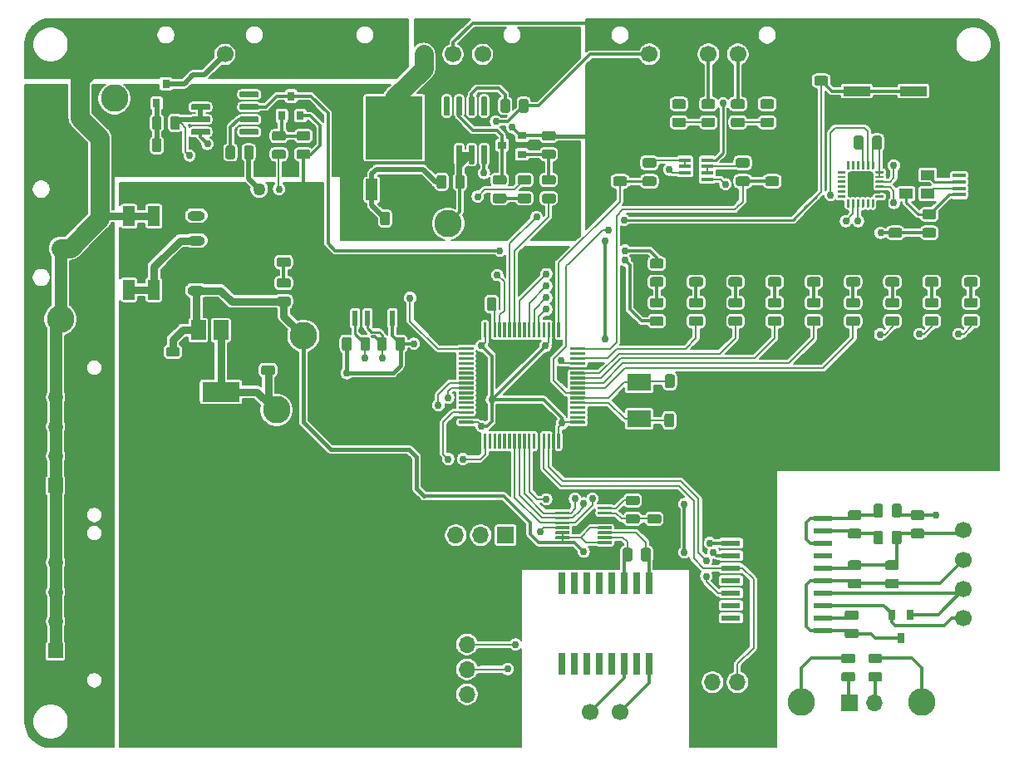
<source format=gbr>
G04 #@! TF.GenerationSoftware,KiCad,Pcbnew,5.1.5-52549c5~84~ubuntu18.04.1*
G04 #@! TF.CreationDate,2020-01-31T16:24:44-06:00*
G04 #@! TF.ProjectId,BPSMaster,4250534d-6173-4746-9572-2e6b69636164,rev?*
G04 #@! TF.SameCoordinates,Original*
G04 #@! TF.FileFunction,Copper,L1,Top*
G04 #@! TF.FilePolarity,Positive*
%FSLAX46Y46*%
G04 Gerber Fmt 4.6, Leading zero omitted, Abs format (unit mm)*
G04 Created by KiCad (PCBNEW 5.1.5-52549c5~84~ubuntu18.04.1) date 2020-01-31 16:24:44*
%MOMM*%
%LPD*%
G04 APERTURE LIST*
%ADD10O,1.700000X1.700000*%
%ADD11R,1.700000X1.700000*%
%ADD12C,0.100000*%
%ADD13C,2.800000*%
%ADD14C,1.700000*%
%ADD15O,1.800000X1.000000*%
%ADD16R,3.800000X2.000000*%
%ADD17R,1.500000X2.000000*%
%ADD18R,1.200000X2.000000*%
%ADD19R,1.400000X1.200000*%
%ADD20R,1.400000X1.000000*%
%ADD21C,1.500000*%
%ADD22R,1.500000X1.500000*%
%ADD23R,1.900000X1.500000*%
%ADD24C,1.450000*%
%ADD25R,1.350000X0.400000*%
%ADD26O,1.900000X1.200000*%
%ADD27R,1.900000X1.200000*%
%ADD28R,1.200000X2.200000*%
%ADD29R,5.800000X6.400000*%
%ADD30R,0.900000X0.800000*%
%ADD31R,0.800000X0.900000*%
%ADD32R,2.750000X1.000000*%
%ADD33R,0.558800X1.549400*%
%ADD34R,0.760000X2.200000*%
%ADD35R,0.700000X1.000000*%
%ADD36R,1.950000X0.600000*%
%ADD37R,2.400000X1.700000*%
%ADD38R,1.219200X0.406400*%
%ADD39C,0.762000*%
%ADD40C,1.270000*%
%ADD41C,0.304800*%
%ADD42C,0.762000*%
%ADD43C,0.203200*%
%ADD44C,0.508000*%
%ADD45C,0.254000*%
%ADD46C,0.381000*%
%ADD47C,1.270000*%
%ADD48C,1.016000*%
%ADD49C,1.905000*%
%ADD50C,0.228600*%
%ADD51C,0.127000*%
%ADD52C,0.152400*%
G04 APERTURE END LIST*
D10*
X170420000Y-143000000D03*
X172960000Y-143000000D03*
D11*
X175500000Y-143000000D03*
G04 #@! TA.AperFunction,SMDPad,CuDef*
D12*
G36*
X115930142Y-108826174D02*
G01*
X115953803Y-108829684D01*
X115977007Y-108835496D01*
X115999529Y-108843554D01*
X116021153Y-108853782D01*
X116041670Y-108866079D01*
X116060883Y-108880329D01*
X116078607Y-108896393D01*
X116094671Y-108914117D01*
X116108921Y-108933330D01*
X116121218Y-108953847D01*
X116131446Y-108975471D01*
X116139504Y-108997993D01*
X116145316Y-109021197D01*
X116148826Y-109044858D01*
X116150000Y-109068750D01*
X116150000Y-109556250D01*
X116148826Y-109580142D01*
X116145316Y-109603803D01*
X116139504Y-109627007D01*
X116131446Y-109649529D01*
X116121218Y-109671153D01*
X116108921Y-109691670D01*
X116094671Y-109710883D01*
X116078607Y-109728607D01*
X116060883Y-109744671D01*
X116041670Y-109758921D01*
X116021153Y-109771218D01*
X115999529Y-109781446D01*
X115977007Y-109789504D01*
X115953803Y-109795316D01*
X115930142Y-109798826D01*
X115906250Y-109800000D01*
X114993750Y-109800000D01*
X114969858Y-109798826D01*
X114946197Y-109795316D01*
X114922993Y-109789504D01*
X114900471Y-109781446D01*
X114878847Y-109771218D01*
X114858330Y-109758921D01*
X114839117Y-109744671D01*
X114821393Y-109728607D01*
X114805329Y-109710883D01*
X114791079Y-109691670D01*
X114778782Y-109671153D01*
X114768554Y-109649529D01*
X114760496Y-109627007D01*
X114754684Y-109603803D01*
X114751174Y-109580142D01*
X114750000Y-109556250D01*
X114750000Y-109068750D01*
X114751174Y-109044858D01*
X114754684Y-109021197D01*
X114760496Y-108997993D01*
X114768554Y-108975471D01*
X114778782Y-108953847D01*
X114791079Y-108933330D01*
X114805329Y-108914117D01*
X114821393Y-108896393D01*
X114839117Y-108880329D01*
X114858330Y-108866079D01*
X114878847Y-108853782D01*
X114900471Y-108843554D01*
X114922993Y-108835496D01*
X114946197Y-108829684D01*
X114969858Y-108826174D01*
X114993750Y-108825000D01*
X115906250Y-108825000D01*
X115930142Y-108826174D01*
G37*
G04 #@! TD.AperFunction*
G04 #@! TA.AperFunction,SMDPad,CuDef*
G36*
X115930142Y-110701174D02*
G01*
X115953803Y-110704684D01*
X115977007Y-110710496D01*
X115999529Y-110718554D01*
X116021153Y-110728782D01*
X116041670Y-110741079D01*
X116060883Y-110755329D01*
X116078607Y-110771393D01*
X116094671Y-110789117D01*
X116108921Y-110808330D01*
X116121218Y-110828847D01*
X116131446Y-110850471D01*
X116139504Y-110872993D01*
X116145316Y-110896197D01*
X116148826Y-110919858D01*
X116150000Y-110943750D01*
X116150000Y-111431250D01*
X116148826Y-111455142D01*
X116145316Y-111478803D01*
X116139504Y-111502007D01*
X116131446Y-111524529D01*
X116121218Y-111546153D01*
X116108921Y-111566670D01*
X116094671Y-111585883D01*
X116078607Y-111603607D01*
X116060883Y-111619671D01*
X116041670Y-111633921D01*
X116021153Y-111646218D01*
X115999529Y-111656446D01*
X115977007Y-111664504D01*
X115953803Y-111670316D01*
X115930142Y-111673826D01*
X115906250Y-111675000D01*
X114993750Y-111675000D01*
X114969858Y-111673826D01*
X114946197Y-111670316D01*
X114922993Y-111664504D01*
X114900471Y-111656446D01*
X114878847Y-111646218D01*
X114858330Y-111633921D01*
X114839117Y-111619671D01*
X114821393Y-111603607D01*
X114805329Y-111585883D01*
X114791079Y-111566670D01*
X114778782Y-111546153D01*
X114768554Y-111524529D01*
X114760496Y-111502007D01*
X114754684Y-111478803D01*
X114751174Y-111455142D01*
X114750000Y-111431250D01*
X114750000Y-110943750D01*
X114751174Y-110919858D01*
X114754684Y-110896197D01*
X114760496Y-110872993D01*
X114768554Y-110850471D01*
X114778782Y-110828847D01*
X114791079Y-110808330D01*
X114805329Y-110789117D01*
X114821393Y-110771393D01*
X114839117Y-110755329D01*
X114858330Y-110741079D01*
X114878847Y-110728782D01*
X114900471Y-110718554D01*
X114922993Y-110710496D01*
X114946197Y-110704684D01*
X114969858Y-110701174D01*
X114993750Y-110700000D01*
X115906250Y-110700000D01*
X115930142Y-110701174D01*
G37*
G04 #@! TD.AperFunction*
D13*
X104000000Y-106000000D03*
D14*
X104000000Y-95750000D03*
X104000000Y-98750000D03*
G04 #@! TA.AperFunction,SMDPad,CuDef*
D12*
G36*
X125630142Y-108826174D02*
G01*
X125653803Y-108829684D01*
X125677007Y-108835496D01*
X125699529Y-108843554D01*
X125721153Y-108853782D01*
X125741670Y-108866079D01*
X125760883Y-108880329D01*
X125778607Y-108896393D01*
X125794671Y-108914117D01*
X125808921Y-108933330D01*
X125821218Y-108953847D01*
X125831446Y-108975471D01*
X125839504Y-108997993D01*
X125845316Y-109021197D01*
X125848826Y-109044858D01*
X125850000Y-109068750D01*
X125850000Y-109556250D01*
X125848826Y-109580142D01*
X125845316Y-109603803D01*
X125839504Y-109627007D01*
X125831446Y-109649529D01*
X125821218Y-109671153D01*
X125808921Y-109691670D01*
X125794671Y-109710883D01*
X125778607Y-109728607D01*
X125760883Y-109744671D01*
X125741670Y-109758921D01*
X125721153Y-109771218D01*
X125699529Y-109781446D01*
X125677007Y-109789504D01*
X125653803Y-109795316D01*
X125630142Y-109798826D01*
X125606250Y-109800000D01*
X124693750Y-109800000D01*
X124669858Y-109798826D01*
X124646197Y-109795316D01*
X124622993Y-109789504D01*
X124600471Y-109781446D01*
X124578847Y-109771218D01*
X124558330Y-109758921D01*
X124539117Y-109744671D01*
X124521393Y-109728607D01*
X124505329Y-109710883D01*
X124491079Y-109691670D01*
X124478782Y-109671153D01*
X124468554Y-109649529D01*
X124460496Y-109627007D01*
X124454684Y-109603803D01*
X124451174Y-109580142D01*
X124450000Y-109556250D01*
X124450000Y-109068750D01*
X124451174Y-109044858D01*
X124454684Y-109021197D01*
X124460496Y-108997993D01*
X124468554Y-108975471D01*
X124478782Y-108953847D01*
X124491079Y-108933330D01*
X124505329Y-108914117D01*
X124521393Y-108896393D01*
X124539117Y-108880329D01*
X124558330Y-108866079D01*
X124578847Y-108853782D01*
X124600471Y-108843554D01*
X124622993Y-108835496D01*
X124646197Y-108829684D01*
X124669858Y-108826174D01*
X124693750Y-108825000D01*
X125606250Y-108825000D01*
X125630142Y-108826174D01*
G37*
G04 #@! TD.AperFunction*
G04 #@! TA.AperFunction,SMDPad,CuDef*
G36*
X125630142Y-110701174D02*
G01*
X125653803Y-110704684D01*
X125677007Y-110710496D01*
X125699529Y-110718554D01*
X125721153Y-110728782D01*
X125741670Y-110741079D01*
X125760883Y-110755329D01*
X125778607Y-110771393D01*
X125794671Y-110789117D01*
X125808921Y-110808330D01*
X125821218Y-110828847D01*
X125831446Y-110850471D01*
X125839504Y-110872993D01*
X125845316Y-110896197D01*
X125848826Y-110919858D01*
X125850000Y-110943750D01*
X125850000Y-111431250D01*
X125848826Y-111455142D01*
X125845316Y-111478803D01*
X125839504Y-111502007D01*
X125831446Y-111524529D01*
X125821218Y-111546153D01*
X125808921Y-111566670D01*
X125794671Y-111585883D01*
X125778607Y-111603607D01*
X125760883Y-111619671D01*
X125741670Y-111633921D01*
X125721153Y-111646218D01*
X125699529Y-111656446D01*
X125677007Y-111664504D01*
X125653803Y-111670316D01*
X125630142Y-111673826D01*
X125606250Y-111675000D01*
X124693750Y-111675000D01*
X124669858Y-111673826D01*
X124646197Y-111670316D01*
X124622993Y-111664504D01*
X124600471Y-111656446D01*
X124578847Y-111646218D01*
X124558330Y-111633921D01*
X124539117Y-111619671D01*
X124521393Y-111603607D01*
X124505329Y-111585883D01*
X124491079Y-111566670D01*
X124478782Y-111546153D01*
X124468554Y-111524529D01*
X124460496Y-111502007D01*
X124454684Y-111478803D01*
X124451174Y-111455142D01*
X124450000Y-111431250D01*
X124450000Y-110943750D01*
X124451174Y-110919858D01*
X124454684Y-110896197D01*
X124460496Y-110872993D01*
X124468554Y-110850471D01*
X124478782Y-110828847D01*
X124491079Y-110808330D01*
X124505329Y-110789117D01*
X124521393Y-110771393D01*
X124539117Y-110755329D01*
X124558330Y-110741079D01*
X124578847Y-110728782D01*
X124600471Y-110718554D01*
X124622993Y-110710496D01*
X124646197Y-110704684D01*
X124669858Y-110701174D01*
X124693750Y-110700000D01*
X125606250Y-110700000D01*
X125630142Y-110701174D01*
G37*
G04 #@! TD.AperFunction*
D13*
X104000000Y-88500000D03*
D15*
X117850000Y-95440000D03*
X117850000Y-97980000D03*
X117850000Y-100520000D03*
X117850000Y-103060000D03*
D16*
X120350000Y-113400000D03*
D17*
X120350000Y-107100000D03*
X118050000Y-107100000D03*
X122650000Y-107100000D03*
D13*
X128750000Y-107700000D03*
X126000000Y-115250000D03*
X114750000Y-115250000D03*
G04 #@! TA.AperFunction,SMDPad,CuDef*
D12*
G36*
X127230142Y-103701174D02*
G01*
X127253803Y-103704684D01*
X127277007Y-103710496D01*
X127299529Y-103718554D01*
X127321153Y-103728782D01*
X127341670Y-103741079D01*
X127360883Y-103755329D01*
X127378607Y-103771393D01*
X127394671Y-103789117D01*
X127408921Y-103808330D01*
X127421218Y-103828847D01*
X127431446Y-103850471D01*
X127439504Y-103872993D01*
X127445316Y-103896197D01*
X127448826Y-103919858D01*
X127450000Y-103943750D01*
X127450000Y-104431250D01*
X127448826Y-104455142D01*
X127445316Y-104478803D01*
X127439504Y-104502007D01*
X127431446Y-104524529D01*
X127421218Y-104546153D01*
X127408921Y-104566670D01*
X127394671Y-104585883D01*
X127378607Y-104603607D01*
X127360883Y-104619671D01*
X127341670Y-104633921D01*
X127321153Y-104646218D01*
X127299529Y-104656446D01*
X127277007Y-104664504D01*
X127253803Y-104670316D01*
X127230142Y-104673826D01*
X127206250Y-104675000D01*
X126293750Y-104675000D01*
X126269858Y-104673826D01*
X126246197Y-104670316D01*
X126222993Y-104664504D01*
X126200471Y-104656446D01*
X126178847Y-104646218D01*
X126158330Y-104633921D01*
X126139117Y-104619671D01*
X126121393Y-104603607D01*
X126105329Y-104585883D01*
X126091079Y-104566670D01*
X126078782Y-104546153D01*
X126068554Y-104524529D01*
X126060496Y-104502007D01*
X126054684Y-104478803D01*
X126051174Y-104455142D01*
X126050000Y-104431250D01*
X126050000Y-103943750D01*
X126051174Y-103919858D01*
X126054684Y-103896197D01*
X126060496Y-103872993D01*
X126068554Y-103850471D01*
X126078782Y-103828847D01*
X126091079Y-103808330D01*
X126105329Y-103789117D01*
X126121393Y-103771393D01*
X126139117Y-103755329D01*
X126158330Y-103741079D01*
X126178847Y-103728782D01*
X126200471Y-103718554D01*
X126222993Y-103710496D01*
X126246197Y-103704684D01*
X126269858Y-103701174D01*
X126293750Y-103700000D01*
X127206250Y-103700000D01*
X127230142Y-103701174D01*
G37*
G04 #@! TD.AperFunction*
G04 #@! TA.AperFunction,SMDPad,CuDef*
G36*
X127230142Y-101826174D02*
G01*
X127253803Y-101829684D01*
X127277007Y-101835496D01*
X127299529Y-101843554D01*
X127321153Y-101853782D01*
X127341670Y-101866079D01*
X127360883Y-101880329D01*
X127378607Y-101896393D01*
X127394671Y-101914117D01*
X127408921Y-101933330D01*
X127421218Y-101953847D01*
X127431446Y-101975471D01*
X127439504Y-101997993D01*
X127445316Y-102021197D01*
X127448826Y-102044858D01*
X127450000Y-102068750D01*
X127450000Y-102556250D01*
X127448826Y-102580142D01*
X127445316Y-102603803D01*
X127439504Y-102627007D01*
X127431446Y-102649529D01*
X127421218Y-102671153D01*
X127408921Y-102691670D01*
X127394671Y-102710883D01*
X127378607Y-102728607D01*
X127360883Y-102744671D01*
X127341670Y-102758921D01*
X127321153Y-102771218D01*
X127299529Y-102781446D01*
X127277007Y-102789504D01*
X127253803Y-102795316D01*
X127230142Y-102798826D01*
X127206250Y-102800000D01*
X126293750Y-102800000D01*
X126269858Y-102798826D01*
X126246197Y-102795316D01*
X126222993Y-102789504D01*
X126200471Y-102781446D01*
X126178847Y-102771218D01*
X126158330Y-102758921D01*
X126139117Y-102744671D01*
X126121393Y-102728607D01*
X126105329Y-102710883D01*
X126091079Y-102691670D01*
X126078782Y-102671153D01*
X126068554Y-102649529D01*
X126060496Y-102627007D01*
X126054684Y-102603803D01*
X126051174Y-102580142D01*
X126050000Y-102556250D01*
X126050000Y-102068750D01*
X126051174Y-102044858D01*
X126054684Y-102021197D01*
X126060496Y-101997993D01*
X126068554Y-101975471D01*
X126078782Y-101953847D01*
X126091079Y-101933330D01*
X126105329Y-101914117D01*
X126121393Y-101896393D01*
X126139117Y-101880329D01*
X126158330Y-101866079D01*
X126178847Y-101853782D01*
X126200471Y-101843554D01*
X126222993Y-101835496D01*
X126246197Y-101829684D01*
X126269858Y-101826174D01*
X126293750Y-101825000D01*
X127206250Y-101825000D01*
X127230142Y-101826174D01*
G37*
G04 #@! TD.AperFunction*
D18*
X113520000Y-103000000D03*
X110980000Y-103000000D03*
X110980000Y-95500000D03*
X113520000Y-95500000D03*
G04 #@! TA.AperFunction,SMDPad,CuDef*
D12*
G36*
X127230142Y-99701174D02*
G01*
X127253803Y-99704684D01*
X127277007Y-99710496D01*
X127299529Y-99718554D01*
X127321153Y-99728782D01*
X127341670Y-99741079D01*
X127360883Y-99755329D01*
X127378607Y-99771393D01*
X127394671Y-99789117D01*
X127408921Y-99808330D01*
X127421218Y-99828847D01*
X127431446Y-99850471D01*
X127439504Y-99872993D01*
X127445316Y-99896197D01*
X127448826Y-99919858D01*
X127450000Y-99943750D01*
X127450000Y-100431250D01*
X127448826Y-100455142D01*
X127445316Y-100478803D01*
X127439504Y-100502007D01*
X127431446Y-100524529D01*
X127421218Y-100546153D01*
X127408921Y-100566670D01*
X127394671Y-100585883D01*
X127378607Y-100603607D01*
X127360883Y-100619671D01*
X127341670Y-100633921D01*
X127321153Y-100646218D01*
X127299529Y-100656446D01*
X127277007Y-100664504D01*
X127253803Y-100670316D01*
X127230142Y-100673826D01*
X127206250Y-100675000D01*
X126293750Y-100675000D01*
X126269858Y-100673826D01*
X126246197Y-100670316D01*
X126222993Y-100664504D01*
X126200471Y-100656446D01*
X126178847Y-100646218D01*
X126158330Y-100633921D01*
X126139117Y-100619671D01*
X126121393Y-100603607D01*
X126105329Y-100585883D01*
X126091079Y-100566670D01*
X126078782Y-100546153D01*
X126068554Y-100524529D01*
X126060496Y-100502007D01*
X126054684Y-100478803D01*
X126051174Y-100455142D01*
X126050000Y-100431250D01*
X126050000Y-99943750D01*
X126051174Y-99919858D01*
X126054684Y-99896197D01*
X126060496Y-99872993D01*
X126068554Y-99850471D01*
X126078782Y-99828847D01*
X126091079Y-99808330D01*
X126105329Y-99789117D01*
X126121393Y-99771393D01*
X126139117Y-99755329D01*
X126158330Y-99741079D01*
X126178847Y-99728782D01*
X126200471Y-99718554D01*
X126222993Y-99710496D01*
X126246197Y-99704684D01*
X126269858Y-99701174D01*
X126293750Y-99700000D01*
X127206250Y-99700000D01*
X127230142Y-99701174D01*
G37*
G04 #@! TD.AperFunction*
G04 #@! TA.AperFunction,SMDPad,CuDef*
G36*
X127230142Y-97826174D02*
G01*
X127253803Y-97829684D01*
X127277007Y-97835496D01*
X127299529Y-97843554D01*
X127321153Y-97853782D01*
X127341670Y-97866079D01*
X127360883Y-97880329D01*
X127378607Y-97896393D01*
X127394671Y-97914117D01*
X127408921Y-97933330D01*
X127421218Y-97953847D01*
X127431446Y-97975471D01*
X127439504Y-97997993D01*
X127445316Y-98021197D01*
X127448826Y-98044858D01*
X127450000Y-98068750D01*
X127450000Y-98556250D01*
X127448826Y-98580142D01*
X127445316Y-98603803D01*
X127439504Y-98627007D01*
X127431446Y-98649529D01*
X127421218Y-98671153D01*
X127408921Y-98691670D01*
X127394671Y-98710883D01*
X127378607Y-98728607D01*
X127360883Y-98744671D01*
X127341670Y-98758921D01*
X127321153Y-98771218D01*
X127299529Y-98781446D01*
X127277007Y-98789504D01*
X127253803Y-98795316D01*
X127230142Y-98798826D01*
X127206250Y-98800000D01*
X126293750Y-98800000D01*
X126269858Y-98798826D01*
X126246197Y-98795316D01*
X126222993Y-98789504D01*
X126200471Y-98781446D01*
X126178847Y-98771218D01*
X126158330Y-98758921D01*
X126139117Y-98744671D01*
X126121393Y-98728607D01*
X126105329Y-98710883D01*
X126091079Y-98691670D01*
X126078782Y-98671153D01*
X126068554Y-98649529D01*
X126060496Y-98627007D01*
X126054684Y-98603803D01*
X126051174Y-98580142D01*
X126050000Y-98556250D01*
X126050000Y-98068750D01*
X126051174Y-98044858D01*
X126054684Y-98021197D01*
X126060496Y-97997993D01*
X126068554Y-97975471D01*
X126078782Y-97953847D01*
X126091079Y-97933330D01*
X126105329Y-97914117D01*
X126121393Y-97896393D01*
X126139117Y-97880329D01*
X126158330Y-97866079D01*
X126178847Y-97853782D01*
X126200471Y-97843554D01*
X126222993Y-97835496D01*
X126246197Y-97829684D01*
X126269858Y-97826174D01*
X126293750Y-97825000D01*
X127206250Y-97825000D01*
X127230142Y-97826174D01*
G37*
G04 #@! TD.AperFunction*
G04 #@! TA.AperFunction,SMDPad,CuDef*
G36*
X181980142Y-81201174D02*
G01*
X182003803Y-81204684D01*
X182027007Y-81210496D01*
X182049529Y-81218554D01*
X182071153Y-81228782D01*
X182091670Y-81241079D01*
X182110883Y-81255329D01*
X182128607Y-81271393D01*
X182144671Y-81289117D01*
X182158921Y-81308330D01*
X182171218Y-81328847D01*
X182181446Y-81350471D01*
X182189504Y-81372993D01*
X182195316Y-81396197D01*
X182198826Y-81419858D01*
X182200000Y-81443750D01*
X182200000Y-81931250D01*
X182198826Y-81955142D01*
X182195316Y-81978803D01*
X182189504Y-82002007D01*
X182181446Y-82024529D01*
X182171218Y-82046153D01*
X182158921Y-82066670D01*
X182144671Y-82085883D01*
X182128607Y-82103607D01*
X182110883Y-82119671D01*
X182091670Y-82133921D01*
X182071153Y-82146218D01*
X182049529Y-82156446D01*
X182027007Y-82164504D01*
X182003803Y-82170316D01*
X181980142Y-82173826D01*
X181956250Y-82175000D01*
X181043750Y-82175000D01*
X181019858Y-82173826D01*
X180996197Y-82170316D01*
X180972993Y-82164504D01*
X180950471Y-82156446D01*
X180928847Y-82146218D01*
X180908330Y-82133921D01*
X180889117Y-82119671D01*
X180871393Y-82103607D01*
X180855329Y-82085883D01*
X180841079Y-82066670D01*
X180828782Y-82046153D01*
X180818554Y-82024529D01*
X180810496Y-82002007D01*
X180804684Y-81978803D01*
X180801174Y-81955142D01*
X180800000Y-81931250D01*
X180800000Y-81443750D01*
X180801174Y-81419858D01*
X180804684Y-81396197D01*
X180810496Y-81372993D01*
X180818554Y-81350471D01*
X180828782Y-81328847D01*
X180841079Y-81308330D01*
X180855329Y-81289117D01*
X180871393Y-81271393D01*
X180889117Y-81255329D01*
X180908330Y-81241079D01*
X180928847Y-81228782D01*
X180950471Y-81218554D01*
X180972993Y-81210496D01*
X180996197Y-81204684D01*
X181019858Y-81201174D01*
X181043750Y-81200000D01*
X181956250Y-81200000D01*
X181980142Y-81201174D01*
G37*
G04 #@! TD.AperFunction*
G04 #@! TA.AperFunction,SMDPad,CuDef*
G36*
X181980142Y-79326174D02*
G01*
X182003803Y-79329684D01*
X182027007Y-79335496D01*
X182049529Y-79343554D01*
X182071153Y-79353782D01*
X182091670Y-79366079D01*
X182110883Y-79380329D01*
X182128607Y-79396393D01*
X182144671Y-79414117D01*
X182158921Y-79433330D01*
X182171218Y-79453847D01*
X182181446Y-79475471D01*
X182189504Y-79497993D01*
X182195316Y-79521197D01*
X182198826Y-79544858D01*
X182200000Y-79568750D01*
X182200000Y-80056250D01*
X182198826Y-80080142D01*
X182195316Y-80103803D01*
X182189504Y-80127007D01*
X182181446Y-80149529D01*
X182171218Y-80171153D01*
X182158921Y-80191670D01*
X182144671Y-80210883D01*
X182128607Y-80228607D01*
X182110883Y-80244671D01*
X182091670Y-80258921D01*
X182071153Y-80271218D01*
X182049529Y-80281446D01*
X182027007Y-80289504D01*
X182003803Y-80295316D01*
X181980142Y-80298826D01*
X181956250Y-80300000D01*
X181043750Y-80300000D01*
X181019858Y-80298826D01*
X180996197Y-80295316D01*
X180972993Y-80289504D01*
X180950471Y-80281446D01*
X180928847Y-80271218D01*
X180908330Y-80258921D01*
X180889117Y-80244671D01*
X180871393Y-80228607D01*
X180855329Y-80210883D01*
X180841079Y-80191670D01*
X180828782Y-80171153D01*
X180818554Y-80149529D01*
X180810496Y-80127007D01*
X180804684Y-80103803D01*
X180801174Y-80080142D01*
X180800000Y-80056250D01*
X180800000Y-79568750D01*
X180801174Y-79544858D01*
X180804684Y-79521197D01*
X180810496Y-79497993D01*
X180818554Y-79475471D01*
X180828782Y-79453847D01*
X180841079Y-79433330D01*
X180855329Y-79414117D01*
X180871393Y-79396393D01*
X180889117Y-79380329D01*
X180908330Y-79366079D01*
X180928847Y-79353782D01*
X180950471Y-79343554D01*
X180972993Y-79335496D01*
X180996197Y-79329684D01*
X181019858Y-79326174D01*
X181043750Y-79325000D01*
X181956250Y-79325000D01*
X181980142Y-79326174D01*
G37*
G04 #@! TD.AperFunction*
G04 #@! TA.AperFunction,SMDPad,CuDef*
G36*
X148205142Y-103751174D02*
G01*
X148228803Y-103754684D01*
X148252007Y-103760496D01*
X148274529Y-103768554D01*
X148296153Y-103778782D01*
X148316670Y-103791079D01*
X148335883Y-103805329D01*
X148353607Y-103821393D01*
X148369671Y-103839117D01*
X148383921Y-103858330D01*
X148396218Y-103878847D01*
X148406446Y-103900471D01*
X148414504Y-103922993D01*
X148420316Y-103946197D01*
X148423826Y-103969858D01*
X148425000Y-103993750D01*
X148425000Y-104906250D01*
X148423826Y-104930142D01*
X148420316Y-104953803D01*
X148414504Y-104977007D01*
X148406446Y-104999529D01*
X148396218Y-105021153D01*
X148383921Y-105041670D01*
X148369671Y-105060883D01*
X148353607Y-105078607D01*
X148335883Y-105094671D01*
X148316670Y-105108921D01*
X148296153Y-105121218D01*
X148274529Y-105131446D01*
X148252007Y-105139504D01*
X148228803Y-105145316D01*
X148205142Y-105148826D01*
X148181250Y-105150000D01*
X147693750Y-105150000D01*
X147669858Y-105148826D01*
X147646197Y-105145316D01*
X147622993Y-105139504D01*
X147600471Y-105131446D01*
X147578847Y-105121218D01*
X147558330Y-105108921D01*
X147539117Y-105094671D01*
X147521393Y-105078607D01*
X147505329Y-105060883D01*
X147491079Y-105041670D01*
X147478782Y-105021153D01*
X147468554Y-104999529D01*
X147460496Y-104977007D01*
X147454684Y-104953803D01*
X147451174Y-104930142D01*
X147450000Y-104906250D01*
X147450000Y-103993750D01*
X147451174Y-103969858D01*
X147454684Y-103946197D01*
X147460496Y-103922993D01*
X147468554Y-103900471D01*
X147478782Y-103878847D01*
X147491079Y-103858330D01*
X147505329Y-103839117D01*
X147521393Y-103821393D01*
X147539117Y-103805329D01*
X147558330Y-103791079D01*
X147578847Y-103778782D01*
X147600471Y-103768554D01*
X147622993Y-103760496D01*
X147646197Y-103754684D01*
X147669858Y-103751174D01*
X147693750Y-103750000D01*
X148181250Y-103750000D01*
X148205142Y-103751174D01*
G37*
G04 #@! TD.AperFunction*
G04 #@! TA.AperFunction,SMDPad,CuDef*
G36*
X146330142Y-103751174D02*
G01*
X146353803Y-103754684D01*
X146377007Y-103760496D01*
X146399529Y-103768554D01*
X146421153Y-103778782D01*
X146441670Y-103791079D01*
X146460883Y-103805329D01*
X146478607Y-103821393D01*
X146494671Y-103839117D01*
X146508921Y-103858330D01*
X146521218Y-103878847D01*
X146531446Y-103900471D01*
X146539504Y-103922993D01*
X146545316Y-103946197D01*
X146548826Y-103969858D01*
X146550000Y-103993750D01*
X146550000Y-104906250D01*
X146548826Y-104930142D01*
X146545316Y-104953803D01*
X146539504Y-104977007D01*
X146531446Y-104999529D01*
X146521218Y-105021153D01*
X146508921Y-105041670D01*
X146494671Y-105060883D01*
X146478607Y-105078607D01*
X146460883Y-105094671D01*
X146441670Y-105108921D01*
X146421153Y-105121218D01*
X146399529Y-105131446D01*
X146377007Y-105139504D01*
X146353803Y-105145316D01*
X146330142Y-105148826D01*
X146306250Y-105150000D01*
X145818750Y-105150000D01*
X145794858Y-105148826D01*
X145771197Y-105145316D01*
X145747993Y-105139504D01*
X145725471Y-105131446D01*
X145703847Y-105121218D01*
X145683330Y-105108921D01*
X145664117Y-105094671D01*
X145646393Y-105078607D01*
X145630329Y-105060883D01*
X145616079Y-105041670D01*
X145603782Y-105021153D01*
X145593554Y-104999529D01*
X145585496Y-104977007D01*
X145579684Y-104953803D01*
X145576174Y-104930142D01*
X145575000Y-104906250D01*
X145575000Y-103993750D01*
X145576174Y-103969858D01*
X145579684Y-103946197D01*
X145585496Y-103922993D01*
X145593554Y-103900471D01*
X145603782Y-103878847D01*
X145616079Y-103858330D01*
X145630329Y-103839117D01*
X145646393Y-103821393D01*
X145664117Y-103805329D01*
X145683330Y-103791079D01*
X145703847Y-103778782D01*
X145725471Y-103768554D01*
X145747993Y-103760496D01*
X145771197Y-103754684D01*
X145794858Y-103751174D01*
X145818750Y-103750000D01*
X146306250Y-103750000D01*
X146330142Y-103751174D01*
G37*
G04 #@! TD.AperFunction*
G04 #@! TA.AperFunction,SMDPad,CuDef*
G36*
X166280142Y-115601174D02*
G01*
X166303803Y-115604684D01*
X166327007Y-115610496D01*
X166349529Y-115618554D01*
X166371153Y-115628782D01*
X166391670Y-115641079D01*
X166410883Y-115655329D01*
X166428607Y-115671393D01*
X166444671Y-115689117D01*
X166458921Y-115708330D01*
X166471218Y-115728847D01*
X166481446Y-115750471D01*
X166489504Y-115772993D01*
X166495316Y-115796197D01*
X166498826Y-115819858D01*
X166500000Y-115843750D01*
X166500000Y-116756250D01*
X166498826Y-116780142D01*
X166495316Y-116803803D01*
X166489504Y-116827007D01*
X166481446Y-116849529D01*
X166471218Y-116871153D01*
X166458921Y-116891670D01*
X166444671Y-116910883D01*
X166428607Y-116928607D01*
X166410883Y-116944671D01*
X166391670Y-116958921D01*
X166371153Y-116971218D01*
X166349529Y-116981446D01*
X166327007Y-116989504D01*
X166303803Y-116995316D01*
X166280142Y-116998826D01*
X166256250Y-117000000D01*
X165768750Y-117000000D01*
X165744858Y-116998826D01*
X165721197Y-116995316D01*
X165697993Y-116989504D01*
X165675471Y-116981446D01*
X165653847Y-116971218D01*
X165633330Y-116958921D01*
X165614117Y-116944671D01*
X165596393Y-116928607D01*
X165580329Y-116910883D01*
X165566079Y-116891670D01*
X165553782Y-116871153D01*
X165543554Y-116849529D01*
X165535496Y-116827007D01*
X165529684Y-116803803D01*
X165526174Y-116780142D01*
X165525000Y-116756250D01*
X165525000Y-115843750D01*
X165526174Y-115819858D01*
X165529684Y-115796197D01*
X165535496Y-115772993D01*
X165543554Y-115750471D01*
X165553782Y-115728847D01*
X165566079Y-115708330D01*
X165580329Y-115689117D01*
X165596393Y-115671393D01*
X165614117Y-115655329D01*
X165633330Y-115641079D01*
X165653847Y-115628782D01*
X165675471Y-115618554D01*
X165697993Y-115610496D01*
X165721197Y-115604684D01*
X165744858Y-115601174D01*
X165768750Y-115600000D01*
X166256250Y-115600000D01*
X166280142Y-115601174D01*
G37*
G04 #@! TD.AperFunction*
G04 #@! TA.AperFunction,SMDPad,CuDef*
G36*
X168155142Y-115601174D02*
G01*
X168178803Y-115604684D01*
X168202007Y-115610496D01*
X168224529Y-115618554D01*
X168246153Y-115628782D01*
X168266670Y-115641079D01*
X168285883Y-115655329D01*
X168303607Y-115671393D01*
X168319671Y-115689117D01*
X168333921Y-115708330D01*
X168346218Y-115728847D01*
X168356446Y-115750471D01*
X168364504Y-115772993D01*
X168370316Y-115796197D01*
X168373826Y-115819858D01*
X168375000Y-115843750D01*
X168375000Y-116756250D01*
X168373826Y-116780142D01*
X168370316Y-116803803D01*
X168364504Y-116827007D01*
X168356446Y-116849529D01*
X168346218Y-116871153D01*
X168333921Y-116891670D01*
X168319671Y-116910883D01*
X168303607Y-116928607D01*
X168285883Y-116944671D01*
X168266670Y-116958921D01*
X168246153Y-116971218D01*
X168224529Y-116981446D01*
X168202007Y-116989504D01*
X168178803Y-116995316D01*
X168155142Y-116998826D01*
X168131250Y-117000000D01*
X167643750Y-117000000D01*
X167619858Y-116998826D01*
X167596197Y-116995316D01*
X167572993Y-116989504D01*
X167550471Y-116981446D01*
X167528847Y-116971218D01*
X167508330Y-116958921D01*
X167489117Y-116944671D01*
X167471393Y-116928607D01*
X167455329Y-116910883D01*
X167441079Y-116891670D01*
X167428782Y-116871153D01*
X167418554Y-116849529D01*
X167410496Y-116827007D01*
X167404684Y-116803803D01*
X167401174Y-116780142D01*
X167400000Y-116756250D01*
X167400000Y-115843750D01*
X167401174Y-115819858D01*
X167404684Y-115796197D01*
X167410496Y-115772993D01*
X167418554Y-115750471D01*
X167428782Y-115728847D01*
X167441079Y-115708330D01*
X167455329Y-115689117D01*
X167471393Y-115671393D01*
X167489117Y-115655329D01*
X167508330Y-115641079D01*
X167528847Y-115628782D01*
X167550471Y-115618554D01*
X167572993Y-115610496D01*
X167596197Y-115604684D01*
X167619858Y-115601174D01*
X167643750Y-115600000D01*
X168131250Y-115600000D01*
X168155142Y-115601174D01*
G37*
G04 #@! TD.AperFunction*
G04 #@! TA.AperFunction,SMDPad,CuDef*
G36*
X168217642Y-111601174D02*
G01*
X168241303Y-111604684D01*
X168264507Y-111610496D01*
X168287029Y-111618554D01*
X168308653Y-111628782D01*
X168329170Y-111641079D01*
X168348383Y-111655329D01*
X168366107Y-111671393D01*
X168382171Y-111689117D01*
X168396421Y-111708330D01*
X168408718Y-111728847D01*
X168418946Y-111750471D01*
X168427004Y-111772993D01*
X168432816Y-111796197D01*
X168436326Y-111819858D01*
X168437500Y-111843750D01*
X168437500Y-112756250D01*
X168436326Y-112780142D01*
X168432816Y-112803803D01*
X168427004Y-112827007D01*
X168418946Y-112849529D01*
X168408718Y-112871153D01*
X168396421Y-112891670D01*
X168382171Y-112910883D01*
X168366107Y-112928607D01*
X168348383Y-112944671D01*
X168329170Y-112958921D01*
X168308653Y-112971218D01*
X168287029Y-112981446D01*
X168264507Y-112989504D01*
X168241303Y-112995316D01*
X168217642Y-112998826D01*
X168193750Y-113000000D01*
X167706250Y-113000000D01*
X167682358Y-112998826D01*
X167658697Y-112995316D01*
X167635493Y-112989504D01*
X167612971Y-112981446D01*
X167591347Y-112971218D01*
X167570830Y-112958921D01*
X167551617Y-112944671D01*
X167533893Y-112928607D01*
X167517829Y-112910883D01*
X167503579Y-112891670D01*
X167491282Y-112871153D01*
X167481054Y-112849529D01*
X167472996Y-112827007D01*
X167467184Y-112803803D01*
X167463674Y-112780142D01*
X167462500Y-112756250D01*
X167462500Y-111843750D01*
X167463674Y-111819858D01*
X167467184Y-111796197D01*
X167472996Y-111772993D01*
X167481054Y-111750471D01*
X167491282Y-111728847D01*
X167503579Y-111708330D01*
X167517829Y-111689117D01*
X167533893Y-111671393D01*
X167551617Y-111655329D01*
X167570830Y-111641079D01*
X167591347Y-111628782D01*
X167612971Y-111618554D01*
X167635493Y-111610496D01*
X167658697Y-111604684D01*
X167682358Y-111601174D01*
X167706250Y-111600000D01*
X168193750Y-111600000D01*
X168217642Y-111601174D01*
G37*
G04 #@! TD.AperFunction*
G04 #@! TA.AperFunction,SMDPad,CuDef*
G36*
X166342642Y-111601174D02*
G01*
X166366303Y-111604684D01*
X166389507Y-111610496D01*
X166412029Y-111618554D01*
X166433653Y-111628782D01*
X166454170Y-111641079D01*
X166473383Y-111655329D01*
X166491107Y-111671393D01*
X166507171Y-111689117D01*
X166521421Y-111708330D01*
X166533718Y-111728847D01*
X166543946Y-111750471D01*
X166552004Y-111772993D01*
X166557816Y-111796197D01*
X166561326Y-111819858D01*
X166562500Y-111843750D01*
X166562500Y-112756250D01*
X166561326Y-112780142D01*
X166557816Y-112803803D01*
X166552004Y-112827007D01*
X166543946Y-112849529D01*
X166533718Y-112871153D01*
X166521421Y-112891670D01*
X166507171Y-112910883D01*
X166491107Y-112928607D01*
X166473383Y-112944671D01*
X166454170Y-112958921D01*
X166433653Y-112971218D01*
X166412029Y-112981446D01*
X166389507Y-112989504D01*
X166366303Y-112995316D01*
X166342642Y-112998826D01*
X166318750Y-113000000D01*
X165831250Y-113000000D01*
X165807358Y-112998826D01*
X165783697Y-112995316D01*
X165760493Y-112989504D01*
X165737971Y-112981446D01*
X165716347Y-112971218D01*
X165695830Y-112958921D01*
X165676617Y-112944671D01*
X165658893Y-112928607D01*
X165642829Y-112910883D01*
X165628579Y-112891670D01*
X165616282Y-112871153D01*
X165606054Y-112849529D01*
X165597996Y-112827007D01*
X165592184Y-112803803D01*
X165588674Y-112780142D01*
X165587500Y-112756250D01*
X165587500Y-111843750D01*
X165588674Y-111819858D01*
X165592184Y-111796197D01*
X165597996Y-111772993D01*
X165606054Y-111750471D01*
X165616282Y-111728847D01*
X165628579Y-111708330D01*
X165642829Y-111689117D01*
X165658893Y-111671393D01*
X165676617Y-111655329D01*
X165695830Y-111641079D01*
X165716347Y-111628782D01*
X165737971Y-111618554D01*
X165760493Y-111610496D01*
X165783697Y-111604684D01*
X165807358Y-111601174D01*
X165831250Y-111600000D01*
X166318750Y-111600000D01*
X166342642Y-111601174D01*
G37*
G04 #@! TD.AperFunction*
G04 #@! TA.AperFunction,SMDPad,CuDef*
G36*
X185380142Y-125476174D02*
G01*
X185403803Y-125479684D01*
X185427007Y-125485496D01*
X185449529Y-125493554D01*
X185471153Y-125503782D01*
X185491670Y-125516079D01*
X185510883Y-125530329D01*
X185528607Y-125546393D01*
X185544671Y-125564117D01*
X185558921Y-125583330D01*
X185571218Y-125603847D01*
X185581446Y-125625471D01*
X185589504Y-125647993D01*
X185595316Y-125671197D01*
X185598826Y-125694858D01*
X185600000Y-125718750D01*
X185600000Y-126206250D01*
X185598826Y-126230142D01*
X185595316Y-126253803D01*
X185589504Y-126277007D01*
X185581446Y-126299529D01*
X185571218Y-126321153D01*
X185558921Y-126341670D01*
X185544671Y-126360883D01*
X185528607Y-126378607D01*
X185510883Y-126394671D01*
X185491670Y-126408921D01*
X185471153Y-126421218D01*
X185449529Y-126431446D01*
X185427007Y-126439504D01*
X185403803Y-126445316D01*
X185380142Y-126448826D01*
X185356250Y-126450000D01*
X184443750Y-126450000D01*
X184419858Y-126448826D01*
X184396197Y-126445316D01*
X184372993Y-126439504D01*
X184350471Y-126431446D01*
X184328847Y-126421218D01*
X184308330Y-126408921D01*
X184289117Y-126394671D01*
X184271393Y-126378607D01*
X184255329Y-126360883D01*
X184241079Y-126341670D01*
X184228782Y-126321153D01*
X184218554Y-126299529D01*
X184210496Y-126277007D01*
X184204684Y-126253803D01*
X184201174Y-126230142D01*
X184200000Y-126206250D01*
X184200000Y-125718750D01*
X184201174Y-125694858D01*
X184204684Y-125671197D01*
X184210496Y-125647993D01*
X184218554Y-125625471D01*
X184228782Y-125603847D01*
X184241079Y-125583330D01*
X184255329Y-125564117D01*
X184271393Y-125546393D01*
X184289117Y-125530329D01*
X184308330Y-125516079D01*
X184328847Y-125503782D01*
X184350471Y-125493554D01*
X184372993Y-125485496D01*
X184396197Y-125479684D01*
X184419858Y-125476174D01*
X184443750Y-125475000D01*
X185356250Y-125475000D01*
X185380142Y-125476174D01*
G37*
G04 #@! TD.AperFunction*
G04 #@! TA.AperFunction,SMDPad,CuDef*
G36*
X185380142Y-127351174D02*
G01*
X185403803Y-127354684D01*
X185427007Y-127360496D01*
X185449529Y-127368554D01*
X185471153Y-127378782D01*
X185491670Y-127391079D01*
X185510883Y-127405329D01*
X185528607Y-127421393D01*
X185544671Y-127439117D01*
X185558921Y-127458330D01*
X185571218Y-127478847D01*
X185581446Y-127500471D01*
X185589504Y-127522993D01*
X185595316Y-127546197D01*
X185598826Y-127569858D01*
X185600000Y-127593750D01*
X185600000Y-128081250D01*
X185598826Y-128105142D01*
X185595316Y-128128803D01*
X185589504Y-128152007D01*
X185581446Y-128174529D01*
X185571218Y-128196153D01*
X185558921Y-128216670D01*
X185544671Y-128235883D01*
X185528607Y-128253607D01*
X185510883Y-128269671D01*
X185491670Y-128283921D01*
X185471153Y-128296218D01*
X185449529Y-128306446D01*
X185427007Y-128314504D01*
X185403803Y-128320316D01*
X185380142Y-128323826D01*
X185356250Y-128325000D01*
X184443750Y-128325000D01*
X184419858Y-128323826D01*
X184396197Y-128320316D01*
X184372993Y-128314504D01*
X184350471Y-128306446D01*
X184328847Y-128296218D01*
X184308330Y-128283921D01*
X184289117Y-128269671D01*
X184271393Y-128253607D01*
X184255329Y-128235883D01*
X184241079Y-128216670D01*
X184228782Y-128196153D01*
X184218554Y-128174529D01*
X184210496Y-128152007D01*
X184204684Y-128128803D01*
X184201174Y-128105142D01*
X184200000Y-128081250D01*
X184200000Y-127593750D01*
X184201174Y-127569858D01*
X184204684Y-127546197D01*
X184210496Y-127522993D01*
X184218554Y-127500471D01*
X184228782Y-127478847D01*
X184241079Y-127458330D01*
X184255329Y-127439117D01*
X184271393Y-127421393D01*
X184289117Y-127405329D01*
X184308330Y-127391079D01*
X184328847Y-127378782D01*
X184350471Y-127368554D01*
X184372993Y-127360496D01*
X184396197Y-127354684D01*
X184419858Y-127351174D01*
X184443750Y-127350000D01*
X185356250Y-127350000D01*
X185380142Y-127351174D01*
G37*
G04 #@! TD.AperFunction*
G04 #@! TA.AperFunction,SMDPad,CuDef*
G36*
X191780142Y-127351174D02*
G01*
X191803803Y-127354684D01*
X191827007Y-127360496D01*
X191849529Y-127368554D01*
X191871153Y-127378782D01*
X191891670Y-127391079D01*
X191910883Y-127405329D01*
X191928607Y-127421393D01*
X191944671Y-127439117D01*
X191958921Y-127458330D01*
X191971218Y-127478847D01*
X191981446Y-127500471D01*
X191989504Y-127522993D01*
X191995316Y-127546197D01*
X191998826Y-127569858D01*
X192000000Y-127593750D01*
X192000000Y-128081250D01*
X191998826Y-128105142D01*
X191995316Y-128128803D01*
X191989504Y-128152007D01*
X191981446Y-128174529D01*
X191971218Y-128196153D01*
X191958921Y-128216670D01*
X191944671Y-128235883D01*
X191928607Y-128253607D01*
X191910883Y-128269671D01*
X191891670Y-128283921D01*
X191871153Y-128296218D01*
X191849529Y-128306446D01*
X191827007Y-128314504D01*
X191803803Y-128320316D01*
X191780142Y-128323826D01*
X191756250Y-128325000D01*
X190843750Y-128325000D01*
X190819858Y-128323826D01*
X190796197Y-128320316D01*
X190772993Y-128314504D01*
X190750471Y-128306446D01*
X190728847Y-128296218D01*
X190708330Y-128283921D01*
X190689117Y-128269671D01*
X190671393Y-128253607D01*
X190655329Y-128235883D01*
X190641079Y-128216670D01*
X190628782Y-128196153D01*
X190618554Y-128174529D01*
X190610496Y-128152007D01*
X190604684Y-128128803D01*
X190601174Y-128105142D01*
X190600000Y-128081250D01*
X190600000Y-127593750D01*
X190601174Y-127569858D01*
X190604684Y-127546197D01*
X190610496Y-127522993D01*
X190618554Y-127500471D01*
X190628782Y-127478847D01*
X190641079Y-127458330D01*
X190655329Y-127439117D01*
X190671393Y-127421393D01*
X190689117Y-127405329D01*
X190708330Y-127391079D01*
X190728847Y-127378782D01*
X190750471Y-127368554D01*
X190772993Y-127360496D01*
X190796197Y-127354684D01*
X190819858Y-127351174D01*
X190843750Y-127350000D01*
X191756250Y-127350000D01*
X191780142Y-127351174D01*
G37*
G04 #@! TD.AperFunction*
G04 #@! TA.AperFunction,SMDPad,CuDef*
G36*
X191780142Y-125476174D02*
G01*
X191803803Y-125479684D01*
X191827007Y-125485496D01*
X191849529Y-125493554D01*
X191871153Y-125503782D01*
X191891670Y-125516079D01*
X191910883Y-125530329D01*
X191928607Y-125546393D01*
X191944671Y-125564117D01*
X191958921Y-125583330D01*
X191971218Y-125603847D01*
X191981446Y-125625471D01*
X191989504Y-125647993D01*
X191995316Y-125671197D01*
X191998826Y-125694858D01*
X192000000Y-125718750D01*
X192000000Y-126206250D01*
X191998826Y-126230142D01*
X191995316Y-126253803D01*
X191989504Y-126277007D01*
X191981446Y-126299529D01*
X191971218Y-126321153D01*
X191958921Y-126341670D01*
X191944671Y-126360883D01*
X191928607Y-126378607D01*
X191910883Y-126394671D01*
X191891670Y-126408921D01*
X191871153Y-126421218D01*
X191849529Y-126431446D01*
X191827007Y-126439504D01*
X191803803Y-126445316D01*
X191780142Y-126448826D01*
X191756250Y-126450000D01*
X190843750Y-126450000D01*
X190819858Y-126448826D01*
X190796197Y-126445316D01*
X190772993Y-126439504D01*
X190750471Y-126431446D01*
X190728847Y-126421218D01*
X190708330Y-126408921D01*
X190689117Y-126394671D01*
X190671393Y-126378607D01*
X190655329Y-126360883D01*
X190641079Y-126341670D01*
X190628782Y-126321153D01*
X190618554Y-126299529D01*
X190610496Y-126277007D01*
X190604684Y-126253803D01*
X190601174Y-126230142D01*
X190600000Y-126206250D01*
X190600000Y-125718750D01*
X190601174Y-125694858D01*
X190604684Y-125671197D01*
X190610496Y-125647993D01*
X190618554Y-125625471D01*
X190628782Y-125603847D01*
X190641079Y-125583330D01*
X190655329Y-125564117D01*
X190671393Y-125546393D01*
X190689117Y-125530329D01*
X190708330Y-125516079D01*
X190728847Y-125503782D01*
X190750471Y-125493554D01*
X190772993Y-125485496D01*
X190796197Y-125479684D01*
X190819858Y-125476174D01*
X190843750Y-125475000D01*
X191756250Y-125475000D01*
X191780142Y-125476174D01*
G37*
G04 #@! TD.AperFunction*
G04 #@! TA.AperFunction,SMDPad,CuDef*
G36*
X185380142Y-130576174D02*
G01*
X185403803Y-130579684D01*
X185427007Y-130585496D01*
X185449529Y-130593554D01*
X185471153Y-130603782D01*
X185491670Y-130616079D01*
X185510883Y-130630329D01*
X185528607Y-130646393D01*
X185544671Y-130664117D01*
X185558921Y-130683330D01*
X185571218Y-130703847D01*
X185581446Y-130725471D01*
X185589504Y-130747993D01*
X185595316Y-130771197D01*
X185598826Y-130794858D01*
X185600000Y-130818750D01*
X185600000Y-131306250D01*
X185598826Y-131330142D01*
X185595316Y-131353803D01*
X185589504Y-131377007D01*
X185581446Y-131399529D01*
X185571218Y-131421153D01*
X185558921Y-131441670D01*
X185544671Y-131460883D01*
X185528607Y-131478607D01*
X185510883Y-131494671D01*
X185491670Y-131508921D01*
X185471153Y-131521218D01*
X185449529Y-131531446D01*
X185427007Y-131539504D01*
X185403803Y-131545316D01*
X185380142Y-131548826D01*
X185356250Y-131550000D01*
X184443750Y-131550000D01*
X184419858Y-131548826D01*
X184396197Y-131545316D01*
X184372993Y-131539504D01*
X184350471Y-131531446D01*
X184328847Y-131521218D01*
X184308330Y-131508921D01*
X184289117Y-131494671D01*
X184271393Y-131478607D01*
X184255329Y-131460883D01*
X184241079Y-131441670D01*
X184228782Y-131421153D01*
X184218554Y-131399529D01*
X184210496Y-131377007D01*
X184204684Y-131353803D01*
X184201174Y-131330142D01*
X184200000Y-131306250D01*
X184200000Y-130818750D01*
X184201174Y-130794858D01*
X184204684Y-130771197D01*
X184210496Y-130747993D01*
X184218554Y-130725471D01*
X184228782Y-130703847D01*
X184241079Y-130683330D01*
X184255329Y-130664117D01*
X184271393Y-130646393D01*
X184289117Y-130630329D01*
X184308330Y-130616079D01*
X184328847Y-130603782D01*
X184350471Y-130593554D01*
X184372993Y-130585496D01*
X184396197Y-130579684D01*
X184419858Y-130576174D01*
X184443750Y-130575000D01*
X185356250Y-130575000D01*
X185380142Y-130576174D01*
G37*
G04 #@! TD.AperFunction*
G04 #@! TA.AperFunction,SMDPad,CuDef*
G36*
X185380142Y-132451174D02*
G01*
X185403803Y-132454684D01*
X185427007Y-132460496D01*
X185449529Y-132468554D01*
X185471153Y-132478782D01*
X185491670Y-132491079D01*
X185510883Y-132505329D01*
X185528607Y-132521393D01*
X185544671Y-132539117D01*
X185558921Y-132558330D01*
X185571218Y-132578847D01*
X185581446Y-132600471D01*
X185589504Y-132622993D01*
X185595316Y-132646197D01*
X185598826Y-132669858D01*
X185600000Y-132693750D01*
X185600000Y-133181250D01*
X185598826Y-133205142D01*
X185595316Y-133228803D01*
X185589504Y-133252007D01*
X185581446Y-133274529D01*
X185571218Y-133296153D01*
X185558921Y-133316670D01*
X185544671Y-133335883D01*
X185528607Y-133353607D01*
X185510883Y-133369671D01*
X185491670Y-133383921D01*
X185471153Y-133396218D01*
X185449529Y-133406446D01*
X185427007Y-133414504D01*
X185403803Y-133420316D01*
X185380142Y-133423826D01*
X185356250Y-133425000D01*
X184443750Y-133425000D01*
X184419858Y-133423826D01*
X184396197Y-133420316D01*
X184372993Y-133414504D01*
X184350471Y-133406446D01*
X184328847Y-133396218D01*
X184308330Y-133383921D01*
X184289117Y-133369671D01*
X184271393Y-133353607D01*
X184255329Y-133335883D01*
X184241079Y-133316670D01*
X184228782Y-133296153D01*
X184218554Y-133274529D01*
X184210496Y-133252007D01*
X184204684Y-133228803D01*
X184201174Y-133205142D01*
X184200000Y-133181250D01*
X184200000Y-132693750D01*
X184201174Y-132669858D01*
X184204684Y-132646197D01*
X184210496Y-132622993D01*
X184218554Y-132600471D01*
X184228782Y-132578847D01*
X184241079Y-132558330D01*
X184255329Y-132539117D01*
X184271393Y-132521393D01*
X184289117Y-132505329D01*
X184308330Y-132491079D01*
X184328847Y-132478782D01*
X184350471Y-132468554D01*
X184372993Y-132460496D01*
X184396197Y-132454684D01*
X184419858Y-132451174D01*
X184443750Y-132450000D01*
X185356250Y-132450000D01*
X185380142Y-132451174D01*
G37*
G04 #@! TD.AperFunction*
G04 #@! TA.AperFunction,SMDPad,CuDef*
G36*
X189180142Y-130576174D02*
G01*
X189203803Y-130579684D01*
X189227007Y-130585496D01*
X189249529Y-130593554D01*
X189271153Y-130603782D01*
X189291670Y-130616079D01*
X189310883Y-130630329D01*
X189328607Y-130646393D01*
X189344671Y-130664117D01*
X189358921Y-130683330D01*
X189371218Y-130703847D01*
X189381446Y-130725471D01*
X189389504Y-130747993D01*
X189395316Y-130771197D01*
X189398826Y-130794858D01*
X189400000Y-130818750D01*
X189400000Y-131306250D01*
X189398826Y-131330142D01*
X189395316Y-131353803D01*
X189389504Y-131377007D01*
X189381446Y-131399529D01*
X189371218Y-131421153D01*
X189358921Y-131441670D01*
X189344671Y-131460883D01*
X189328607Y-131478607D01*
X189310883Y-131494671D01*
X189291670Y-131508921D01*
X189271153Y-131521218D01*
X189249529Y-131531446D01*
X189227007Y-131539504D01*
X189203803Y-131545316D01*
X189180142Y-131548826D01*
X189156250Y-131550000D01*
X188243750Y-131550000D01*
X188219858Y-131548826D01*
X188196197Y-131545316D01*
X188172993Y-131539504D01*
X188150471Y-131531446D01*
X188128847Y-131521218D01*
X188108330Y-131508921D01*
X188089117Y-131494671D01*
X188071393Y-131478607D01*
X188055329Y-131460883D01*
X188041079Y-131441670D01*
X188028782Y-131421153D01*
X188018554Y-131399529D01*
X188010496Y-131377007D01*
X188004684Y-131353803D01*
X188001174Y-131330142D01*
X188000000Y-131306250D01*
X188000000Y-130818750D01*
X188001174Y-130794858D01*
X188004684Y-130771197D01*
X188010496Y-130747993D01*
X188018554Y-130725471D01*
X188028782Y-130703847D01*
X188041079Y-130683330D01*
X188055329Y-130664117D01*
X188071393Y-130646393D01*
X188089117Y-130630329D01*
X188108330Y-130616079D01*
X188128847Y-130603782D01*
X188150471Y-130593554D01*
X188172993Y-130585496D01*
X188196197Y-130579684D01*
X188219858Y-130576174D01*
X188243750Y-130575000D01*
X189156250Y-130575000D01*
X189180142Y-130576174D01*
G37*
G04 #@! TD.AperFunction*
G04 #@! TA.AperFunction,SMDPad,CuDef*
G36*
X189180142Y-132451174D02*
G01*
X189203803Y-132454684D01*
X189227007Y-132460496D01*
X189249529Y-132468554D01*
X189271153Y-132478782D01*
X189291670Y-132491079D01*
X189310883Y-132505329D01*
X189328607Y-132521393D01*
X189344671Y-132539117D01*
X189358921Y-132558330D01*
X189371218Y-132578847D01*
X189381446Y-132600471D01*
X189389504Y-132622993D01*
X189395316Y-132646197D01*
X189398826Y-132669858D01*
X189400000Y-132693750D01*
X189400000Y-133181250D01*
X189398826Y-133205142D01*
X189395316Y-133228803D01*
X189389504Y-133252007D01*
X189381446Y-133274529D01*
X189371218Y-133296153D01*
X189358921Y-133316670D01*
X189344671Y-133335883D01*
X189328607Y-133353607D01*
X189310883Y-133369671D01*
X189291670Y-133383921D01*
X189271153Y-133396218D01*
X189249529Y-133406446D01*
X189227007Y-133414504D01*
X189203803Y-133420316D01*
X189180142Y-133423826D01*
X189156250Y-133425000D01*
X188243750Y-133425000D01*
X188219858Y-133423826D01*
X188196197Y-133420316D01*
X188172993Y-133414504D01*
X188150471Y-133406446D01*
X188128847Y-133396218D01*
X188108330Y-133383921D01*
X188089117Y-133369671D01*
X188071393Y-133353607D01*
X188055329Y-133335883D01*
X188041079Y-133316670D01*
X188028782Y-133296153D01*
X188018554Y-133274529D01*
X188010496Y-133252007D01*
X188004684Y-133228803D01*
X188001174Y-133205142D01*
X188000000Y-133181250D01*
X188000000Y-132693750D01*
X188001174Y-132669858D01*
X188004684Y-132646197D01*
X188010496Y-132622993D01*
X188018554Y-132600471D01*
X188028782Y-132578847D01*
X188041079Y-132558330D01*
X188055329Y-132539117D01*
X188071393Y-132521393D01*
X188089117Y-132505329D01*
X188108330Y-132491079D01*
X188128847Y-132478782D01*
X188150471Y-132468554D01*
X188172993Y-132460496D01*
X188196197Y-132454684D01*
X188219858Y-132451174D01*
X188243750Y-132450000D01*
X189156250Y-132450000D01*
X189180142Y-132451174D01*
G37*
G04 #@! TD.AperFunction*
G04 #@! TA.AperFunction,SMDPad,CuDef*
G36*
X176980142Y-91451174D02*
G01*
X177003803Y-91454684D01*
X177027007Y-91460496D01*
X177049529Y-91468554D01*
X177071153Y-91478782D01*
X177091670Y-91491079D01*
X177110883Y-91505329D01*
X177128607Y-91521393D01*
X177144671Y-91539117D01*
X177158921Y-91558330D01*
X177171218Y-91578847D01*
X177181446Y-91600471D01*
X177189504Y-91622993D01*
X177195316Y-91646197D01*
X177198826Y-91669858D01*
X177200000Y-91693750D01*
X177200000Y-92181250D01*
X177198826Y-92205142D01*
X177195316Y-92228803D01*
X177189504Y-92252007D01*
X177181446Y-92274529D01*
X177171218Y-92296153D01*
X177158921Y-92316670D01*
X177144671Y-92335883D01*
X177128607Y-92353607D01*
X177110883Y-92369671D01*
X177091670Y-92383921D01*
X177071153Y-92396218D01*
X177049529Y-92406446D01*
X177027007Y-92414504D01*
X177003803Y-92420316D01*
X176980142Y-92423826D01*
X176956250Y-92425000D01*
X176043750Y-92425000D01*
X176019858Y-92423826D01*
X175996197Y-92420316D01*
X175972993Y-92414504D01*
X175950471Y-92406446D01*
X175928847Y-92396218D01*
X175908330Y-92383921D01*
X175889117Y-92369671D01*
X175871393Y-92353607D01*
X175855329Y-92335883D01*
X175841079Y-92316670D01*
X175828782Y-92296153D01*
X175818554Y-92274529D01*
X175810496Y-92252007D01*
X175804684Y-92228803D01*
X175801174Y-92205142D01*
X175800000Y-92181250D01*
X175800000Y-91693750D01*
X175801174Y-91669858D01*
X175804684Y-91646197D01*
X175810496Y-91622993D01*
X175818554Y-91600471D01*
X175828782Y-91578847D01*
X175841079Y-91558330D01*
X175855329Y-91539117D01*
X175871393Y-91521393D01*
X175889117Y-91505329D01*
X175908330Y-91491079D01*
X175928847Y-91478782D01*
X175950471Y-91468554D01*
X175972993Y-91460496D01*
X175996197Y-91454684D01*
X176019858Y-91451174D01*
X176043750Y-91450000D01*
X176956250Y-91450000D01*
X176980142Y-91451174D01*
G37*
G04 #@! TD.AperFunction*
G04 #@! TA.AperFunction,SMDPad,CuDef*
G36*
X176980142Y-89576174D02*
G01*
X177003803Y-89579684D01*
X177027007Y-89585496D01*
X177049529Y-89593554D01*
X177071153Y-89603782D01*
X177091670Y-89616079D01*
X177110883Y-89630329D01*
X177128607Y-89646393D01*
X177144671Y-89664117D01*
X177158921Y-89683330D01*
X177171218Y-89703847D01*
X177181446Y-89725471D01*
X177189504Y-89747993D01*
X177195316Y-89771197D01*
X177198826Y-89794858D01*
X177200000Y-89818750D01*
X177200000Y-90306250D01*
X177198826Y-90330142D01*
X177195316Y-90353803D01*
X177189504Y-90377007D01*
X177181446Y-90399529D01*
X177171218Y-90421153D01*
X177158921Y-90441670D01*
X177144671Y-90460883D01*
X177128607Y-90478607D01*
X177110883Y-90494671D01*
X177091670Y-90508921D01*
X177071153Y-90521218D01*
X177049529Y-90531446D01*
X177027007Y-90539504D01*
X177003803Y-90545316D01*
X176980142Y-90548826D01*
X176956250Y-90550000D01*
X176043750Y-90550000D01*
X176019858Y-90548826D01*
X175996197Y-90545316D01*
X175972993Y-90539504D01*
X175950471Y-90531446D01*
X175928847Y-90521218D01*
X175908330Y-90508921D01*
X175889117Y-90494671D01*
X175871393Y-90478607D01*
X175855329Y-90460883D01*
X175841079Y-90441670D01*
X175828782Y-90421153D01*
X175818554Y-90399529D01*
X175810496Y-90377007D01*
X175804684Y-90353803D01*
X175801174Y-90330142D01*
X175800000Y-90306250D01*
X175800000Y-89818750D01*
X175801174Y-89794858D01*
X175804684Y-89771197D01*
X175810496Y-89747993D01*
X175818554Y-89725471D01*
X175828782Y-89703847D01*
X175841079Y-89683330D01*
X175855329Y-89664117D01*
X175871393Y-89646393D01*
X175889117Y-89630329D01*
X175908330Y-89616079D01*
X175928847Y-89603782D01*
X175950471Y-89593554D01*
X175972993Y-89585496D01*
X175996197Y-89579684D01*
X176019858Y-89576174D01*
X176043750Y-89575000D01*
X176956250Y-89575000D01*
X176980142Y-89576174D01*
G37*
G04 #@! TD.AperFunction*
G04 #@! TA.AperFunction,SMDPad,CuDef*
G36*
X161480142Y-91451174D02*
G01*
X161503803Y-91454684D01*
X161527007Y-91460496D01*
X161549529Y-91468554D01*
X161571153Y-91478782D01*
X161591670Y-91491079D01*
X161610883Y-91505329D01*
X161628607Y-91521393D01*
X161644671Y-91539117D01*
X161658921Y-91558330D01*
X161671218Y-91578847D01*
X161681446Y-91600471D01*
X161689504Y-91622993D01*
X161695316Y-91646197D01*
X161698826Y-91669858D01*
X161700000Y-91693750D01*
X161700000Y-92181250D01*
X161698826Y-92205142D01*
X161695316Y-92228803D01*
X161689504Y-92252007D01*
X161681446Y-92274529D01*
X161671218Y-92296153D01*
X161658921Y-92316670D01*
X161644671Y-92335883D01*
X161628607Y-92353607D01*
X161610883Y-92369671D01*
X161591670Y-92383921D01*
X161571153Y-92396218D01*
X161549529Y-92406446D01*
X161527007Y-92414504D01*
X161503803Y-92420316D01*
X161480142Y-92423826D01*
X161456250Y-92425000D01*
X160543750Y-92425000D01*
X160519858Y-92423826D01*
X160496197Y-92420316D01*
X160472993Y-92414504D01*
X160450471Y-92406446D01*
X160428847Y-92396218D01*
X160408330Y-92383921D01*
X160389117Y-92369671D01*
X160371393Y-92353607D01*
X160355329Y-92335883D01*
X160341079Y-92316670D01*
X160328782Y-92296153D01*
X160318554Y-92274529D01*
X160310496Y-92252007D01*
X160304684Y-92228803D01*
X160301174Y-92205142D01*
X160300000Y-92181250D01*
X160300000Y-91693750D01*
X160301174Y-91669858D01*
X160304684Y-91646197D01*
X160310496Y-91622993D01*
X160318554Y-91600471D01*
X160328782Y-91578847D01*
X160341079Y-91558330D01*
X160355329Y-91539117D01*
X160371393Y-91521393D01*
X160389117Y-91505329D01*
X160408330Y-91491079D01*
X160428847Y-91478782D01*
X160450471Y-91468554D01*
X160472993Y-91460496D01*
X160496197Y-91454684D01*
X160519858Y-91451174D01*
X160543750Y-91450000D01*
X161456250Y-91450000D01*
X161480142Y-91451174D01*
G37*
G04 #@! TD.AperFunction*
G04 #@! TA.AperFunction,SMDPad,CuDef*
G36*
X161480142Y-89576174D02*
G01*
X161503803Y-89579684D01*
X161527007Y-89585496D01*
X161549529Y-89593554D01*
X161571153Y-89603782D01*
X161591670Y-89616079D01*
X161610883Y-89630329D01*
X161628607Y-89646393D01*
X161644671Y-89664117D01*
X161658921Y-89683330D01*
X161671218Y-89703847D01*
X161681446Y-89725471D01*
X161689504Y-89747993D01*
X161695316Y-89771197D01*
X161698826Y-89794858D01*
X161700000Y-89818750D01*
X161700000Y-90306250D01*
X161698826Y-90330142D01*
X161695316Y-90353803D01*
X161689504Y-90377007D01*
X161681446Y-90399529D01*
X161671218Y-90421153D01*
X161658921Y-90441670D01*
X161644671Y-90460883D01*
X161628607Y-90478607D01*
X161610883Y-90494671D01*
X161591670Y-90508921D01*
X161571153Y-90521218D01*
X161549529Y-90531446D01*
X161527007Y-90539504D01*
X161503803Y-90545316D01*
X161480142Y-90548826D01*
X161456250Y-90550000D01*
X160543750Y-90550000D01*
X160519858Y-90548826D01*
X160496197Y-90545316D01*
X160472993Y-90539504D01*
X160450471Y-90531446D01*
X160428847Y-90521218D01*
X160408330Y-90508921D01*
X160389117Y-90494671D01*
X160371393Y-90478607D01*
X160355329Y-90460883D01*
X160341079Y-90441670D01*
X160328782Y-90421153D01*
X160318554Y-90399529D01*
X160310496Y-90377007D01*
X160304684Y-90353803D01*
X160301174Y-90330142D01*
X160300000Y-90306250D01*
X160300000Y-89818750D01*
X160301174Y-89794858D01*
X160304684Y-89771197D01*
X160310496Y-89747993D01*
X160318554Y-89725471D01*
X160328782Y-89703847D01*
X160341079Y-89683330D01*
X160355329Y-89664117D01*
X160371393Y-89646393D01*
X160389117Y-89630329D01*
X160408330Y-89616079D01*
X160428847Y-89603782D01*
X160450471Y-89593554D01*
X160472993Y-89585496D01*
X160496197Y-89579684D01*
X160519858Y-89576174D01*
X160543750Y-89575000D01*
X161456250Y-89575000D01*
X161480142Y-89576174D01*
G37*
G04 #@! TD.AperFunction*
G04 #@! TA.AperFunction,SMDPad,CuDef*
G36*
X169230142Y-103826174D02*
G01*
X169253803Y-103829684D01*
X169277007Y-103835496D01*
X169299529Y-103843554D01*
X169321153Y-103853782D01*
X169341670Y-103866079D01*
X169360883Y-103880329D01*
X169378607Y-103896393D01*
X169394671Y-103914117D01*
X169408921Y-103933330D01*
X169421218Y-103953847D01*
X169431446Y-103975471D01*
X169439504Y-103997993D01*
X169445316Y-104021197D01*
X169448826Y-104044858D01*
X169450000Y-104068750D01*
X169450000Y-104556250D01*
X169448826Y-104580142D01*
X169445316Y-104603803D01*
X169439504Y-104627007D01*
X169431446Y-104649529D01*
X169421218Y-104671153D01*
X169408921Y-104691670D01*
X169394671Y-104710883D01*
X169378607Y-104728607D01*
X169360883Y-104744671D01*
X169341670Y-104758921D01*
X169321153Y-104771218D01*
X169299529Y-104781446D01*
X169277007Y-104789504D01*
X169253803Y-104795316D01*
X169230142Y-104798826D01*
X169206250Y-104800000D01*
X168293750Y-104800000D01*
X168269858Y-104798826D01*
X168246197Y-104795316D01*
X168222993Y-104789504D01*
X168200471Y-104781446D01*
X168178847Y-104771218D01*
X168158330Y-104758921D01*
X168139117Y-104744671D01*
X168121393Y-104728607D01*
X168105329Y-104710883D01*
X168091079Y-104691670D01*
X168078782Y-104671153D01*
X168068554Y-104649529D01*
X168060496Y-104627007D01*
X168054684Y-104603803D01*
X168051174Y-104580142D01*
X168050000Y-104556250D01*
X168050000Y-104068750D01*
X168051174Y-104044858D01*
X168054684Y-104021197D01*
X168060496Y-103997993D01*
X168068554Y-103975471D01*
X168078782Y-103953847D01*
X168091079Y-103933330D01*
X168105329Y-103914117D01*
X168121393Y-103896393D01*
X168139117Y-103880329D01*
X168158330Y-103866079D01*
X168178847Y-103853782D01*
X168200471Y-103843554D01*
X168222993Y-103835496D01*
X168246197Y-103829684D01*
X168269858Y-103826174D01*
X168293750Y-103825000D01*
X169206250Y-103825000D01*
X169230142Y-103826174D01*
G37*
G04 #@! TD.AperFunction*
G04 #@! TA.AperFunction,SMDPad,CuDef*
G36*
X169230142Y-105701174D02*
G01*
X169253803Y-105704684D01*
X169277007Y-105710496D01*
X169299529Y-105718554D01*
X169321153Y-105728782D01*
X169341670Y-105741079D01*
X169360883Y-105755329D01*
X169378607Y-105771393D01*
X169394671Y-105789117D01*
X169408921Y-105808330D01*
X169421218Y-105828847D01*
X169431446Y-105850471D01*
X169439504Y-105872993D01*
X169445316Y-105896197D01*
X169448826Y-105919858D01*
X169450000Y-105943750D01*
X169450000Y-106431250D01*
X169448826Y-106455142D01*
X169445316Y-106478803D01*
X169439504Y-106502007D01*
X169431446Y-106524529D01*
X169421218Y-106546153D01*
X169408921Y-106566670D01*
X169394671Y-106585883D01*
X169378607Y-106603607D01*
X169360883Y-106619671D01*
X169341670Y-106633921D01*
X169321153Y-106646218D01*
X169299529Y-106656446D01*
X169277007Y-106664504D01*
X169253803Y-106670316D01*
X169230142Y-106673826D01*
X169206250Y-106675000D01*
X168293750Y-106675000D01*
X168269858Y-106673826D01*
X168246197Y-106670316D01*
X168222993Y-106664504D01*
X168200471Y-106656446D01*
X168178847Y-106646218D01*
X168158330Y-106633921D01*
X168139117Y-106619671D01*
X168121393Y-106603607D01*
X168105329Y-106585883D01*
X168091079Y-106566670D01*
X168078782Y-106546153D01*
X168068554Y-106524529D01*
X168060496Y-106502007D01*
X168054684Y-106478803D01*
X168051174Y-106455142D01*
X168050000Y-106431250D01*
X168050000Y-105943750D01*
X168051174Y-105919858D01*
X168054684Y-105896197D01*
X168060496Y-105872993D01*
X168068554Y-105850471D01*
X168078782Y-105828847D01*
X168091079Y-105808330D01*
X168105329Y-105789117D01*
X168121393Y-105771393D01*
X168139117Y-105755329D01*
X168158330Y-105741079D01*
X168178847Y-105728782D01*
X168200471Y-105718554D01*
X168222993Y-105710496D01*
X168246197Y-105704684D01*
X168269858Y-105701174D01*
X168293750Y-105700000D01*
X169206250Y-105700000D01*
X169230142Y-105701174D01*
G37*
G04 #@! TD.AperFunction*
G04 #@! TA.AperFunction,SMDPad,CuDef*
G36*
X173230142Y-103826174D02*
G01*
X173253803Y-103829684D01*
X173277007Y-103835496D01*
X173299529Y-103843554D01*
X173321153Y-103853782D01*
X173341670Y-103866079D01*
X173360883Y-103880329D01*
X173378607Y-103896393D01*
X173394671Y-103914117D01*
X173408921Y-103933330D01*
X173421218Y-103953847D01*
X173431446Y-103975471D01*
X173439504Y-103997993D01*
X173445316Y-104021197D01*
X173448826Y-104044858D01*
X173450000Y-104068750D01*
X173450000Y-104556250D01*
X173448826Y-104580142D01*
X173445316Y-104603803D01*
X173439504Y-104627007D01*
X173431446Y-104649529D01*
X173421218Y-104671153D01*
X173408921Y-104691670D01*
X173394671Y-104710883D01*
X173378607Y-104728607D01*
X173360883Y-104744671D01*
X173341670Y-104758921D01*
X173321153Y-104771218D01*
X173299529Y-104781446D01*
X173277007Y-104789504D01*
X173253803Y-104795316D01*
X173230142Y-104798826D01*
X173206250Y-104800000D01*
X172293750Y-104800000D01*
X172269858Y-104798826D01*
X172246197Y-104795316D01*
X172222993Y-104789504D01*
X172200471Y-104781446D01*
X172178847Y-104771218D01*
X172158330Y-104758921D01*
X172139117Y-104744671D01*
X172121393Y-104728607D01*
X172105329Y-104710883D01*
X172091079Y-104691670D01*
X172078782Y-104671153D01*
X172068554Y-104649529D01*
X172060496Y-104627007D01*
X172054684Y-104603803D01*
X172051174Y-104580142D01*
X172050000Y-104556250D01*
X172050000Y-104068750D01*
X172051174Y-104044858D01*
X172054684Y-104021197D01*
X172060496Y-103997993D01*
X172068554Y-103975471D01*
X172078782Y-103953847D01*
X172091079Y-103933330D01*
X172105329Y-103914117D01*
X172121393Y-103896393D01*
X172139117Y-103880329D01*
X172158330Y-103866079D01*
X172178847Y-103853782D01*
X172200471Y-103843554D01*
X172222993Y-103835496D01*
X172246197Y-103829684D01*
X172269858Y-103826174D01*
X172293750Y-103825000D01*
X173206250Y-103825000D01*
X173230142Y-103826174D01*
G37*
G04 #@! TD.AperFunction*
G04 #@! TA.AperFunction,SMDPad,CuDef*
G36*
X173230142Y-105701174D02*
G01*
X173253803Y-105704684D01*
X173277007Y-105710496D01*
X173299529Y-105718554D01*
X173321153Y-105728782D01*
X173341670Y-105741079D01*
X173360883Y-105755329D01*
X173378607Y-105771393D01*
X173394671Y-105789117D01*
X173408921Y-105808330D01*
X173421218Y-105828847D01*
X173431446Y-105850471D01*
X173439504Y-105872993D01*
X173445316Y-105896197D01*
X173448826Y-105919858D01*
X173450000Y-105943750D01*
X173450000Y-106431250D01*
X173448826Y-106455142D01*
X173445316Y-106478803D01*
X173439504Y-106502007D01*
X173431446Y-106524529D01*
X173421218Y-106546153D01*
X173408921Y-106566670D01*
X173394671Y-106585883D01*
X173378607Y-106603607D01*
X173360883Y-106619671D01*
X173341670Y-106633921D01*
X173321153Y-106646218D01*
X173299529Y-106656446D01*
X173277007Y-106664504D01*
X173253803Y-106670316D01*
X173230142Y-106673826D01*
X173206250Y-106675000D01*
X172293750Y-106675000D01*
X172269858Y-106673826D01*
X172246197Y-106670316D01*
X172222993Y-106664504D01*
X172200471Y-106656446D01*
X172178847Y-106646218D01*
X172158330Y-106633921D01*
X172139117Y-106619671D01*
X172121393Y-106603607D01*
X172105329Y-106585883D01*
X172091079Y-106566670D01*
X172078782Y-106546153D01*
X172068554Y-106524529D01*
X172060496Y-106502007D01*
X172054684Y-106478803D01*
X172051174Y-106455142D01*
X172050000Y-106431250D01*
X172050000Y-105943750D01*
X172051174Y-105919858D01*
X172054684Y-105896197D01*
X172060496Y-105872993D01*
X172068554Y-105850471D01*
X172078782Y-105828847D01*
X172091079Y-105808330D01*
X172105329Y-105789117D01*
X172121393Y-105771393D01*
X172139117Y-105755329D01*
X172158330Y-105741079D01*
X172178847Y-105728782D01*
X172200471Y-105718554D01*
X172222993Y-105710496D01*
X172246197Y-105704684D01*
X172269858Y-105701174D01*
X172293750Y-105700000D01*
X173206250Y-105700000D01*
X173230142Y-105701174D01*
G37*
G04 #@! TD.AperFunction*
G04 #@! TA.AperFunction,SMDPad,CuDef*
G36*
X177230142Y-105701174D02*
G01*
X177253803Y-105704684D01*
X177277007Y-105710496D01*
X177299529Y-105718554D01*
X177321153Y-105728782D01*
X177341670Y-105741079D01*
X177360883Y-105755329D01*
X177378607Y-105771393D01*
X177394671Y-105789117D01*
X177408921Y-105808330D01*
X177421218Y-105828847D01*
X177431446Y-105850471D01*
X177439504Y-105872993D01*
X177445316Y-105896197D01*
X177448826Y-105919858D01*
X177450000Y-105943750D01*
X177450000Y-106431250D01*
X177448826Y-106455142D01*
X177445316Y-106478803D01*
X177439504Y-106502007D01*
X177431446Y-106524529D01*
X177421218Y-106546153D01*
X177408921Y-106566670D01*
X177394671Y-106585883D01*
X177378607Y-106603607D01*
X177360883Y-106619671D01*
X177341670Y-106633921D01*
X177321153Y-106646218D01*
X177299529Y-106656446D01*
X177277007Y-106664504D01*
X177253803Y-106670316D01*
X177230142Y-106673826D01*
X177206250Y-106675000D01*
X176293750Y-106675000D01*
X176269858Y-106673826D01*
X176246197Y-106670316D01*
X176222993Y-106664504D01*
X176200471Y-106656446D01*
X176178847Y-106646218D01*
X176158330Y-106633921D01*
X176139117Y-106619671D01*
X176121393Y-106603607D01*
X176105329Y-106585883D01*
X176091079Y-106566670D01*
X176078782Y-106546153D01*
X176068554Y-106524529D01*
X176060496Y-106502007D01*
X176054684Y-106478803D01*
X176051174Y-106455142D01*
X176050000Y-106431250D01*
X176050000Y-105943750D01*
X176051174Y-105919858D01*
X176054684Y-105896197D01*
X176060496Y-105872993D01*
X176068554Y-105850471D01*
X176078782Y-105828847D01*
X176091079Y-105808330D01*
X176105329Y-105789117D01*
X176121393Y-105771393D01*
X176139117Y-105755329D01*
X176158330Y-105741079D01*
X176178847Y-105728782D01*
X176200471Y-105718554D01*
X176222993Y-105710496D01*
X176246197Y-105704684D01*
X176269858Y-105701174D01*
X176293750Y-105700000D01*
X177206250Y-105700000D01*
X177230142Y-105701174D01*
G37*
G04 #@! TD.AperFunction*
G04 #@! TA.AperFunction,SMDPad,CuDef*
G36*
X177230142Y-103826174D02*
G01*
X177253803Y-103829684D01*
X177277007Y-103835496D01*
X177299529Y-103843554D01*
X177321153Y-103853782D01*
X177341670Y-103866079D01*
X177360883Y-103880329D01*
X177378607Y-103896393D01*
X177394671Y-103914117D01*
X177408921Y-103933330D01*
X177421218Y-103953847D01*
X177431446Y-103975471D01*
X177439504Y-103997993D01*
X177445316Y-104021197D01*
X177448826Y-104044858D01*
X177450000Y-104068750D01*
X177450000Y-104556250D01*
X177448826Y-104580142D01*
X177445316Y-104603803D01*
X177439504Y-104627007D01*
X177431446Y-104649529D01*
X177421218Y-104671153D01*
X177408921Y-104691670D01*
X177394671Y-104710883D01*
X177378607Y-104728607D01*
X177360883Y-104744671D01*
X177341670Y-104758921D01*
X177321153Y-104771218D01*
X177299529Y-104781446D01*
X177277007Y-104789504D01*
X177253803Y-104795316D01*
X177230142Y-104798826D01*
X177206250Y-104800000D01*
X176293750Y-104800000D01*
X176269858Y-104798826D01*
X176246197Y-104795316D01*
X176222993Y-104789504D01*
X176200471Y-104781446D01*
X176178847Y-104771218D01*
X176158330Y-104758921D01*
X176139117Y-104744671D01*
X176121393Y-104728607D01*
X176105329Y-104710883D01*
X176091079Y-104691670D01*
X176078782Y-104671153D01*
X176068554Y-104649529D01*
X176060496Y-104627007D01*
X176054684Y-104603803D01*
X176051174Y-104580142D01*
X176050000Y-104556250D01*
X176050000Y-104068750D01*
X176051174Y-104044858D01*
X176054684Y-104021197D01*
X176060496Y-103997993D01*
X176068554Y-103975471D01*
X176078782Y-103953847D01*
X176091079Y-103933330D01*
X176105329Y-103914117D01*
X176121393Y-103896393D01*
X176139117Y-103880329D01*
X176158330Y-103866079D01*
X176178847Y-103853782D01*
X176200471Y-103843554D01*
X176222993Y-103835496D01*
X176246197Y-103829684D01*
X176269858Y-103826174D01*
X176293750Y-103825000D01*
X177206250Y-103825000D01*
X177230142Y-103826174D01*
G37*
G04 #@! TD.AperFunction*
G04 #@! TA.AperFunction,SMDPad,CuDef*
G36*
X181230142Y-103826174D02*
G01*
X181253803Y-103829684D01*
X181277007Y-103835496D01*
X181299529Y-103843554D01*
X181321153Y-103853782D01*
X181341670Y-103866079D01*
X181360883Y-103880329D01*
X181378607Y-103896393D01*
X181394671Y-103914117D01*
X181408921Y-103933330D01*
X181421218Y-103953847D01*
X181431446Y-103975471D01*
X181439504Y-103997993D01*
X181445316Y-104021197D01*
X181448826Y-104044858D01*
X181450000Y-104068750D01*
X181450000Y-104556250D01*
X181448826Y-104580142D01*
X181445316Y-104603803D01*
X181439504Y-104627007D01*
X181431446Y-104649529D01*
X181421218Y-104671153D01*
X181408921Y-104691670D01*
X181394671Y-104710883D01*
X181378607Y-104728607D01*
X181360883Y-104744671D01*
X181341670Y-104758921D01*
X181321153Y-104771218D01*
X181299529Y-104781446D01*
X181277007Y-104789504D01*
X181253803Y-104795316D01*
X181230142Y-104798826D01*
X181206250Y-104800000D01*
X180293750Y-104800000D01*
X180269858Y-104798826D01*
X180246197Y-104795316D01*
X180222993Y-104789504D01*
X180200471Y-104781446D01*
X180178847Y-104771218D01*
X180158330Y-104758921D01*
X180139117Y-104744671D01*
X180121393Y-104728607D01*
X180105329Y-104710883D01*
X180091079Y-104691670D01*
X180078782Y-104671153D01*
X180068554Y-104649529D01*
X180060496Y-104627007D01*
X180054684Y-104603803D01*
X180051174Y-104580142D01*
X180050000Y-104556250D01*
X180050000Y-104068750D01*
X180051174Y-104044858D01*
X180054684Y-104021197D01*
X180060496Y-103997993D01*
X180068554Y-103975471D01*
X180078782Y-103953847D01*
X180091079Y-103933330D01*
X180105329Y-103914117D01*
X180121393Y-103896393D01*
X180139117Y-103880329D01*
X180158330Y-103866079D01*
X180178847Y-103853782D01*
X180200471Y-103843554D01*
X180222993Y-103835496D01*
X180246197Y-103829684D01*
X180269858Y-103826174D01*
X180293750Y-103825000D01*
X181206250Y-103825000D01*
X181230142Y-103826174D01*
G37*
G04 #@! TD.AperFunction*
G04 #@! TA.AperFunction,SMDPad,CuDef*
G36*
X181230142Y-105701174D02*
G01*
X181253803Y-105704684D01*
X181277007Y-105710496D01*
X181299529Y-105718554D01*
X181321153Y-105728782D01*
X181341670Y-105741079D01*
X181360883Y-105755329D01*
X181378607Y-105771393D01*
X181394671Y-105789117D01*
X181408921Y-105808330D01*
X181421218Y-105828847D01*
X181431446Y-105850471D01*
X181439504Y-105872993D01*
X181445316Y-105896197D01*
X181448826Y-105919858D01*
X181450000Y-105943750D01*
X181450000Y-106431250D01*
X181448826Y-106455142D01*
X181445316Y-106478803D01*
X181439504Y-106502007D01*
X181431446Y-106524529D01*
X181421218Y-106546153D01*
X181408921Y-106566670D01*
X181394671Y-106585883D01*
X181378607Y-106603607D01*
X181360883Y-106619671D01*
X181341670Y-106633921D01*
X181321153Y-106646218D01*
X181299529Y-106656446D01*
X181277007Y-106664504D01*
X181253803Y-106670316D01*
X181230142Y-106673826D01*
X181206250Y-106675000D01*
X180293750Y-106675000D01*
X180269858Y-106673826D01*
X180246197Y-106670316D01*
X180222993Y-106664504D01*
X180200471Y-106656446D01*
X180178847Y-106646218D01*
X180158330Y-106633921D01*
X180139117Y-106619671D01*
X180121393Y-106603607D01*
X180105329Y-106585883D01*
X180091079Y-106566670D01*
X180078782Y-106546153D01*
X180068554Y-106524529D01*
X180060496Y-106502007D01*
X180054684Y-106478803D01*
X180051174Y-106455142D01*
X180050000Y-106431250D01*
X180050000Y-105943750D01*
X180051174Y-105919858D01*
X180054684Y-105896197D01*
X180060496Y-105872993D01*
X180068554Y-105850471D01*
X180078782Y-105828847D01*
X180091079Y-105808330D01*
X180105329Y-105789117D01*
X180121393Y-105771393D01*
X180139117Y-105755329D01*
X180158330Y-105741079D01*
X180178847Y-105728782D01*
X180200471Y-105718554D01*
X180222993Y-105710496D01*
X180246197Y-105704684D01*
X180269858Y-105701174D01*
X180293750Y-105700000D01*
X181206250Y-105700000D01*
X181230142Y-105701174D01*
G37*
G04 #@! TD.AperFunction*
G04 #@! TA.AperFunction,SMDPad,CuDef*
G36*
X185230142Y-105701174D02*
G01*
X185253803Y-105704684D01*
X185277007Y-105710496D01*
X185299529Y-105718554D01*
X185321153Y-105728782D01*
X185341670Y-105741079D01*
X185360883Y-105755329D01*
X185378607Y-105771393D01*
X185394671Y-105789117D01*
X185408921Y-105808330D01*
X185421218Y-105828847D01*
X185431446Y-105850471D01*
X185439504Y-105872993D01*
X185445316Y-105896197D01*
X185448826Y-105919858D01*
X185450000Y-105943750D01*
X185450000Y-106431250D01*
X185448826Y-106455142D01*
X185445316Y-106478803D01*
X185439504Y-106502007D01*
X185431446Y-106524529D01*
X185421218Y-106546153D01*
X185408921Y-106566670D01*
X185394671Y-106585883D01*
X185378607Y-106603607D01*
X185360883Y-106619671D01*
X185341670Y-106633921D01*
X185321153Y-106646218D01*
X185299529Y-106656446D01*
X185277007Y-106664504D01*
X185253803Y-106670316D01*
X185230142Y-106673826D01*
X185206250Y-106675000D01*
X184293750Y-106675000D01*
X184269858Y-106673826D01*
X184246197Y-106670316D01*
X184222993Y-106664504D01*
X184200471Y-106656446D01*
X184178847Y-106646218D01*
X184158330Y-106633921D01*
X184139117Y-106619671D01*
X184121393Y-106603607D01*
X184105329Y-106585883D01*
X184091079Y-106566670D01*
X184078782Y-106546153D01*
X184068554Y-106524529D01*
X184060496Y-106502007D01*
X184054684Y-106478803D01*
X184051174Y-106455142D01*
X184050000Y-106431250D01*
X184050000Y-105943750D01*
X184051174Y-105919858D01*
X184054684Y-105896197D01*
X184060496Y-105872993D01*
X184068554Y-105850471D01*
X184078782Y-105828847D01*
X184091079Y-105808330D01*
X184105329Y-105789117D01*
X184121393Y-105771393D01*
X184139117Y-105755329D01*
X184158330Y-105741079D01*
X184178847Y-105728782D01*
X184200471Y-105718554D01*
X184222993Y-105710496D01*
X184246197Y-105704684D01*
X184269858Y-105701174D01*
X184293750Y-105700000D01*
X185206250Y-105700000D01*
X185230142Y-105701174D01*
G37*
G04 #@! TD.AperFunction*
G04 #@! TA.AperFunction,SMDPad,CuDef*
G36*
X185230142Y-103826174D02*
G01*
X185253803Y-103829684D01*
X185277007Y-103835496D01*
X185299529Y-103843554D01*
X185321153Y-103853782D01*
X185341670Y-103866079D01*
X185360883Y-103880329D01*
X185378607Y-103896393D01*
X185394671Y-103914117D01*
X185408921Y-103933330D01*
X185421218Y-103953847D01*
X185431446Y-103975471D01*
X185439504Y-103997993D01*
X185445316Y-104021197D01*
X185448826Y-104044858D01*
X185450000Y-104068750D01*
X185450000Y-104556250D01*
X185448826Y-104580142D01*
X185445316Y-104603803D01*
X185439504Y-104627007D01*
X185431446Y-104649529D01*
X185421218Y-104671153D01*
X185408921Y-104691670D01*
X185394671Y-104710883D01*
X185378607Y-104728607D01*
X185360883Y-104744671D01*
X185341670Y-104758921D01*
X185321153Y-104771218D01*
X185299529Y-104781446D01*
X185277007Y-104789504D01*
X185253803Y-104795316D01*
X185230142Y-104798826D01*
X185206250Y-104800000D01*
X184293750Y-104800000D01*
X184269858Y-104798826D01*
X184246197Y-104795316D01*
X184222993Y-104789504D01*
X184200471Y-104781446D01*
X184178847Y-104771218D01*
X184158330Y-104758921D01*
X184139117Y-104744671D01*
X184121393Y-104728607D01*
X184105329Y-104710883D01*
X184091079Y-104691670D01*
X184078782Y-104671153D01*
X184068554Y-104649529D01*
X184060496Y-104627007D01*
X184054684Y-104603803D01*
X184051174Y-104580142D01*
X184050000Y-104556250D01*
X184050000Y-104068750D01*
X184051174Y-104044858D01*
X184054684Y-104021197D01*
X184060496Y-103997993D01*
X184068554Y-103975471D01*
X184078782Y-103953847D01*
X184091079Y-103933330D01*
X184105329Y-103914117D01*
X184121393Y-103896393D01*
X184139117Y-103880329D01*
X184158330Y-103866079D01*
X184178847Y-103853782D01*
X184200471Y-103843554D01*
X184222993Y-103835496D01*
X184246197Y-103829684D01*
X184269858Y-103826174D01*
X184293750Y-103825000D01*
X185206250Y-103825000D01*
X185230142Y-103826174D01*
G37*
G04 #@! TD.AperFunction*
G04 #@! TA.AperFunction,SMDPad,CuDef*
G36*
X189230142Y-103826174D02*
G01*
X189253803Y-103829684D01*
X189277007Y-103835496D01*
X189299529Y-103843554D01*
X189321153Y-103853782D01*
X189341670Y-103866079D01*
X189360883Y-103880329D01*
X189378607Y-103896393D01*
X189394671Y-103914117D01*
X189408921Y-103933330D01*
X189421218Y-103953847D01*
X189431446Y-103975471D01*
X189439504Y-103997993D01*
X189445316Y-104021197D01*
X189448826Y-104044858D01*
X189450000Y-104068750D01*
X189450000Y-104556250D01*
X189448826Y-104580142D01*
X189445316Y-104603803D01*
X189439504Y-104627007D01*
X189431446Y-104649529D01*
X189421218Y-104671153D01*
X189408921Y-104691670D01*
X189394671Y-104710883D01*
X189378607Y-104728607D01*
X189360883Y-104744671D01*
X189341670Y-104758921D01*
X189321153Y-104771218D01*
X189299529Y-104781446D01*
X189277007Y-104789504D01*
X189253803Y-104795316D01*
X189230142Y-104798826D01*
X189206250Y-104800000D01*
X188293750Y-104800000D01*
X188269858Y-104798826D01*
X188246197Y-104795316D01*
X188222993Y-104789504D01*
X188200471Y-104781446D01*
X188178847Y-104771218D01*
X188158330Y-104758921D01*
X188139117Y-104744671D01*
X188121393Y-104728607D01*
X188105329Y-104710883D01*
X188091079Y-104691670D01*
X188078782Y-104671153D01*
X188068554Y-104649529D01*
X188060496Y-104627007D01*
X188054684Y-104603803D01*
X188051174Y-104580142D01*
X188050000Y-104556250D01*
X188050000Y-104068750D01*
X188051174Y-104044858D01*
X188054684Y-104021197D01*
X188060496Y-103997993D01*
X188068554Y-103975471D01*
X188078782Y-103953847D01*
X188091079Y-103933330D01*
X188105329Y-103914117D01*
X188121393Y-103896393D01*
X188139117Y-103880329D01*
X188158330Y-103866079D01*
X188178847Y-103853782D01*
X188200471Y-103843554D01*
X188222993Y-103835496D01*
X188246197Y-103829684D01*
X188269858Y-103826174D01*
X188293750Y-103825000D01*
X189206250Y-103825000D01*
X189230142Y-103826174D01*
G37*
G04 #@! TD.AperFunction*
G04 #@! TA.AperFunction,SMDPad,CuDef*
G36*
X189230142Y-105701174D02*
G01*
X189253803Y-105704684D01*
X189277007Y-105710496D01*
X189299529Y-105718554D01*
X189321153Y-105728782D01*
X189341670Y-105741079D01*
X189360883Y-105755329D01*
X189378607Y-105771393D01*
X189394671Y-105789117D01*
X189408921Y-105808330D01*
X189421218Y-105828847D01*
X189431446Y-105850471D01*
X189439504Y-105872993D01*
X189445316Y-105896197D01*
X189448826Y-105919858D01*
X189450000Y-105943750D01*
X189450000Y-106431250D01*
X189448826Y-106455142D01*
X189445316Y-106478803D01*
X189439504Y-106502007D01*
X189431446Y-106524529D01*
X189421218Y-106546153D01*
X189408921Y-106566670D01*
X189394671Y-106585883D01*
X189378607Y-106603607D01*
X189360883Y-106619671D01*
X189341670Y-106633921D01*
X189321153Y-106646218D01*
X189299529Y-106656446D01*
X189277007Y-106664504D01*
X189253803Y-106670316D01*
X189230142Y-106673826D01*
X189206250Y-106675000D01*
X188293750Y-106675000D01*
X188269858Y-106673826D01*
X188246197Y-106670316D01*
X188222993Y-106664504D01*
X188200471Y-106656446D01*
X188178847Y-106646218D01*
X188158330Y-106633921D01*
X188139117Y-106619671D01*
X188121393Y-106603607D01*
X188105329Y-106585883D01*
X188091079Y-106566670D01*
X188078782Y-106546153D01*
X188068554Y-106524529D01*
X188060496Y-106502007D01*
X188054684Y-106478803D01*
X188051174Y-106455142D01*
X188050000Y-106431250D01*
X188050000Y-105943750D01*
X188051174Y-105919858D01*
X188054684Y-105896197D01*
X188060496Y-105872993D01*
X188068554Y-105850471D01*
X188078782Y-105828847D01*
X188091079Y-105808330D01*
X188105329Y-105789117D01*
X188121393Y-105771393D01*
X188139117Y-105755329D01*
X188158330Y-105741079D01*
X188178847Y-105728782D01*
X188200471Y-105718554D01*
X188222993Y-105710496D01*
X188246197Y-105704684D01*
X188269858Y-105701174D01*
X188293750Y-105700000D01*
X189206250Y-105700000D01*
X189230142Y-105701174D01*
G37*
G04 #@! TD.AperFunction*
G04 #@! TA.AperFunction,SMDPad,CuDef*
G36*
X193230142Y-105701174D02*
G01*
X193253803Y-105704684D01*
X193277007Y-105710496D01*
X193299529Y-105718554D01*
X193321153Y-105728782D01*
X193341670Y-105741079D01*
X193360883Y-105755329D01*
X193378607Y-105771393D01*
X193394671Y-105789117D01*
X193408921Y-105808330D01*
X193421218Y-105828847D01*
X193431446Y-105850471D01*
X193439504Y-105872993D01*
X193445316Y-105896197D01*
X193448826Y-105919858D01*
X193450000Y-105943750D01*
X193450000Y-106431250D01*
X193448826Y-106455142D01*
X193445316Y-106478803D01*
X193439504Y-106502007D01*
X193431446Y-106524529D01*
X193421218Y-106546153D01*
X193408921Y-106566670D01*
X193394671Y-106585883D01*
X193378607Y-106603607D01*
X193360883Y-106619671D01*
X193341670Y-106633921D01*
X193321153Y-106646218D01*
X193299529Y-106656446D01*
X193277007Y-106664504D01*
X193253803Y-106670316D01*
X193230142Y-106673826D01*
X193206250Y-106675000D01*
X192293750Y-106675000D01*
X192269858Y-106673826D01*
X192246197Y-106670316D01*
X192222993Y-106664504D01*
X192200471Y-106656446D01*
X192178847Y-106646218D01*
X192158330Y-106633921D01*
X192139117Y-106619671D01*
X192121393Y-106603607D01*
X192105329Y-106585883D01*
X192091079Y-106566670D01*
X192078782Y-106546153D01*
X192068554Y-106524529D01*
X192060496Y-106502007D01*
X192054684Y-106478803D01*
X192051174Y-106455142D01*
X192050000Y-106431250D01*
X192050000Y-105943750D01*
X192051174Y-105919858D01*
X192054684Y-105896197D01*
X192060496Y-105872993D01*
X192068554Y-105850471D01*
X192078782Y-105828847D01*
X192091079Y-105808330D01*
X192105329Y-105789117D01*
X192121393Y-105771393D01*
X192139117Y-105755329D01*
X192158330Y-105741079D01*
X192178847Y-105728782D01*
X192200471Y-105718554D01*
X192222993Y-105710496D01*
X192246197Y-105704684D01*
X192269858Y-105701174D01*
X192293750Y-105700000D01*
X193206250Y-105700000D01*
X193230142Y-105701174D01*
G37*
G04 #@! TD.AperFunction*
G04 #@! TA.AperFunction,SMDPad,CuDef*
G36*
X193230142Y-103826174D02*
G01*
X193253803Y-103829684D01*
X193277007Y-103835496D01*
X193299529Y-103843554D01*
X193321153Y-103853782D01*
X193341670Y-103866079D01*
X193360883Y-103880329D01*
X193378607Y-103896393D01*
X193394671Y-103914117D01*
X193408921Y-103933330D01*
X193421218Y-103953847D01*
X193431446Y-103975471D01*
X193439504Y-103997993D01*
X193445316Y-104021197D01*
X193448826Y-104044858D01*
X193450000Y-104068750D01*
X193450000Y-104556250D01*
X193448826Y-104580142D01*
X193445316Y-104603803D01*
X193439504Y-104627007D01*
X193431446Y-104649529D01*
X193421218Y-104671153D01*
X193408921Y-104691670D01*
X193394671Y-104710883D01*
X193378607Y-104728607D01*
X193360883Y-104744671D01*
X193341670Y-104758921D01*
X193321153Y-104771218D01*
X193299529Y-104781446D01*
X193277007Y-104789504D01*
X193253803Y-104795316D01*
X193230142Y-104798826D01*
X193206250Y-104800000D01*
X192293750Y-104800000D01*
X192269858Y-104798826D01*
X192246197Y-104795316D01*
X192222993Y-104789504D01*
X192200471Y-104781446D01*
X192178847Y-104771218D01*
X192158330Y-104758921D01*
X192139117Y-104744671D01*
X192121393Y-104728607D01*
X192105329Y-104710883D01*
X192091079Y-104691670D01*
X192078782Y-104671153D01*
X192068554Y-104649529D01*
X192060496Y-104627007D01*
X192054684Y-104603803D01*
X192051174Y-104580142D01*
X192050000Y-104556250D01*
X192050000Y-104068750D01*
X192051174Y-104044858D01*
X192054684Y-104021197D01*
X192060496Y-103997993D01*
X192068554Y-103975471D01*
X192078782Y-103953847D01*
X192091079Y-103933330D01*
X192105329Y-103914117D01*
X192121393Y-103896393D01*
X192139117Y-103880329D01*
X192158330Y-103866079D01*
X192178847Y-103853782D01*
X192200471Y-103843554D01*
X192222993Y-103835496D01*
X192246197Y-103829684D01*
X192269858Y-103826174D01*
X192293750Y-103825000D01*
X193206250Y-103825000D01*
X193230142Y-103826174D01*
G37*
G04 #@! TD.AperFunction*
G04 #@! TA.AperFunction,SMDPad,CuDef*
G36*
X197230142Y-103826174D02*
G01*
X197253803Y-103829684D01*
X197277007Y-103835496D01*
X197299529Y-103843554D01*
X197321153Y-103853782D01*
X197341670Y-103866079D01*
X197360883Y-103880329D01*
X197378607Y-103896393D01*
X197394671Y-103914117D01*
X197408921Y-103933330D01*
X197421218Y-103953847D01*
X197431446Y-103975471D01*
X197439504Y-103997993D01*
X197445316Y-104021197D01*
X197448826Y-104044858D01*
X197450000Y-104068750D01*
X197450000Y-104556250D01*
X197448826Y-104580142D01*
X197445316Y-104603803D01*
X197439504Y-104627007D01*
X197431446Y-104649529D01*
X197421218Y-104671153D01*
X197408921Y-104691670D01*
X197394671Y-104710883D01*
X197378607Y-104728607D01*
X197360883Y-104744671D01*
X197341670Y-104758921D01*
X197321153Y-104771218D01*
X197299529Y-104781446D01*
X197277007Y-104789504D01*
X197253803Y-104795316D01*
X197230142Y-104798826D01*
X197206250Y-104800000D01*
X196293750Y-104800000D01*
X196269858Y-104798826D01*
X196246197Y-104795316D01*
X196222993Y-104789504D01*
X196200471Y-104781446D01*
X196178847Y-104771218D01*
X196158330Y-104758921D01*
X196139117Y-104744671D01*
X196121393Y-104728607D01*
X196105329Y-104710883D01*
X196091079Y-104691670D01*
X196078782Y-104671153D01*
X196068554Y-104649529D01*
X196060496Y-104627007D01*
X196054684Y-104603803D01*
X196051174Y-104580142D01*
X196050000Y-104556250D01*
X196050000Y-104068750D01*
X196051174Y-104044858D01*
X196054684Y-104021197D01*
X196060496Y-103997993D01*
X196068554Y-103975471D01*
X196078782Y-103953847D01*
X196091079Y-103933330D01*
X196105329Y-103914117D01*
X196121393Y-103896393D01*
X196139117Y-103880329D01*
X196158330Y-103866079D01*
X196178847Y-103853782D01*
X196200471Y-103843554D01*
X196222993Y-103835496D01*
X196246197Y-103829684D01*
X196269858Y-103826174D01*
X196293750Y-103825000D01*
X197206250Y-103825000D01*
X197230142Y-103826174D01*
G37*
G04 #@! TD.AperFunction*
G04 #@! TA.AperFunction,SMDPad,CuDef*
G36*
X197230142Y-105701174D02*
G01*
X197253803Y-105704684D01*
X197277007Y-105710496D01*
X197299529Y-105718554D01*
X197321153Y-105728782D01*
X197341670Y-105741079D01*
X197360883Y-105755329D01*
X197378607Y-105771393D01*
X197394671Y-105789117D01*
X197408921Y-105808330D01*
X197421218Y-105828847D01*
X197431446Y-105850471D01*
X197439504Y-105872993D01*
X197445316Y-105896197D01*
X197448826Y-105919858D01*
X197450000Y-105943750D01*
X197450000Y-106431250D01*
X197448826Y-106455142D01*
X197445316Y-106478803D01*
X197439504Y-106502007D01*
X197431446Y-106524529D01*
X197421218Y-106546153D01*
X197408921Y-106566670D01*
X197394671Y-106585883D01*
X197378607Y-106603607D01*
X197360883Y-106619671D01*
X197341670Y-106633921D01*
X197321153Y-106646218D01*
X197299529Y-106656446D01*
X197277007Y-106664504D01*
X197253803Y-106670316D01*
X197230142Y-106673826D01*
X197206250Y-106675000D01*
X196293750Y-106675000D01*
X196269858Y-106673826D01*
X196246197Y-106670316D01*
X196222993Y-106664504D01*
X196200471Y-106656446D01*
X196178847Y-106646218D01*
X196158330Y-106633921D01*
X196139117Y-106619671D01*
X196121393Y-106603607D01*
X196105329Y-106585883D01*
X196091079Y-106566670D01*
X196078782Y-106546153D01*
X196068554Y-106524529D01*
X196060496Y-106502007D01*
X196054684Y-106478803D01*
X196051174Y-106455142D01*
X196050000Y-106431250D01*
X196050000Y-105943750D01*
X196051174Y-105919858D01*
X196054684Y-105896197D01*
X196060496Y-105872993D01*
X196068554Y-105850471D01*
X196078782Y-105828847D01*
X196091079Y-105808330D01*
X196105329Y-105789117D01*
X196121393Y-105771393D01*
X196139117Y-105755329D01*
X196158330Y-105741079D01*
X196178847Y-105728782D01*
X196200471Y-105718554D01*
X196222993Y-105710496D01*
X196246197Y-105704684D01*
X196269858Y-105701174D01*
X196293750Y-105700000D01*
X197206250Y-105700000D01*
X197230142Y-105701174D01*
G37*
G04 #@! TD.AperFunction*
G04 #@! TA.AperFunction,SMDPad,CuDef*
G36*
X149230142Y-91326174D02*
G01*
X149253803Y-91329684D01*
X149277007Y-91335496D01*
X149299529Y-91343554D01*
X149321153Y-91353782D01*
X149341670Y-91366079D01*
X149360883Y-91380329D01*
X149378607Y-91396393D01*
X149394671Y-91414117D01*
X149408921Y-91433330D01*
X149421218Y-91453847D01*
X149431446Y-91475471D01*
X149439504Y-91497993D01*
X149445316Y-91521197D01*
X149448826Y-91544858D01*
X149450000Y-91568750D01*
X149450000Y-92056250D01*
X149448826Y-92080142D01*
X149445316Y-92103803D01*
X149439504Y-92127007D01*
X149431446Y-92149529D01*
X149421218Y-92171153D01*
X149408921Y-92191670D01*
X149394671Y-92210883D01*
X149378607Y-92228607D01*
X149360883Y-92244671D01*
X149341670Y-92258921D01*
X149321153Y-92271218D01*
X149299529Y-92281446D01*
X149277007Y-92289504D01*
X149253803Y-92295316D01*
X149230142Y-92298826D01*
X149206250Y-92300000D01*
X148293750Y-92300000D01*
X148269858Y-92298826D01*
X148246197Y-92295316D01*
X148222993Y-92289504D01*
X148200471Y-92281446D01*
X148178847Y-92271218D01*
X148158330Y-92258921D01*
X148139117Y-92244671D01*
X148121393Y-92228607D01*
X148105329Y-92210883D01*
X148091079Y-92191670D01*
X148078782Y-92171153D01*
X148068554Y-92149529D01*
X148060496Y-92127007D01*
X148054684Y-92103803D01*
X148051174Y-92080142D01*
X148050000Y-92056250D01*
X148050000Y-91568750D01*
X148051174Y-91544858D01*
X148054684Y-91521197D01*
X148060496Y-91497993D01*
X148068554Y-91475471D01*
X148078782Y-91453847D01*
X148091079Y-91433330D01*
X148105329Y-91414117D01*
X148121393Y-91396393D01*
X148139117Y-91380329D01*
X148158330Y-91366079D01*
X148178847Y-91353782D01*
X148200471Y-91343554D01*
X148222993Y-91335496D01*
X148246197Y-91329684D01*
X148269858Y-91326174D01*
X148293750Y-91325000D01*
X149206250Y-91325000D01*
X149230142Y-91326174D01*
G37*
G04 #@! TD.AperFunction*
G04 #@! TA.AperFunction,SMDPad,CuDef*
G36*
X149230142Y-93201174D02*
G01*
X149253803Y-93204684D01*
X149277007Y-93210496D01*
X149299529Y-93218554D01*
X149321153Y-93228782D01*
X149341670Y-93241079D01*
X149360883Y-93255329D01*
X149378607Y-93271393D01*
X149394671Y-93289117D01*
X149408921Y-93308330D01*
X149421218Y-93328847D01*
X149431446Y-93350471D01*
X149439504Y-93372993D01*
X149445316Y-93396197D01*
X149448826Y-93419858D01*
X149450000Y-93443750D01*
X149450000Y-93931250D01*
X149448826Y-93955142D01*
X149445316Y-93978803D01*
X149439504Y-94002007D01*
X149431446Y-94024529D01*
X149421218Y-94046153D01*
X149408921Y-94066670D01*
X149394671Y-94085883D01*
X149378607Y-94103607D01*
X149360883Y-94119671D01*
X149341670Y-94133921D01*
X149321153Y-94146218D01*
X149299529Y-94156446D01*
X149277007Y-94164504D01*
X149253803Y-94170316D01*
X149230142Y-94173826D01*
X149206250Y-94175000D01*
X148293750Y-94175000D01*
X148269858Y-94173826D01*
X148246197Y-94170316D01*
X148222993Y-94164504D01*
X148200471Y-94156446D01*
X148178847Y-94146218D01*
X148158330Y-94133921D01*
X148139117Y-94119671D01*
X148121393Y-94103607D01*
X148105329Y-94085883D01*
X148091079Y-94066670D01*
X148078782Y-94046153D01*
X148068554Y-94024529D01*
X148060496Y-94002007D01*
X148054684Y-93978803D01*
X148051174Y-93955142D01*
X148050000Y-93931250D01*
X148050000Y-93443750D01*
X148051174Y-93419858D01*
X148054684Y-93396197D01*
X148060496Y-93372993D01*
X148068554Y-93350471D01*
X148078782Y-93328847D01*
X148091079Y-93308330D01*
X148105329Y-93289117D01*
X148121393Y-93271393D01*
X148139117Y-93255329D01*
X148158330Y-93241079D01*
X148178847Y-93228782D01*
X148200471Y-93218554D01*
X148222993Y-93210496D01*
X148246197Y-93204684D01*
X148269858Y-93201174D01*
X148293750Y-93200000D01*
X149206250Y-93200000D01*
X149230142Y-93201174D01*
G37*
G04 #@! TD.AperFunction*
G04 #@! TA.AperFunction,SMDPad,CuDef*
G36*
X165230142Y-105701174D02*
G01*
X165253803Y-105704684D01*
X165277007Y-105710496D01*
X165299529Y-105718554D01*
X165321153Y-105728782D01*
X165341670Y-105741079D01*
X165360883Y-105755329D01*
X165378607Y-105771393D01*
X165394671Y-105789117D01*
X165408921Y-105808330D01*
X165421218Y-105828847D01*
X165431446Y-105850471D01*
X165439504Y-105872993D01*
X165445316Y-105896197D01*
X165448826Y-105919858D01*
X165450000Y-105943750D01*
X165450000Y-106431250D01*
X165448826Y-106455142D01*
X165445316Y-106478803D01*
X165439504Y-106502007D01*
X165431446Y-106524529D01*
X165421218Y-106546153D01*
X165408921Y-106566670D01*
X165394671Y-106585883D01*
X165378607Y-106603607D01*
X165360883Y-106619671D01*
X165341670Y-106633921D01*
X165321153Y-106646218D01*
X165299529Y-106656446D01*
X165277007Y-106664504D01*
X165253803Y-106670316D01*
X165230142Y-106673826D01*
X165206250Y-106675000D01*
X164293750Y-106675000D01*
X164269858Y-106673826D01*
X164246197Y-106670316D01*
X164222993Y-106664504D01*
X164200471Y-106656446D01*
X164178847Y-106646218D01*
X164158330Y-106633921D01*
X164139117Y-106619671D01*
X164121393Y-106603607D01*
X164105329Y-106585883D01*
X164091079Y-106566670D01*
X164078782Y-106546153D01*
X164068554Y-106524529D01*
X164060496Y-106502007D01*
X164054684Y-106478803D01*
X164051174Y-106455142D01*
X164050000Y-106431250D01*
X164050000Y-105943750D01*
X164051174Y-105919858D01*
X164054684Y-105896197D01*
X164060496Y-105872993D01*
X164068554Y-105850471D01*
X164078782Y-105828847D01*
X164091079Y-105808330D01*
X164105329Y-105789117D01*
X164121393Y-105771393D01*
X164139117Y-105755329D01*
X164158330Y-105741079D01*
X164178847Y-105728782D01*
X164200471Y-105718554D01*
X164222993Y-105710496D01*
X164246197Y-105704684D01*
X164269858Y-105701174D01*
X164293750Y-105700000D01*
X165206250Y-105700000D01*
X165230142Y-105701174D01*
G37*
G04 #@! TD.AperFunction*
G04 #@! TA.AperFunction,SMDPad,CuDef*
G36*
X165230142Y-103826174D02*
G01*
X165253803Y-103829684D01*
X165277007Y-103835496D01*
X165299529Y-103843554D01*
X165321153Y-103853782D01*
X165341670Y-103866079D01*
X165360883Y-103880329D01*
X165378607Y-103896393D01*
X165394671Y-103914117D01*
X165408921Y-103933330D01*
X165421218Y-103953847D01*
X165431446Y-103975471D01*
X165439504Y-103997993D01*
X165445316Y-104021197D01*
X165448826Y-104044858D01*
X165450000Y-104068750D01*
X165450000Y-104556250D01*
X165448826Y-104580142D01*
X165445316Y-104603803D01*
X165439504Y-104627007D01*
X165431446Y-104649529D01*
X165421218Y-104671153D01*
X165408921Y-104691670D01*
X165394671Y-104710883D01*
X165378607Y-104728607D01*
X165360883Y-104744671D01*
X165341670Y-104758921D01*
X165321153Y-104771218D01*
X165299529Y-104781446D01*
X165277007Y-104789504D01*
X165253803Y-104795316D01*
X165230142Y-104798826D01*
X165206250Y-104800000D01*
X164293750Y-104800000D01*
X164269858Y-104798826D01*
X164246197Y-104795316D01*
X164222993Y-104789504D01*
X164200471Y-104781446D01*
X164178847Y-104771218D01*
X164158330Y-104758921D01*
X164139117Y-104744671D01*
X164121393Y-104728607D01*
X164105329Y-104710883D01*
X164091079Y-104691670D01*
X164078782Y-104671153D01*
X164068554Y-104649529D01*
X164060496Y-104627007D01*
X164054684Y-104603803D01*
X164051174Y-104580142D01*
X164050000Y-104556250D01*
X164050000Y-104068750D01*
X164051174Y-104044858D01*
X164054684Y-104021197D01*
X164060496Y-103997993D01*
X164068554Y-103975471D01*
X164078782Y-103953847D01*
X164091079Y-103933330D01*
X164105329Y-103914117D01*
X164121393Y-103896393D01*
X164139117Y-103880329D01*
X164158330Y-103866079D01*
X164178847Y-103853782D01*
X164200471Y-103843554D01*
X164222993Y-103835496D01*
X164246197Y-103829684D01*
X164269858Y-103826174D01*
X164293750Y-103825000D01*
X165206250Y-103825000D01*
X165230142Y-103826174D01*
G37*
G04 #@! TD.AperFunction*
D19*
X190150000Y-91480000D03*
D20*
X190150000Y-93200000D03*
X192350000Y-93200000D03*
X192350000Y-91300000D03*
D11*
X149352000Y-128016000D03*
D10*
X146812000Y-128016000D03*
X144272000Y-128016000D03*
X141732000Y-128016000D03*
D21*
X106500000Y-130800000D03*
X106500000Y-133800000D03*
X106500000Y-136800000D03*
X106500000Y-139800000D03*
X103500000Y-130800000D03*
X103500000Y-133800000D03*
X103500000Y-136800000D03*
D22*
X103500000Y-139800000D03*
D21*
X106500000Y-113950000D03*
X106500000Y-116950000D03*
X106500000Y-119950000D03*
X106500000Y-122950000D03*
X103500000Y-113950000D03*
X103500000Y-116950000D03*
X103500000Y-119950000D03*
D22*
X103500000Y-122950000D03*
D14*
X161000000Y-146000000D03*
X158000000Y-146000000D03*
X147000000Y-79000000D03*
X138000000Y-79000000D03*
X141000000Y-79000000D03*
X144000000Y-79000000D03*
X196000000Y-136500000D03*
X196000000Y-127500000D03*
X196000000Y-130500000D03*
X196000000Y-133500000D03*
X117750000Y-79000000D03*
X120750000Y-79000000D03*
X170000000Y-79000000D03*
X167000000Y-79000000D03*
X164000000Y-79000000D03*
X173000000Y-79000000D03*
D23*
X198237500Y-91000000D03*
D24*
X195537500Y-94500000D03*
D25*
X195537500Y-92650000D03*
X195537500Y-93300000D03*
X195537500Y-90700000D03*
X195537500Y-91350000D03*
X195537500Y-92000000D03*
D24*
X195537500Y-89500000D03*
D23*
X198237500Y-93000000D03*
D26*
X198237500Y-95500000D03*
X198237500Y-88500000D03*
D27*
X198237500Y-89100000D03*
X198237500Y-94900000D03*
D11*
X184400000Y-145100000D03*
D10*
X186940000Y-145100000D03*
G04 #@! TA.AperFunction,SMDPad,CuDef*
D12*
G36*
X187580142Y-127551174D02*
G01*
X187603803Y-127554684D01*
X187627007Y-127560496D01*
X187649529Y-127568554D01*
X187671153Y-127578782D01*
X187691670Y-127591079D01*
X187710883Y-127605329D01*
X187728607Y-127621393D01*
X187744671Y-127639117D01*
X187758921Y-127658330D01*
X187771218Y-127678847D01*
X187781446Y-127700471D01*
X187789504Y-127722993D01*
X187795316Y-127746197D01*
X187798826Y-127769858D01*
X187800000Y-127793750D01*
X187800000Y-128706250D01*
X187798826Y-128730142D01*
X187795316Y-128753803D01*
X187789504Y-128777007D01*
X187781446Y-128799529D01*
X187771218Y-128821153D01*
X187758921Y-128841670D01*
X187744671Y-128860883D01*
X187728607Y-128878607D01*
X187710883Y-128894671D01*
X187691670Y-128908921D01*
X187671153Y-128921218D01*
X187649529Y-128931446D01*
X187627007Y-128939504D01*
X187603803Y-128945316D01*
X187580142Y-128948826D01*
X187556250Y-128950000D01*
X187068750Y-128950000D01*
X187044858Y-128948826D01*
X187021197Y-128945316D01*
X186997993Y-128939504D01*
X186975471Y-128931446D01*
X186953847Y-128921218D01*
X186933330Y-128908921D01*
X186914117Y-128894671D01*
X186896393Y-128878607D01*
X186880329Y-128860883D01*
X186866079Y-128841670D01*
X186853782Y-128821153D01*
X186843554Y-128799529D01*
X186835496Y-128777007D01*
X186829684Y-128753803D01*
X186826174Y-128730142D01*
X186825000Y-128706250D01*
X186825000Y-127793750D01*
X186826174Y-127769858D01*
X186829684Y-127746197D01*
X186835496Y-127722993D01*
X186843554Y-127700471D01*
X186853782Y-127678847D01*
X186866079Y-127658330D01*
X186880329Y-127639117D01*
X186896393Y-127621393D01*
X186914117Y-127605329D01*
X186933330Y-127591079D01*
X186953847Y-127578782D01*
X186975471Y-127568554D01*
X186997993Y-127560496D01*
X187021197Y-127554684D01*
X187044858Y-127551174D01*
X187068750Y-127550000D01*
X187556250Y-127550000D01*
X187580142Y-127551174D01*
G37*
G04 #@! TD.AperFunction*
G04 #@! TA.AperFunction,SMDPad,CuDef*
G36*
X189455142Y-127551174D02*
G01*
X189478803Y-127554684D01*
X189502007Y-127560496D01*
X189524529Y-127568554D01*
X189546153Y-127578782D01*
X189566670Y-127591079D01*
X189585883Y-127605329D01*
X189603607Y-127621393D01*
X189619671Y-127639117D01*
X189633921Y-127658330D01*
X189646218Y-127678847D01*
X189656446Y-127700471D01*
X189664504Y-127722993D01*
X189670316Y-127746197D01*
X189673826Y-127769858D01*
X189675000Y-127793750D01*
X189675000Y-128706250D01*
X189673826Y-128730142D01*
X189670316Y-128753803D01*
X189664504Y-128777007D01*
X189656446Y-128799529D01*
X189646218Y-128821153D01*
X189633921Y-128841670D01*
X189619671Y-128860883D01*
X189603607Y-128878607D01*
X189585883Y-128894671D01*
X189566670Y-128908921D01*
X189546153Y-128921218D01*
X189524529Y-128931446D01*
X189502007Y-128939504D01*
X189478803Y-128945316D01*
X189455142Y-128948826D01*
X189431250Y-128950000D01*
X188943750Y-128950000D01*
X188919858Y-128948826D01*
X188896197Y-128945316D01*
X188872993Y-128939504D01*
X188850471Y-128931446D01*
X188828847Y-128921218D01*
X188808330Y-128908921D01*
X188789117Y-128894671D01*
X188771393Y-128878607D01*
X188755329Y-128860883D01*
X188741079Y-128841670D01*
X188728782Y-128821153D01*
X188718554Y-128799529D01*
X188710496Y-128777007D01*
X188704684Y-128753803D01*
X188701174Y-128730142D01*
X188700000Y-128706250D01*
X188700000Y-127793750D01*
X188701174Y-127769858D01*
X188704684Y-127746197D01*
X188710496Y-127722993D01*
X188718554Y-127700471D01*
X188728782Y-127678847D01*
X188741079Y-127658330D01*
X188755329Y-127639117D01*
X188771393Y-127621393D01*
X188789117Y-127605329D01*
X188808330Y-127591079D01*
X188828847Y-127578782D01*
X188850471Y-127568554D01*
X188872993Y-127560496D01*
X188896197Y-127554684D01*
X188919858Y-127551174D01*
X188943750Y-127550000D01*
X189431250Y-127550000D01*
X189455142Y-127551174D01*
G37*
G04 #@! TD.AperFunction*
G04 #@! TA.AperFunction,SMDPad,CuDef*
G36*
X189455142Y-124801174D02*
G01*
X189478803Y-124804684D01*
X189502007Y-124810496D01*
X189524529Y-124818554D01*
X189546153Y-124828782D01*
X189566670Y-124841079D01*
X189585883Y-124855329D01*
X189603607Y-124871393D01*
X189619671Y-124889117D01*
X189633921Y-124908330D01*
X189646218Y-124928847D01*
X189656446Y-124950471D01*
X189664504Y-124972993D01*
X189670316Y-124996197D01*
X189673826Y-125019858D01*
X189675000Y-125043750D01*
X189675000Y-125956250D01*
X189673826Y-125980142D01*
X189670316Y-126003803D01*
X189664504Y-126027007D01*
X189656446Y-126049529D01*
X189646218Y-126071153D01*
X189633921Y-126091670D01*
X189619671Y-126110883D01*
X189603607Y-126128607D01*
X189585883Y-126144671D01*
X189566670Y-126158921D01*
X189546153Y-126171218D01*
X189524529Y-126181446D01*
X189502007Y-126189504D01*
X189478803Y-126195316D01*
X189455142Y-126198826D01*
X189431250Y-126200000D01*
X188943750Y-126200000D01*
X188919858Y-126198826D01*
X188896197Y-126195316D01*
X188872993Y-126189504D01*
X188850471Y-126181446D01*
X188828847Y-126171218D01*
X188808330Y-126158921D01*
X188789117Y-126144671D01*
X188771393Y-126128607D01*
X188755329Y-126110883D01*
X188741079Y-126091670D01*
X188728782Y-126071153D01*
X188718554Y-126049529D01*
X188710496Y-126027007D01*
X188704684Y-126003803D01*
X188701174Y-125980142D01*
X188700000Y-125956250D01*
X188700000Y-125043750D01*
X188701174Y-125019858D01*
X188704684Y-124996197D01*
X188710496Y-124972993D01*
X188718554Y-124950471D01*
X188728782Y-124928847D01*
X188741079Y-124908330D01*
X188755329Y-124889117D01*
X188771393Y-124871393D01*
X188789117Y-124855329D01*
X188808330Y-124841079D01*
X188828847Y-124828782D01*
X188850471Y-124818554D01*
X188872993Y-124810496D01*
X188896197Y-124804684D01*
X188919858Y-124801174D01*
X188943750Y-124800000D01*
X189431250Y-124800000D01*
X189455142Y-124801174D01*
G37*
G04 #@! TD.AperFunction*
G04 #@! TA.AperFunction,SMDPad,CuDef*
G36*
X187580142Y-124801174D02*
G01*
X187603803Y-124804684D01*
X187627007Y-124810496D01*
X187649529Y-124818554D01*
X187671153Y-124828782D01*
X187691670Y-124841079D01*
X187710883Y-124855329D01*
X187728607Y-124871393D01*
X187744671Y-124889117D01*
X187758921Y-124908330D01*
X187771218Y-124928847D01*
X187781446Y-124950471D01*
X187789504Y-124972993D01*
X187795316Y-124996197D01*
X187798826Y-125019858D01*
X187800000Y-125043750D01*
X187800000Y-125956250D01*
X187798826Y-125980142D01*
X187795316Y-126003803D01*
X187789504Y-126027007D01*
X187781446Y-126049529D01*
X187771218Y-126071153D01*
X187758921Y-126091670D01*
X187744671Y-126110883D01*
X187728607Y-126128607D01*
X187710883Y-126144671D01*
X187691670Y-126158921D01*
X187671153Y-126171218D01*
X187649529Y-126181446D01*
X187627007Y-126189504D01*
X187603803Y-126195316D01*
X187580142Y-126198826D01*
X187556250Y-126200000D01*
X187068750Y-126200000D01*
X187044858Y-126198826D01*
X187021197Y-126195316D01*
X186997993Y-126189504D01*
X186975471Y-126181446D01*
X186953847Y-126171218D01*
X186933330Y-126158921D01*
X186914117Y-126144671D01*
X186896393Y-126128607D01*
X186880329Y-126110883D01*
X186866079Y-126091670D01*
X186853782Y-126071153D01*
X186843554Y-126049529D01*
X186835496Y-126027007D01*
X186829684Y-126003803D01*
X186826174Y-125980142D01*
X186825000Y-125956250D01*
X186825000Y-125043750D01*
X186826174Y-125019858D01*
X186829684Y-124996197D01*
X186835496Y-124972993D01*
X186843554Y-124950471D01*
X186853782Y-124928847D01*
X186866079Y-124908330D01*
X186880329Y-124889117D01*
X186896393Y-124871393D01*
X186914117Y-124855329D01*
X186933330Y-124841079D01*
X186953847Y-124828782D01*
X186975471Y-124818554D01*
X186997993Y-124810496D01*
X187021197Y-124804684D01*
X187044858Y-124801174D01*
X187068750Y-124800000D01*
X187556250Y-124800000D01*
X187580142Y-124801174D01*
G37*
G04 #@! TD.AperFunction*
G04 #@! TA.AperFunction,SMDPad,CuDef*
G36*
X170480142Y-85451174D02*
G01*
X170503803Y-85454684D01*
X170527007Y-85460496D01*
X170549529Y-85468554D01*
X170571153Y-85478782D01*
X170591670Y-85491079D01*
X170610883Y-85505329D01*
X170628607Y-85521393D01*
X170644671Y-85539117D01*
X170658921Y-85558330D01*
X170671218Y-85578847D01*
X170681446Y-85600471D01*
X170689504Y-85622993D01*
X170695316Y-85646197D01*
X170698826Y-85669858D01*
X170700000Y-85693750D01*
X170700000Y-86181250D01*
X170698826Y-86205142D01*
X170695316Y-86228803D01*
X170689504Y-86252007D01*
X170681446Y-86274529D01*
X170671218Y-86296153D01*
X170658921Y-86316670D01*
X170644671Y-86335883D01*
X170628607Y-86353607D01*
X170610883Y-86369671D01*
X170591670Y-86383921D01*
X170571153Y-86396218D01*
X170549529Y-86406446D01*
X170527007Y-86414504D01*
X170503803Y-86420316D01*
X170480142Y-86423826D01*
X170456250Y-86425000D01*
X169543750Y-86425000D01*
X169519858Y-86423826D01*
X169496197Y-86420316D01*
X169472993Y-86414504D01*
X169450471Y-86406446D01*
X169428847Y-86396218D01*
X169408330Y-86383921D01*
X169389117Y-86369671D01*
X169371393Y-86353607D01*
X169355329Y-86335883D01*
X169341079Y-86316670D01*
X169328782Y-86296153D01*
X169318554Y-86274529D01*
X169310496Y-86252007D01*
X169304684Y-86228803D01*
X169301174Y-86205142D01*
X169300000Y-86181250D01*
X169300000Y-85693750D01*
X169301174Y-85669858D01*
X169304684Y-85646197D01*
X169310496Y-85622993D01*
X169318554Y-85600471D01*
X169328782Y-85578847D01*
X169341079Y-85558330D01*
X169355329Y-85539117D01*
X169371393Y-85521393D01*
X169389117Y-85505329D01*
X169408330Y-85491079D01*
X169428847Y-85478782D01*
X169450471Y-85468554D01*
X169472993Y-85460496D01*
X169496197Y-85454684D01*
X169519858Y-85451174D01*
X169543750Y-85450000D01*
X170456250Y-85450000D01*
X170480142Y-85451174D01*
G37*
G04 #@! TD.AperFunction*
G04 #@! TA.AperFunction,SMDPad,CuDef*
G36*
X170480142Y-83576174D02*
G01*
X170503803Y-83579684D01*
X170527007Y-83585496D01*
X170549529Y-83593554D01*
X170571153Y-83603782D01*
X170591670Y-83616079D01*
X170610883Y-83630329D01*
X170628607Y-83646393D01*
X170644671Y-83664117D01*
X170658921Y-83683330D01*
X170671218Y-83703847D01*
X170681446Y-83725471D01*
X170689504Y-83747993D01*
X170695316Y-83771197D01*
X170698826Y-83794858D01*
X170700000Y-83818750D01*
X170700000Y-84306250D01*
X170698826Y-84330142D01*
X170695316Y-84353803D01*
X170689504Y-84377007D01*
X170681446Y-84399529D01*
X170671218Y-84421153D01*
X170658921Y-84441670D01*
X170644671Y-84460883D01*
X170628607Y-84478607D01*
X170610883Y-84494671D01*
X170591670Y-84508921D01*
X170571153Y-84521218D01*
X170549529Y-84531446D01*
X170527007Y-84539504D01*
X170503803Y-84545316D01*
X170480142Y-84548826D01*
X170456250Y-84550000D01*
X169543750Y-84550000D01*
X169519858Y-84548826D01*
X169496197Y-84545316D01*
X169472993Y-84539504D01*
X169450471Y-84531446D01*
X169428847Y-84521218D01*
X169408330Y-84508921D01*
X169389117Y-84494671D01*
X169371393Y-84478607D01*
X169355329Y-84460883D01*
X169341079Y-84441670D01*
X169328782Y-84421153D01*
X169318554Y-84399529D01*
X169310496Y-84377007D01*
X169304684Y-84353803D01*
X169301174Y-84330142D01*
X169300000Y-84306250D01*
X169300000Y-83818750D01*
X169301174Y-83794858D01*
X169304684Y-83771197D01*
X169310496Y-83747993D01*
X169318554Y-83725471D01*
X169328782Y-83703847D01*
X169341079Y-83683330D01*
X169355329Y-83664117D01*
X169371393Y-83646393D01*
X169389117Y-83630329D01*
X169408330Y-83616079D01*
X169428847Y-83603782D01*
X169450471Y-83593554D01*
X169472993Y-83585496D01*
X169496197Y-83579684D01*
X169519858Y-83576174D01*
X169543750Y-83575000D01*
X170456250Y-83575000D01*
X170480142Y-83576174D01*
G37*
G04 #@! TD.AperFunction*
G04 #@! TA.AperFunction,SMDPad,CuDef*
G36*
X173480142Y-83576174D02*
G01*
X173503803Y-83579684D01*
X173527007Y-83585496D01*
X173549529Y-83593554D01*
X173571153Y-83603782D01*
X173591670Y-83616079D01*
X173610883Y-83630329D01*
X173628607Y-83646393D01*
X173644671Y-83664117D01*
X173658921Y-83683330D01*
X173671218Y-83703847D01*
X173681446Y-83725471D01*
X173689504Y-83747993D01*
X173695316Y-83771197D01*
X173698826Y-83794858D01*
X173700000Y-83818750D01*
X173700000Y-84306250D01*
X173698826Y-84330142D01*
X173695316Y-84353803D01*
X173689504Y-84377007D01*
X173681446Y-84399529D01*
X173671218Y-84421153D01*
X173658921Y-84441670D01*
X173644671Y-84460883D01*
X173628607Y-84478607D01*
X173610883Y-84494671D01*
X173591670Y-84508921D01*
X173571153Y-84521218D01*
X173549529Y-84531446D01*
X173527007Y-84539504D01*
X173503803Y-84545316D01*
X173480142Y-84548826D01*
X173456250Y-84550000D01*
X172543750Y-84550000D01*
X172519858Y-84548826D01*
X172496197Y-84545316D01*
X172472993Y-84539504D01*
X172450471Y-84531446D01*
X172428847Y-84521218D01*
X172408330Y-84508921D01*
X172389117Y-84494671D01*
X172371393Y-84478607D01*
X172355329Y-84460883D01*
X172341079Y-84441670D01*
X172328782Y-84421153D01*
X172318554Y-84399529D01*
X172310496Y-84377007D01*
X172304684Y-84353803D01*
X172301174Y-84330142D01*
X172300000Y-84306250D01*
X172300000Y-83818750D01*
X172301174Y-83794858D01*
X172304684Y-83771197D01*
X172310496Y-83747993D01*
X172318554Y-83725471D01*
X172328782Y-83703847D01*
X172341079Y-83683330D01*
X172355329Y-83664117D01*
X172371393Y-83646393D01*
X172389117Y-83630329D01*
X172408330Y-83616079D01*
X172428847Y-83603782D01*
X172450471Y-83593554D01*
X172472993Y-83585496D01*
X172496197Y-83579684D01*
X172519858Y-83576174D01*
X172543750Y-83575000D01*
X173456250Y-83575000D01*
X173480142Y-83576174D01*
G37*
G04 #@! TD.AperFunction*
G04 #@! TA.AperFunction,SMDPad,CuDef*
G36*
X173480142Y-85451174D02*
G01*
X173503803Y-85454684D01*
X173527007Y-85460496D01*
X173549529Y-85468554D01*
X173571153Y-85478782D01*
X173591670Y-85491079D01*
X173610883Y-85505329D01*
X173628607Y-85521393D01*
X173644671Y-85539117D01*
X173658921Y-85558330D01*
X173671218Y-85578847D01*
X173681446Y-85600471D01*
X173689504Y-85622993D01*
X173695316Y-85646197D01*
X173698826Y-85669858D01*
X173700000Y-85693750D01*
X173700000Y-86181250D01*
X173698826Y-86205142D01*
X173695316Y-86228803D01*
X173689504Y-86252007D01*
X173681446Y-86274529D01*
X173671218Y-86296153D01*
X173658921Y-86316670D01*
X173644671Y-86335883D01*
X173628607Y-86353607D01*
X173610883Y-86369671D01*
X173591670Y-86383921D01*
X173571153Y-86396218D01*
X173549529Y-86406446D01*
X173527007Y-86414504D01*
X173503803Y-86420316D01*
X173480142Y-86423826D01*
X173456250Y-86425000D01*
X172543750Y-86425000D01*
X172519858Y-86423826D01*
X172496197Y-86420316D01*
X172472993Y-86414504D01*
X172450471Y-86406446D01*
X172428847Y-86396218D01*
X172408330Y-86383921D01*
X172389117Y-86369671D01*
X172371393Y-86353607D01*
X172355329Y-86335883D01*
X172341079Y-86316670D01*
X172328782Y-86296153D01*
X172318554Y-86274529D01*
X172310496Y-86252007D01*
X172304684Y-86228803D01*
X172301174Y-86205142D01*
X172300000Y-86181250D01*
X172300000Y-85693750D01*
X172301174Y-85669858D01*
X172304684Y-85646197D01*
X172310496Y-85622993D01*
X172318554Y-85600471D01*
X172328782Y-85578847D01*
X172341079Y-85558330D01*
X172355329Y-85539117D01*
X172371393Y-85521393D01*
X172389117Y-85505329D01*
X172408330Y-85491079D01*
X172428847Y-85478782D01*
X172450471Y-85468554D01*
X172472993Y-85460496D01*
X172496197Y-85454684D01*
X172519858Y-85451174D01*
X172543750Y-85450000D01*
X173456250Y-85450000D01*
X173480142Y-85451174D01*
G37*
G04 #@! TD.AperFunction*
D28*
X135720000Y-92800000D03*
X140280000Y-92800000D03*
D29*
X138000000Y-86500000D03*
D30*
X149000000Y-88250000D03*
X151000000Y-87300000D03*
X151000000Y-89200000D03*
D31*
X113800000Y-84000000D03*
X115700000Y-84000000D03*
X114750000Y-82000000D03*
X126550000Y-85250000D03*
X128450000Y-85250000D03*
X127500000Y-83250000D03*
G04 #@! TA.AperFunction,SMDPad,CuDef*
D12*
G36*
X137017642Y-107801174D02*
G01*
X137041303Y-107804684D01*
X137064507Y-107810496D01*
X137087029Y-107818554D01*
X137108653Y-107828782D01*
X137129170Y-107841079D01*
X137148383Y-107855329D01*
X137166107Y-107871393D01*
X137182171Y-107889117D01*
X137196421Y-107908330D01*
X137208718Y-107928847D01*
X137218946Y-107950471D01*
X137227004Y-107972993D01*
X137232816Y-107996197D01*
X137236326Y-108019858D01*
X137237500Y-108043750D01*
X137237500Y-108956250D01*
X137236326Y-108980142D01*
X137232816Y-109003803D01*
X137227004Y-109027007D01*
X137218946Y-109049529D01*
X137208718Y-109071153D01*
X137196421Y-109091670D01*
X137182171Y-109110883D01*
X137166107Y-109128607D01*
X137148383Y-109144671D01*
X137129170Y-109158921D01*
X137108653Y-109171218D01*
X137087029Y-109181446D01*
X137064507Y-109189504D01*
X137041303Y-109195316D01*
X137017642Y-109198826D01*
X136993750Y-109200000D01*
X136506250Y-109200000D01*
X136482358Y-109198826D01*
X136458697Y-109195316D01*
X136435493Y-109189504D01*
X136412971Y-109181446D01*
X136391347Y-109171218D01*
X136370830Y-109158921D01*
X136351617Y-109144671D01*
X136333893Y-109128607D01*
X136317829Y-109110883D01*
X136303579Y-109091670D01*
X136291282Y-109071153D01*
X136281054Y-109049529D01*
X136272996Y-109027007D01*
X136267184Y-109003803D01*
X136263674Y-108980142D01*
X136262500Y-108956250D01*
X136262500Y-108043750D01*
X136263674Y-108019858D01*
X136267184Y-107996197D01*
X136272996Y-107972993D01*
X136281054Y-107950471D01*
X136291282Y-107928847D01*
X136303579Y-107908330D01*
X136317829Y-107889117D01*
X136333893Y-107871393D01*
X136351617Y-107855329D01*
X136370830Y-107841079D01*
X136391347Y-107828782D01*
X136412971Y-107818554D01*
X136435493Y-107810496D01*
X136458697Y-107804684D01*
X136482358Y-107801174D01*
X136506250Y-107800000D01*
X136993750Y-107800000D01*
X137017642Y-107801174D01*
G37*
G04 #@! TD.AperFunction*
G04 #@! TA.AperFunction,SMDPad,CuDef*
G36*
X138892642Y-107801174D02*
G01*
X138916303Y-107804684D01*
X138939507Y-107810496D01*
X138962029Y-107818554D01*
X138983653Y-107828782D01*
X139004170Y-107841079D01*
X139023383Y-107855329D01*
X139041107Y-107871393D01*
X139057171Y-107889117D01*
X139071421Y-107908330D01*
X139083718Y-107928847D01*
X139093946Y-107950471D01*
X139102004Y-107972993D01*
X139107816Y-107996197D01*
X139111326Y-108019858D01*
X139112500Y-108043750D01*
X139112500Y-108956250D01*
X139111326Y-108980142D01*
X139107816Y-109003803D01*
X139102004Y-109027007D01*
X139093946Y-109049529D01*
X139083718Y-109071153D01*
X139071421Y-109091670D01*
X139057171Y-109110883D01*
X139041107Y-109128607D01*
X139023383Y-109144671D01*
X139004170Y-109158921D01*
X138983653Y-109171218D01*
X138962029Y-109181446D01*
X138939507Y-109189504D01*
X138916303Y-109195316D01*
X138892642Y-109198826D01*
X138868750Y-109200000D01*
X138381250Y-109200000D01*
X138357358Y-109198826D01*
X138333697Y-109195316D01*
X138310493Y-109189504D01*
X138287971Y-109181446D01*
X138266347Y-109171218D01*
X138245830Y-109158921D01*
X138226617Y-109144671D01*
X138208893Y-109128607D01*
X138192829Y-109110883D01*
X138178579Y-109091670D01*
X138166282Y-109071153D01*
X138156054Y-109049529D01*
X138147996Y-109027007D01*
X138142184Y-109003803D01*
X138138674Y-108980142D01*
X138137500Y-108956250D01*
X138137500Y-108043750D01*
X138138674Y-108019858D01*
X138142184Y-107996197D01*
X138147996Y-107972993D01*
X138156054Y-107950471D01*
X138166282Y-107928847D01*
X138178579Y-107908330D01*
X138192829Y-107889117D01*
X138208893Y-107871393D01*
X138226617Y-107855329D01*
X138245830Y-107841079D01*
X138266347Y-107828782D01*
X138287971Y-107818554D01*
X138310493Y-107810496D01*
X138333697Y-107804684D01*
X138357358Y-107801174D01*
X138381250Y-107800000D01*
X138868750Y-107800000D01*
X138892642Y-107801174D01*
G37*
G04 #@! TD.AperFunction*
G04 #@! TA.AperFunction,SMDPad,CuDef*
G36*
X133430142Y-107801174D02*
G01*
X133453803Y-107804684D01*
X133477007Y-107810496D01*
X133499529Y-107818554D01*
X133521153Y-107828782D01*
X133541670Y-107841079D01*
X133560883Y-107855329D01*
X133578607Y-107871393D01*
X133594671Y-107889117D01*
X133608921Y-107908330D01*
X133621218Y-107928847D01*
X133631446Y-107950471D01*
X133639504Y-107972993D01*
X133645316Y-107996197D01*
X133648826Y-108019858D01*
X133650000Y-108043750D01*
X133650000Y-108956250D01*
X133648826Y-108980142D01*
X133645316Y-109003803D01*
X133639504Y-109027007D01*
X133631446Y-109049529D01*
X133621218Y-109071153D01*
X133608921Y-109091670D01*
X133594671Y-109110883D01*
X133578607Y-109128607D01*
X133560883Y-109144671D01*
X133541670Y-109158921D01*
X133521153Y-109171218D01*
X133499529Y-109181446D01*
X133477007Y-109189504D01*
X133453803Y-109195316D01*
X133430142Y-109198826D01*
X133406250Y-109200000D01*
X132918750Y-109200000D01*
X132894858Y-109198826D01*
X132871197Y-109195316D01*
X132847993Y-109189504D01*
X132825471Y-109181446D01*
X132803847Y-109171218D01*
X132783330Y-109158921D01*
X132764117Y-109144671D01*
X132746393Y-109128607D01*
X132730329Y-109110883D01*
X132716079Y-109091670D01*
X132703782Y-109071153D01*
X132693554Y-109049529D01*
X132685496Y-109027007D01*
X132679684Y-109003803D01*
X132676174Y-108980142D01*
X132675000Y-108956250D01*
X132675000Y-108043750D01*
X132676174Y-108019858D01*
X132679684Y-107996197D01*
X132685496Y-107972993D01*
X132693554Y-107950471D01*
X132703782Y-107928847D01*
X132716079Y-107908330D01*
X132730329Y-107889117D01*
X132746393Y-107871393D01*
X132764117Y-107855329D01*
X132783330Y-107841079D01*
X132803847Y-107828782D01*
X132825471Y-107818554D01*
X132847993Y-107810496D01*
X132871197Y-107804684D01*
X132894858Y-107801174D01*
X132918750Y-107800000D01*
X133406250Y-107800000D01*
X133430142Y-107801174D01*
G37*
G04 #@! TD.AperFunction*
G04 #@! TA.AperFunction,SMDPad,CuDef*
G36*
X135305142Y-107801174D02*
G01*
X135328803Y-107804684D01*
X135352007Y-107810496D01*
X135374529Y-107818554D01*
X135396153Y-107828782D01*
X135416670Y-107841079D01*
X135435883Y-107855329D01*
X135453607Y-107871393D01*
X135469671Y-107889117D01*
X135483921Y-107908330D01*
X135496218Y-107928847D01*
X135506446Y-107950471D01*
X135514504Y-107972993D01*
X135520316Y-107996197D01*
X135523826Y-108019858D01*
X135525000Y-108043750D01*
X135525000Y-108956250D01*
X135523826Y-108980142D01*
X135520316Y-109003803D01*
X135514504Y-109027007D01*
X135506446Y-109049529D01*
X135496218Y-109071153D01*
X135483921Y-109091670D01*
X135469671Y-109110883D01*
X135453607Y-109128607D01*
X135435883Y-109144671D01*
X135416670Y-109158921D01*
X135396153Y-109171218D01*
X135374529Y-109181446D01*
X135352007Y-109189504D01*
X135328803Y-109195316D01*
X135305142Y-109198826D01*
X135281250Y-109200000D01*
X134793750Y-109200000D01*
X134769858Y-109198826D01*
X134746197Y-109195316D01*
X134722993Y-109189504D01*
X134700471Y-109181446D01*
X134678847Y-109171218D01*
X134658330Y-109158921D01*
X134639117Y-109144671D01*
X134621393Y-109128607D01*
X134605329Y-109110883D01*
X134591079Y-109091670D01*
X134578782Y-109071153D01*
X134568554Y-109049529D01*
X134560496Y-109027007D01*
X134554684Y-109003803D01*
X134551174Y-108980142D01*
X134550000Y-108956250D01*
X134550000Y-108043750D01*
X134551174Y-108019858D01*
X134554684Y-107996197D01*
X134560496Y-107972993D01*
X134568554Y-107950471D01*
X134578782Y-107928847D01*
X134591079Y-107908330D01*
X134605329Y-107889117D01*
X134621393Y-107871393D01*
X134639117Y-107855329D01*
X134658330Y-107841079D01*
X134678847Y-107828782D01*
X134700471Y-107818554D01*
X134722993Y-107810496D01*
X134746197Y-107804684D01*
X134769858Y-107801174D01*
X134793750Y-107800000D01*
X135281250Y-107800000D01*
X135305142Y-107801174D01*
G37*
G04 #@! TD.AperFunction*
G04 #@! TA.AperFunction,SMDPad,CuDef*
G36*
X169230142Y-101701174D02*
G01*
X169253803Y-101704684D01*
X169277007Y-101710496D01*
X169299529Y-101718554D01*
X169321153Y-101728782D01*
X169341670Y-101741079D01*
X169360883Y-101755329D01*
X169378607Y-101771393D01*
X169394671Y-101789117D01*
X169408921Y-101808330D01*
X169421218Y-101828847D01*
X169431446Y-101850471D01*
X169439504Y-101872993D01*
X169445316Y-101896197D01*
X169448826Y-101919858D01*
X169450000Y-101943750D01*
X169450000Y-102431250D01*
X169448826Y-102455142D01*
X169445316Y-102478803D01*
X169439504Y-102502007D01*
X169431446Y-102524529D01*
X169421218Y-102546153D01*
X169408921Y-102566670D01*
X169394671Y-102585883D01*
X169378607Y-102603607D01*
X169360883Y-102619671D01*
X169341670Y-102633921D01*
X169321153Y-102646218D01*
X169299529Y-102656446D01*
X169277007Y-102664504D01*
X169253803Y-102670316D01*
X169230142Y-102673826D01*
X169206250Y-102675000D01*
X168293750Y-102675000D01*
X168269858Y-102673826D01*
X168246197Y-102670316D01*
X168222993Y-102664504D01*
X168200471Y-102656446D01*
X168178847Y-102646218D01*
X168158330Y-102633921D01*
X168139117Y-102619671D01*
X168121393Y-102603607D01*
X168105329Y-102585883D01*
X168091079Y-102566670D01*
X168078782Y-102546153D01*
X168068554Y-102524529D01*
X168060496Y-102502007D01*
X168054684Y-102478803D01*
X168051174Y-102455142D01*
X168050000Y-102431250D01*
X168050000Y-101943750D01*
X168051174Y-101919858D01*
X168054684Y-101896197D01*
X168060496Y-101872993D01*
X168068554Y-101850471D01*
X168078782Y-101828847D01*
X168091079Y-101808330D01*
X168105329Y-101789117D01*
X168121393Y-101771393D01*
X168139117Y-101755329D01*
X168158330Y-101741079D01*
X168178847Y-101728782D01*
X168200471Y-101718554D01*
X168222993Y-101710496D01*
X168246197Y-101704684D01*
X168269858Y-101701174D01*
X168293750Y-101700000D01*
X169206250Y-101700000D01*
X169230142Y-101701174D01*
G37*
G04 #@! TD.AperFunction*
G04 #@! TA.AperFunction,SMDPad,CuDef*
G36*
X169230142Y-99826174D02*
G01*
X169253803Y-99829684D01*
X169277007Y-99835496D01*
X169299529Y-99843554D01*
X169321153Y-99853782D01*
X169341670Y-99866079D01*
X169360883Y-99880329D01*
X169378607Y-99896393D01*
X169394671Y-99914117D01*
X169408921Y-99933330D01*
X169421218Y-99953847D01*
X169431446Y-99975471D01*
X169439504Y-99997993D01*
X169445316Y-100021197D01*
X169448826Y-100044858D01*
X169450000Y-100068750D01*
X169450000Y-100556250D01*
X169448826Y-100580142D01*
X169445316Y-100603803D01*
X169439504Y-100627007D01*
X169431446Y-100649529D01*
X169421218Y-100671153D01*
X169408921Y-100691670D01*
X169394671Y-100710883D01*
X169378607Y-100728607D01*
X169360883Y-100744671D01*
X169341670Y-100758921D01*
X169321153Y-100771218D01*
X169299529Y-100781446D01*
X169277007Y-100789504D01*
X169253803Y-100795316D01*
X169230142Y-100798826D01*
X169206250Y-100800000D01*
X168293750Y-100800000D01*
X168269858Y-100798826D01*
X168246197Y-100795316D01*
X168222993Y-100789504D01*
X168200471Y-100781446D01*
X168178847Y-100771218D01*
X168158330Y-100758921D01*
X168139117Y-100744671D01*
X168121393Y-100728607D01*
X168105329Y-100710883D01*
X168091079Y-100691670D01*
X168078782Y-100671153D01*
X168068554Y-100649529D01*
X168060496Y-100627007D01*
X168054684Y-100603803D01*
X168051174Y-100580142D01*
X168050000Y-100556250D01*
X168050000Y-100068750D01*
X168051174Y-100044858D01*
X168054684Y-100021197D01*
X168060496Y-99997993D01*
X168068554Y-99975471D01*
X168078782Y-99953847D01*
X168091079Y-99933330D01*
X168105329Y-99914117D01*
X168121393Y-99896393D01*
X168139117Y-99880329D01*
X168158330Y-99866079D01*
X168178847Y-99853782D01*
X168200471Y-99843554D01*
X168222993Y-99835496D01*
X168246197Y-99829684D01*
X168269858Y-99826174D01*
X168293750Y-99825000D01*
X169206250Y-99825000D01*
X169230142Y-99826174D01*
G37*
G04 #@! TD.AperFunction*
G04 #@! TA.AperFunction,SMDPad,CuDef*
G36*
X173230142Y-99826174D02*
G01*
X173253803Y-99829684D01*
X173277007Y-99835496D01*
X173299529Y-99843554D01*
X173321153Y-99853782D01*
X173341670Y-99866079D01*
X173360883Y-99880329D01*
X173378607Y-99896393D01*
X173394671Y-99914117D01*
X173408921Y-99933330D01*
X173421218Y-99953847D01*
X173431446Y-99975471D01*
X173439504Y-99997993D01*
X173445316Y-100021197D01*
X173448826Y-100044858D01*
X173450000Y-100068750D01*
X173450000Y-100556250D01*
X173448826Y-100580142D01*
X173445316Y-100603803D01*
X173439504Y-100627007D01*
X173431446Y-100649529D01*
X173421218Y-100671153D01*
X173408921Y-100691670D01*
X173394671Y-100710883D01*
X173378607Y-100728607D01*
X173360883Y-100744671D01*
X173341670Y-100758921D01*
X173321153Y-100771218D01*
X173299529Y-100781446D01*
X173277007Y-100789504D01*
X173253803Y-100795316D01*
X173230142Y-100798826D01*
X173206250Y-100800000D01*
X172293750Y-100800000D01*
X172269858Y-100798826D01*
X172246197Y-100795316D01*
X172222993Y-100789504D01*
X172200471Y-100781446D01*
X172178847Y-100771218D01*
X172158330Y-100758921D01*
X172139117Y-100744671D01*
X172121393Y-100728607D01*
X172105329Y-100710883D01*
X172091079Y-100691670D01*
X172078782Y-100671153D01*
X172068554Y-100649529D01*
X172060496Y-100627007D01*
X172054684Y-100603803D01*
X172051174Y-100580142D01*
X172050000Y-100556250D01*
X172050000Y-100068750D01*
X172051174Y-100044858D01*
X172054684Y-100021197D01*
X172060496Y-99997993D01*
X172068554Y-99975471D01*
X172078782Y-99953847D01*
X172091079Y-99933330D01*
X172105329Y-99914117D01*
X172121393Y-99896393D01*
X172139117Y-99880329D01*
X172158330Y-99866079D01*
X172178847Y-99853782D01*
X172200471Y-99843554D01*
X172222993Y-99835496D01*
X172246197Y-99829684D01*
X172269858Y-99826174D01*
X172293750Y-99825000D01*
X173206250Y-99825000D01*
X173230142Y-99826174D01*
G37*
G04 #@! TD.AperFunction*
G04 #@! TA.AperFunction,SMDPad,CuDef*
G36*
X173230142Y-101701174D02*
G01*
X173253803Y-101704684D01*
X173277007Y-101710496D01*
X173299529Y-101718554D01*
X173321153Y-101728782D01*
X173341670Y-101741079D01*
X173360883Y-101755329D01*
X173378607Y-101771393D01*
X173394671Y-101789117D01*
X173408921Y-101808330D01*
X173421218Y-101828847D01*
X173431446Y-101850471D01*
X173439504Y-101872993D01*
X173445316Y-101896197D01*
X173448826Y-101919858D01*
X173450000Y-101943750D01*
X173450000Y-102431250D01*
X173448826Y-102455142D01*
X173445316Y-102478803D01*
X173439504Y-102502007D01*
X173431446Y-102524529D01*
X173421218Y-102546153D01*
X173408921Y-102566670D01*
X173394671Y-102585883D01*
X173378607Y-102603607D01*
X173360883Y-102619671D01*
X173341670Y-102633921D01*
X173321153Y-102646218D01*
X173299529Y-102656446D01*
X173277007Y-102664504D01*
X173253803Y-102670316D01*
X173230142Y-102673826D01*
X173206250Y-102675000D01*
X172293750Y-102675000D01*
X172269858Y-102673826D01*
X172246197Y-102670316D01*
X172222993Y-102664504D01*
X172200471Y-102656446D01*
X172178847Y-102646218D01*
X172158330Y-102633921D01*
X172139117Y-102619671D01*
X172121393Y-102603607D01*
X172105329Y-102585883D01*
X172091079Y-102566670D01*
X172078782Y-102546153D01*
X172068554Y-102524529D01*
X172060496Y-102502007D01*
X172054684Y-102478803D01*
X172051174Y-102455142D01*
X172050000Y-102431250D01*
X172050000Y-101943750D01*
X172051174Y-101919858D01*
X172054684Y-101896197D01*
X172060496Y-101872993D01*
X172068554Y-101850471D01*
X172078782Y-101828847D01*
X172091079Y-101808330D01*
X172105329Y-101789117D01*
X172121393Y-101771393D01*
X172139117Y-101755329D01*
X172158330Y-101741079D01*
X172178847Y-101728782D01*
X172200471Y-101718554D01*
X172222993Y-101710496D01*
X172246197Y-101704684D01*
X172269858Y-101701174D01*
X172293750Y-101700000D01*
X173206250Y-101700000D01*
X173230142Y-101701174D01*
G37*
G04 #@! TD.AperFunction*
G04 #@! TA.AperFunction,SMDPad,CuDef*
G36*
X177230142Y-101701174D02*
G01*
X177253803Y-101704684D01*
X177277007Y-101710496D01*
X177299529Y-101718554D01*
X177321153Y-101728782D01*
X177341670Y-101741079D01*
X177360883Y-101755329D01*
X177378607Y-101771393D01*
X177394671Y-101789117D01*
X177408921Y-101808330D01*
X177421218Y-101828847D01*
X177431446Y-101850471D01*
X177439504Y-101872993D01*
X177445316Y-101896197D01*
X177448826Y-101919858D01*
X177450000Y-101943750D01*
X177450000Y-102431250D01*
X177448826Y-102455142D01*
X177445316Y-102478803D01*
X177439504Y-102502007D01*
X177431446Y-102524529D01*
X177421218Y-102546153D01*
X177408921Y-102566670D01*
X177394671Y-102585883D01*
X177378607Y-102603607D01*
X177360883Y-102619671D01*
X177341670Y-102633921D01*
X177321153Y-102646218D01*
X177299529Y-102656446D01*
X177277007Y-102664504D01*
X177253803Y-102670316D01*
X177230142Y-102673826D01*
X177206250Y-102675000D01*
X176293750Y-102675000D01*
X176269858Y-102673826D01*
X176246197Y-102670316D01*
X176222993Y-102664504D01*
X176200471Y-102656446D01*
X176178847Y-102646218D01*
X176158330Y-102633921D01*
X176139117Y-102619671D01*
X176121393Y-102603607D01*
X176105329Y-102585883D01*
X176091079Y-102566670D01*
X176078782Y-102546153D01*
X176068554Y-102524529D01*
X176060496Y-102502007D01*
X176054684Y-102478803D01*
X176051174Y-102455142D01*
X176050000Y-102431250D01*
X176050000Y-101943750D01*
X176051174Y-101919858D01*
X176054684Y-101896197D01*
X176060496Y-101872993D01*
X176068554Y-101850471D01*
X176078782Y-101828847D01*
X176091079Y-101808330D01*
X176105329Y-101789117D01*
X176121393Y-101771393D01*
X176139117Y-101755329D01*
X176158330Y-101741079D01*
X176178847Y-101728782D01*
X176200471Y-101718554D01*
X176222993Y-101710496D01*
X176246197Y-101704684D01*
X176269858Y-101701174D01*
X176293750Y-101700000D01*
X177206250Y-101700000D01*
X177230142Y-101701174D01*
G37*
G04 #@! TD.AperFunction*
G04 #@! TA.AperFunction,SMDPad,CuDef*
G36*
X177230142Y-99826174D02*
G01*
X177253803Y-99829684D01*
X177277007Y-99835496D01*
X177299529Y-99843554D01*
X177321153Y-99853782D01*
X177341670Y-99866079D01*
X177360883Y-99880329D01*
X177378607Y-99896393D01*
X177394671Y-99914117D01*
X177408921Y-99933330D01*
X177421218Y-99953847D01*
X177431446Y-99975471D01*
X177439504Y-99997993D01*
X177445316Y-100021197D01*
X177448826Y-100044858D01*
X177450000Y-100068750D01*
X177450000Y-100556250D01*
X177448826Y-100580142D01*
X177445316Y-100603803D01*
X177439504Y-100627007D01*
X177431446Y-100649529D01*
X177421218Y-100671153D01*
X177408921Y-100691670D01*
X177394671Y-100710883D01*
X177378607Y-100728607D01*
X177360883Y-100744671D01*
X177341670Y-100758921D01*
X177321153Y-100771218D01*
X177299529Y-100781446D01*
X177277007Y-100789504D01*
X177253803Y-100795316D01*
X177230142Y-100798826D01*
X177206250Y-100800000D01*
X176293750Y-100800000D01*
X176269858Y-100798826D01*
X176246197Y-100795316D01*
X176222993Y-100789504D01*
X176200471Y-100781446D01*
X176178847Y-100771218D01*
X176158330Y-100758921D01*
X176139117Y-100744671D01*
X176121393Y-100728607D01*
X176105329Y-100710883D01*
X176091079Y-100691670D01*
X176078782Y-100671153D01*
X176068554Y-100649529D01*
X176060496Y-100627007D01*
X176054684Y-100603803D01*
X176051174Y-100580142D01*
X176050000Y-100556250D01*
X176050000Y-100068750D01*
X176051174Y-100044858D01*
X176054684Y-100021197D01*
X176060496Y-99997993D01*
X176068554Y-99975471D01*
X176078782Y-99953847D01*
X176091079Y-99933330D01*
X176105329Y-99914117D01*
X176121393Y-99896393D01*
X176139117Y-99880329D01*
X176158330Y-99866079D01*
X176178847Y-99853782D01*
X176200471Y-99843554D01*
X176222993Y-99835496D01*
X176246197Y-99829684D01*
X176269858Y-99826174D01*
X176293750Y-99825000D01*
X177206250Y-99825000D01*
X177230142Y-99826174D01*
G37*
G04 #@! TD.AperFunction*
G04 #@! TA.AperFunction,SMDPad,CuDef*
G36*
X181230142Y-101701174D02*
G01*
X181253803Y-101704684D01*
X181277007Y-101710496D01*
X181299529Y-101718554D01*
X181321153Y-101728782D01*
X181341670Y-101741079D01*
X181360883Y-101755329D01*
X181378607Y-101771393D01*
X181394671Y-101789117D01*
X181408921Y-101808330D01*
X181421218Y-101828847D01*
X181431446Y-101850471D01*
X181439504Y-101872993D01*
X181445316Y-101896197D01*
X181448826Y-101919858D01*
X181450000Y-101943750D01*
X181450000Y-102431250D01*
X181448826Y-102455142D01*
X181445316Y-102478803D01*
X181439504Y-102502007D01*
X181431446Y-102524529D01*
X181421218Y-102546153D01*
X181408921Y-102566670D01*
X181394671Y-102585883D01*
X181378607Y-102603607D01*
X181360883Y-102619671D01*
X181341670Y-102633921D01*
X181321153Y-102646218D01*
X181299529Y-102656446D01*
X181277007Y-102664504D01*
X181253803Y-102670316D01*
X181230142Y-102673826D01*
X181206250Y-102675000D01*
X180293750Y-102675000D01*
X180269858Y-102673826D01*
X180246197Y-102670316D01*
X180222993Y-102664504D01*
X180200471Y-102656446D01*
X180178847Y-102646218D01*
X180158330Y-102633921D01*
X180139117Y-102619671D01*
X180121393Y-102603607D01*
X180105329Y-102585883D01*
X180091079Y-102566670D01*
X180078782Y-102546153D01*
X180068554Y-102524529D01*
X180060496Y-102502007D01*
X180054684Y-102478803D01*
X180051174Y-102455142D01*
X180050000Y-102431250D01*
X180050000Y-101943750D01*
X180051174Y-101919858D01*
X180054684Y-101896197D01*
X180060496Y-101872993D01*
X180068554Y-101850471D01*
X180078782Y-101828847D01*
X180091079Y-101808330D01*
X180105329Y-101789117D01*
X180121393Y-101771393D01*
X180139117Y-101755329D01*
X180158330Y-101741079D01*
X180178847Y-101728782D01*
X180200471Y-101718554D01*
X180222993Y-101710496D01*
X180246197Y-101704684D01*
X180269858Y-101701174D01*
X180293750Y-101700000D01*
X181206250Y-101700000D01*
X181230142Y-101701174D01*
G37*
G04 #@! TD.AperFunction*
G04 #@! TA.AperFunction,SMDPad,CuDef*
G36*
X181230142Y-99826174D02*
G01*
X181253803Y-99829684D01*
X181277007Y-99835496D01*
X181299529Y-99843554D01*
X181321153Y-99853782D01*
X181341670Y-99866079D01*
X181360883Y-99880329D01*
X181378607Y-99896393D01*
X181394671Y-99914117D01*
X181408921Y-99933330D01*
X181421218Y-99953847D01*
X181431446Y-99975471D01*
X181439504Y-99997993D01*
X181445316Y-100021197D01*
X181448826Y-100044858D01*
X181450000Y-100068750D01*
X181450000Y-100556250D01*
X181448826Y-100580142D01*
X181445316Y-100603803D01*
X181439504Y-100627007D01*
X181431446Y-100649529D01*
X181421218Y-100671153D01*
X181408921Y-100691670D01*
X181394671Y-100710883D01*
X181378607Y-100728607D01*
X181360883Y-100744671D01*
X181341670Y-100758921D01*
X181321153Y-100771218D01*
X181299529Y-100781446D01*
X181277007Y-100789504D01*
X181253803Y-100795316D01*
X181230142Y-100798826D01*
X181206250Y-100800000D01*
X180293750Y-100800000D01*
X180269858Y-100798826D01*
X180246197Y-100795316D01*
X180222993Y-100789504D01*
X180200471Y-100781446D01*
X180178847Y-100771218D01*
X180158330Y-100758921D01*
X180139117Y-100744671D01*
X180121393Y-100728607D01*
X180105329Y-100710883D01*
X180091079Y-100691670D01*
X180078782Y-100671153D01*
X180068554Y-100649529D01*
X180060496Y-100627007D01*
X180054684Y-100603803D01*
X180051174Y-100580142D01*
X180050000Y-100556250D01*
X180050000Y-100068750D01*
X180051174Y-100044858D01*
X180054684Y-100021197D01*
X180060496Y-99997993D01*
X180068554Y-99975471D01*
X180078782Y-99953847D01*
X180091079Y-99933330D01*
X180105329Y-99914117D01*
X180121393Y-99896393D01*
X180139117Y-99880329D01*
X180158330Y-99866079D01*
X180178847Y-99853782D01*
X180200471Y-99843554D01*
X180222993Y-99835496D01*
X180246197Y-99829684D01*
X180269858Y-99826174D01*
X180293750Y-99825000D01*
X181206250Y-99825000D01*
X181230142Y-99826174D01*
G37*
G04 #@! TD.AperFunction*
G04 #@! TA.AperFunction,SMDPad,CuDef*
G36*
X185230142Y-99826174D02*
G01*
X185253803Y-99829684D01*
X185277007Y-99835496D01*
X185299529Y-99843554D01*
X185321153Y-99853782D01*
X185341670Y-99866079D01*
X185360883Y-99880329D01*
X185378607Y-99896393D01*
X185394671Y-99914117D01*
X185408921Y-99933330D01*
X185421218Y-99953847D01*
X185431446Y-99975471D01*
X185439504Y-99997993D01*
X185445316Y-100021197D01*
X185448826Y-100044858D01*
X185450000Y-100068750D01*
X185450000Y-100556250D01*
X185448826Y-100580142D01*
X185445316Y-100603803D01*
X185439504Y-100627007D01*
X185431446Y-100649529D01*
X185421218Y-100671153D01*
X185408921Y-100691670D01*
X185394671Y-100710883D01*
X185378607Y-100728607D01*
X185360883Y-100744671D01*
X185341670Y-100758921D01*
X185321153Y-100771218D01*
X185299529Y-100781446D01*
X185277007Y-100789504D01*
X185253803Y-100795316D01*
X185230142Y-100798826D01*
X185206250Y-100800000D01*
X184293750Y-100800000D01*
X184269858Y-100798826D01*
X184246197Y-100795316D01*
X184222993Y-100789504D01*
X184200471Y-100781446D01*
X184178847Y-100771218D01*
X184158330Y-100758921D01*
X184139117Y-100744671D01*
X184121393Y-100728607D01*
X184105329Y-100710883D01*
X184091079Y-100691670D01*
X184078782Y-100671153D01*
X184068554Y-100649529D01*
X184060496Y-100627007D01*
X184054684Y-100603803D01*
X184051174Y-100580142D01*
X184050000Y-100556250D01*
X184050000Y-100068750D01*
X184051174Y-100044858D01*
X184054684Y-100021197D01*
X184060496Y-99997993D01*
X184068554Y-99975471D01*
X184078782Y-99953847D01*
X184091079Y-99933330D01*
X184105329Y-99914117D01*
X184121393Y-99896393D01*
X184139117Y-99880329D01*
X184158330Y-99866079D01*
X184178847Y-99853782D01*
X184200471Y-99843554D01*
X184222993Y-99835496D01*
X184246197Y-99829684D01*
X184269858Y-99826174D01*
X184293750Y-99825000D01*
X185206250Y-99825000D01*
X185230142Y-99826174D01*
G37*
G04 #@! TD.AperFunction*
G04 #@! TA.AperFunction,SMDPad,CuDef*
G36*
X185230142Y-101701174D02*
G01*
X185253803Y-101704684D01*
X185277007Y-101710496D01*
X185299529Y-101718554D01*
X185321153Y-101728782D01*
X185341670Y-101741079D01*
X185360883Y-101755329D01*
X185378607Y-101771393D01*
X185394671Y-101789117D01*
X185408921Y-101808330D01*
X185421218Y-101828847D01*
X185431446Y-101850471D01*
X185439504Y-101872993D01*
X185445316Y-101896197D01*
X185448826Y-101919858D01*
X185450000Y-101943750D01*
X185450000Y-102431250D01*
X185448826Y-102455142D01*
X185445316Y-102478803D01*
X185439504Y-102502007D01*
X185431446Y-102524529D01*
X185421218Y-102546153D01*
X185408921Y-102566670D01*
X185394671Y-102585883D01*
X185378607Y-102603607D01*
X185360883Y-102619671D01*
X185341670Y-102633921D01*
X185321153Y-102646218D01*
X185299529Y-102656446D01*
X185277007Y-102664504D01*
X185253803Y-102670316D01*
X185230142Y-102673826D01*
X185206250Y-102675000D01*
X184293750Y-102675000D01*
X184269858Y-102673826D01*
X184246197Y-102670316D01*
X184222993Y-102664504D01*
X184200471Y-102656446D01*
X184178847Y-102646218D01*
X184158330Y-102633921D01*
X184139117Y-102619671D01*
X184121393Y-102603607D01*
X184105329Y-102585883D01*
X184091079Y-102566670D01*
X184078782Y-102546153D01*
X184068554Y-102524529D01*
X184060496Y-102502007D01*
X184054684Y-102478803D01*
X184051174Y-102455142D01*
X184050000Y-102431250D01*
X184050000Y-101943750D01*
X184051174Y-101919858D01*
X184054684Y-101896197D01*
X184060496Y-101872993D01*
X184068554Y-101850471D01*
X184078782Y-101828847D01*
X184091079Y-101808330D01*
X184105329Y-101789117D01*
X184121393Y-101771393D01*
X184139117Y-101755329D01*
X184158330Y-101741079D01*
X184178847Y-101728782D01*
X184200471Y-101718554D01*
X184222993Y-101710496D01*
X184246197Y-101704684D01*
X184269858Y-101701174D01*
X184293750Y-101700000D01*
X185206250Y-101700000D01*
X185230142Y-101701174D01*
G37*
G04 #@! TD.AperFunction*
G04 #@! TA.AperFunction,SMDPad,CuDef*
G36*
X189230142Y-101701174D02*
G01*
X189253803Y-101704684D01*
X189277007Y-101710496D01*
X189299529Y-101718554D01*
X189321153Y-101728782D01*
X189341670Y-101741079D01*
X189360883Y-101755329D01*
X189378607Y-101771393D01*
X189394671Y-101789117D01*
X189408921Y-101808330D01*
X189421218Y-101828847D01*
X189431446Y-101850471D01*
X189439504Y-101872993D01*
X189445316Y-101896197D01*
X189448826Y-101919858D01*
X189450000Y-101943750D01*
X189450000Y-102431250D01*
X189448826Y-102455142D01*
X189445316Y-102478803D01*
X189439504Y-102502007D01*
X189431446Y-102524529D01*
X189421218Y-102546153D01*
X189408921Y-102566670D01*
X189394671Y-102585883D01*
X189378607Y-102603607D01*
X189360883Y-102619671D01*
X189341670Y-102633921D01*
X189321153Y-102646218D01*
X189299529Y-102656446D01*
X189277007Y-102664504D01*
X189253803Y-102670316D01*
X189230142Y-102673826D01*
X189206250Y-102675000D01*
X188293750Y-102675000D01*
X188269858Y-102673826D01*
X188246197Y-102670316D01*
X188222993Y-102664504D01*
X188200471Y-102656446D01*
X188178847Y-102646218D01*
X188158330Y-102633921D01*
X188139117Y-102619671D01*
X188121393Y-102603607D01*
X188105329Y-102585883D01*
X188091079Y-102566670D01*
X188078782Y-102546153D01*
X188068554Y-102524529D01*
X188060496Y-102502007D01*
X188054684Y-102478803D01*
X188051174Y-102455142D01*
X188050000Y-102431250D01*
X188050000Y-101943750D01*
X188051174Y-101919858D01*
X188054684Y-101896197D01*
X188060496Y-101872993D01*
X188068554Y-101850471D01*
X188078782Y-101828847D01*
X188091079Y-101808330D01*
X188105329Y-101789117D01*
X188121393Y-101771393D01*
X188139117Y-101755329D01*
X188158330Y-101741079D01*
X188178847Y-101728782D01*
X188200471Y-101718554D01*
X188222993Y-101710496D01*
X188246197Y-101704684D01*
X188269858Y-101701174D01*
X188293750Y-101700000D01*
X189206250Y-101700000D01*
X189230142Y-101701174D01*
G37*
G04 #@! TD.AperFunction*
G04 #@! TA.AperFunction,SMDPad,CuDef*
G36*
X189230142Y-99826174D02*
G01*
X189253803Y-99829684D01*
X189277007Y-99835496D01*
X189299529Y-99843554D01*
X189321153Y-99853782D01*
X189341670Y-99866079D01*
X189360883Y-99880329D01*
X189378607Y-99896393D01*
X189394671Y-99914117D01*
X189408921Y-99933330D01*
X189421218Y-99953847D01*
X189431446Y-99975471D01*
X189439504Y-99997993D01*
X189445316Y-100021197D01*
X189448826Y-100044858D01*
X189450000Y-100068750D01*
X189450000Y-100556250D01*
X189448826Y-100580142D01*
X189445316Y-100603803D01*
X189439504Y-100627007D01*
X189431446Y-100649529D01*
X189421218Y-100671153D01*
X189408921Y-100691670D01*
X189394671Y-100710883D01*
X189378607Y-100728607D01*
X189360883Y-100744671D01*
X189341670Y-100758921D01*
X189321153Y-100771218D01*
X189299529Y-100781446D01*
X189277007Y-100789504D01*
X189253803Y-100795316D01*
X189230142Y-100798826D01*
X189206250Y-100800000D01*
X188293750Y-100800000D01*
X188269858Y-100798826D01*
X188246197Y-100795316D01*
X188222993Y-100789504D01*
X188200471Y-100781446D01*
X188178847Y-100771218D01*
X188158330Y-100758921D01*
X188139117Y-100744671D01*
X188121393Y-100728607D01*
X188105329Y-100710883D01*
X188091079Y-100691670D01*
X188078782Y-100671153D01*
X188068554Y-100649529D01*
X188060496Y-100627007D01*
X188054684Y-100603803D01*
X188051174Y-100580142D01*
X188050000Y-100556250D01*
X188050000Y-100068750D01*
X188051174Y-100044858D01*
X188054684Y-100021197D01*
X188060496Y-99997993D01*
X188068554Y-99975471D01*
X188078782Y-99953847D01*
X188091079Y-99933330D01*
X188105329Y-99914117D01*
X188121393Y-99896393D01*
X188139117Y-99880329D01*
X188158330Y-99866079D01*
X188178847Y-99853782D01*
X188200471Y-99843554D01*
X188222993Y-99835496D01*
X188246197Y-99829684D01*
X188269858Y-99826174D01*
X188293750Y-99825000D01*
X189206250Y-99825000D01*
X189230142Y-99826174D01*
G37*
G04 #@! TD.AperFunction*
G04 #@! TA.AperFunction,SMDPad,CuDef*
G36*
X193230142Y-99826174D02*
G01*
X193253803Y-99829684D01*
X193277007Y-99835496D01*
X193299529Y-99843554D01*
X193321153Y-99853782D01*
X193341670Y-99866079D01*
X193360883Y-99880329D01*
X193378607Y-99896393D01*
X193394671Y-99914117D01*
X193408921Y-99933330D01*
X193421218Y-99953847D01*
X193431446Y-99975471D01*
X193439504Y-99997993D01*
X193445316Y-100021197D01*
X193448826Y-100044858D01*
X193450000Y-100068750D01*
X193450000Y-100556250D01*
X193448826Y-100580142D01*
X193445316Y-100603803D01*
X193439504Y-100627007D01*
X193431446Y-100649529D01*
X193421218Y-100671153D01*
X193408921Y-100691670D01*
X193394671Y-100710883D01*
X193378607Y-100728607D01*
X193360883Y-100744671D01*
X193341670Y-100758921D01*
X193321153Y-100771218D01*
X193299529Y-100781446D01*
X193277007Y-100789504D01*
X193253803Y-100795316D01*
X193230142Y-100798826D01*
X193206250Y-100800000D01*
X192293750Y-100800000D01*
X192269858Y-100798826D01*
X192246197Y-100795316D01*
X192222993Y-100789504D01*
X192200471Y-100781446D01*
X192178847Y-100771218D01*
X192158330Y-100758921D01*
X192139117Y-100744671D01*
X192121393Y-100728607D01*
X192105329Y-100710883D01*
X192091079Y-100691670D01*
X192078782Y-100671153D01*
X192068554Y-100649529D01*
X192060496Y-100627007D01*
X192054684Y-100603803D01*
X192051174Y-100580142D01*
X192050000Y-100556250D01*
X192050000Y-100068750D01*
X192051174Y-100044858D01*
X192054684Y-100021197D01*
X192060496Y-99997993D01*
X192068554Y-99975471D01*
X192078782Y-99953847D01*
X192091079Y-99933330D01*
X192105329Y-99914117D01*
X192121393Y-99896393D01*
X192139117Y-99880329D01*
X192158330Y-99866079D01*
X192178847Y-99853782D01*
X192200471Y-99843554D01*
X192222993Y-99835496D01*
X192246197Y-99829684D01*
X192269858Y-99826174D01*
X192293750Y-99825000D01*
X193206250Y-99825000D01*
X193230142Y-99826174D01*
G37*
G04 #@! TD.AperFunction*
G04 #@! TA.AperFunction,SMDPad,CuDef*
G36*
X193230142Y-101701174D02*
G01*
X193253803Y-101704684D01*
X193277007Y-101710496D01*
X193299529Y-101718554D01*
X193321153Y-101728782D01*
X193341670Y-101741079D01*
X193360883Y-101755329D01*
X193378607Y-101771393D01*
X193394671Y-101789117D01*
X193408921Y-101808330D01*
X193421218Y-101828847D01*
X193431446Y-101850471D01*
X193439504Y-101872993D01*
X193445316Y-101896197D01*
X193448826Y-101919858D01*
X193450000Y-101943750D01*
X193450000Y-102431250D01*
X193448826Y-102455142D01*
X193445316Y-102478803D01*
X193439504Y-102502007D01*
X193431446Y-102524529D01*
X193421218Y-102546153D01*
X193408921Y-102566670D01*
X193394671Y-102585883D01*
X193378607Y-102603607D01*
X193360883Y-102619671D01*
X193341670Y-102633921D01*
X193321153Y-102646218D01*
X193299529Y-102656446D01*
X193277007Y-102664504D01*
X193253803Y-102670316D01*
X193230142Y-102673826D01*
X193206250Y-102675000D01*
X192293750Y-102675000D01*
X192269858Y-102673826D01*
X192246197Y-102670316D01*
X192222993Y-102664504D01*
X192200471Y-102656446D01*
X192178847Y-102646218D01*
X192158330Y-102633921D01*
X192139117Y-102619671D01*
X192121393Y-102603607D01*
X192105329Y-102585883D01*
X192091079Y-102566670D01*
X192078782Y-102546153D01*
X192068554Y-102524529D01*
X192060496Y-102502007D01*
X192054684Y-102478803D01*
X192051174Y-102455142D01*
X192050000Y-102431250D01*
X192050000Y-101943750D01*
X192051174Y-101919858D01*
X192054684Y-101896197D01*
X192060496Y-101872993D01*
X192068554Y-101850471D01*
X192078782Y-101828847D01*
X192091079Y-101808330D01*
X192105329Y-101789117D01*
X192121393Y-101771393D01*
X192139117Y-101755329D01*
X192158330Y-101741079D01*
X192178847Y-101728782D01*
X192200471Y-101718554D01*
X192222993Y-101710496D01*
X192246197Y-101704684D01*
X192269858Y-101701174D01*
X192293750Y-101700000D01*
X193206250Y-101700000D01*
X193230142Y-101701174D01*
G37*
G04 #@! TD.AperFunction*
G04 #@! TA.AperFunction,SMDPad,CuDef*
G36*
X197230142Y-99826174D02*
G01*
X197253803Y-99829684D01*
X197277007Y-99835496D01*
X197299529Y-99843554D01*
X197321153Y-99853782D01*
X197341670Y-99866079D01*
X197360883Y-99880329D01*
X197378607Y-99896393D01*
X197394671Y-99914117D01*
X197408921Y-99933330D01*
X197421218Y-99953847D01*
X197431446Y-99975471D01*
X197439504Y-99997993D01*
X197445316Y-100021197D01*
X197448826Y-100044858D01*
X197450000Y-100068750D01*
X197450000Y-100556250D01*
X197448826Y-100580142D01*
X197445316Y-100603803D01*
X197439504Y-100627007D01*
X197431446Y-100649529D01*
X197421218Y-100671153D01*
X197408921Y-100691670D01*
X197394671Y-100710883D01*
X197378607Y-100728607D01*
X197360883Y-100744671D01*
X197341670Y-100758921D01*
X197321153Y-100771218D01*
X197299529Y-100781446D01*
X197277007Y-100789504D01*
X197253803Y-100795316D01*
X197230142Y-100798826D01*
X197206250Y-100800000D01*
X196293750Y-100800000D01*
X196269858Y-100798826D01*
X196246197Y-100795316D01*
X196222993Y-100789504D01*
X196200471Y-100781446D01*
X196178847Y-100771218D01*
X196158330Y-100758921D01*
X196139117Y-100744671D01*
X196121393Y-100728607D01*
X196105329Y-100710883D01*
X196091079Y-100691670D01*
X196078782Y-100671153D01*
X196068554Y-100649529D01*
X196060496Y-100627007D01*
X196054684Y-100603803D01*
X196051174Y-100580142D01*
X196050000Y-100556250D01*
X196050000Y-100068750D01*
X196051174Y-100044858D01*
X196054684Y-100021197D01*
X196060496Y-99997993D01*
X196068554Y-99975471D01*
X196078782Y-99953847D01*
X196091079Y-99933330D01*
X196105329Y-99914117D01*
X196121393Y-99896393D01*
X196139117Y-99880329D01*
X196158330Y-99866079D01*
X196178847Y-99853782D01*
X196200471Y-99843554D01*
X196222993Y-99835496D01*
X196246197Y-99829684D01*
X196269858Y-99826174D01*
X196293750Y-99825000D01*
X197206250Y-99825000D01*
X197230142Y-99826174D01*
G37*
G04 #@! TD.AperFunction*
G04 #@! TA.AperFunction,SMDPad,CuDef*
G36*
X197230142Y-101701174D02*
G01*
X197253803Y-101704684D01*
X197277007Y-101710496D01*
X197299529Y-101718554D01*
X197321153Y-101728782D01*
X197341670Y-101741079D01*
X197360883Y-101755329D01*
X197378607Y-101771393D01*
X197394671Y-101789117D01*
X197408921Y-101808330D01*
X197421218Y-101828847D01*
X197431446Y-101850471D01*
X197439504Y-101872993D01*
X197445316Y-101896197D01*
X197448826Y-101919858D01*
X197450000Y-101943750D01*
X197450000Y-102431250D01*
X197448826Y-102455142D01*
X197445316Y-102478803D01*
X197439504Y-102502007D01*
X197431446Y-102524529D01*
X197421218Y-102546153D01*
X197408921Y-102566670D01*
X197394671Y-102585883D01*
X197378607Y-102603607D01*
X197360883Y-102619671D01*
X197341670Y-102633921D01*
X197321153Y-102646218D01*
X197299529Y-102656446D01*
X197277007Y-102664504D01*
X197253803Y-102670316D01*
X197230142Y-102673826D01*
X197206250Y-102675000D01*
X196293750Y-102675000D01*
X196269858Y-102673826D01*
X196246197Y-102670316D01*
X196222993Y-102664504D01*
X196200471Y-102656446D01*
X196178847Y-102646218D01*
X196158330Y-102633921D01*
X196139117Y-102619671D01*
X196121393Y-102603607D01*
X196105329Y-102585883D01*
X196091079Y-102566670D01*
X196078782Y-102546153D01*
X196068554Y-102524529D01*
X196060496Y-102502007D01*
X196054684Y-102478803D01*
X196051174Y-102455142D01*
X196050000Y-102431250D01*
X196050000Y-101943750D01*
X196051174Y-101919858D01*
X196054684Y-101896197D01*
X196060496Y-101872993D01*
X196068554Y-101850471D01*
X196078782Y-101828847D01*
X196091079Y-101808330D01*
X196105329Y-101789117D01*
X196121393Y-101771393D01*
X196139117Y-101755329D01*
X196158330Y-101741079D01*
X196178847Y-101728782D01*
X196200471Y-101718554D01*
X196222993Y-101710496D01*
X196246197Y-101704684D01*
X196269858Y-101701174D01*
X196293750Y-101700000D01*
X197206250Y-101700000D01*
X197230142Y-101701174D01*
G37*
G04 #@! TD.AperFunction*
G04 #@! TA.AperFunction,SMDPad,CuDef*
G36*
X162780142Y-123976174D02*
G01*
X162803803Y-123979684D01*
X162827007Y-123985496D01*
X162849529Y-123993554D01*
X162871153Y-124003782D01*
X162891670Y-124016079D01*
X162910883Y-124030329D01*
X162928607Y-124046393D01*
X162944671Y-124064117D01*
X162958921Y-124083330D01*
X162971218Y-124103847D01*
X162981446Y-124125471D01*
X162989504Y-124147993D01*
X162995316Y-124171197D01*
X162998826Y-124194858D01*
X163000000Y-124218750D01*
X163000000Y-124706250D01*
X162998826Y-124730142D01*
X162995316Y-124753803D01*
X162989504Y-124777007D01*
X162981446Y-124799529D01*
X162971218Y-124821153D01*
X162958921Y-124841670D01*
X162944671Y-124860883D01*
X162928607Y-124878607D01*
X162910883Y-124894671D01*
X162891670Y-124908921D01*
X162871153Y-124921218D01*
X162849529Y-124931446D01*
X162827007Y-124939504D01*
X162803803Y-124945316D01*
X162780142Y-124948826D01*
X162756250Y-124950000D01*
X161843750Y-124950000D01*
X161819858Y-124948826D01*
X161796197Y-124945316D01*
X161772993Y-124939504D01*
X161750471Y-124931446D01*
X161728847Y-124921218D01*
X161708330Y-124908921D01*
X161689117Y-124894671D01*
X161671393Y-124878607D01*
X161655329Y-124860883D01*
X161641079Y-124841670D01*
X161628782Y-124821153D01*
X161618554Y-124799529D01*
X161610496Y-124777007D01*
X161604684Y-124753803D01*
X161601174Y-124730142D01*
X161600000Y-124706250D01*
X161600000Y-124218750D01*
X161601174Y-124194858D01*
X161604684Y-124171197D01*
X161610496Y-124147993D01*
X161618554Y-124125471D01*
X161628782Y-124103847D01*
X161641079Y-124083330D01*
X161655329Y-124064117D01*
X161671393Y-124046393D01*
X161689117Y-124030329D01*
X161708330Y-124016079D01*
X161728847Y-124003782D01*
X161750471Y-123993554D01*
X161772993Y-123985496D01*
X161796197Y-123979684D01*
X161819858Y-123976174D01*
X161843750Y-123975000D01*
X162756250Y-123975000D01*
X162780142Y-123976174D01*
G37*
G04 #@! TD.AperFunction*
G04 #@! TA.AperFunction,SMDPad,CuDef*
G36*
X162780142Y-125851174D02*
G01*
X162803803Y-125854684D01*
X162827007Y-125860496D01*
X162849529Y-125868554D01*
X162871153Y-125878782D01*
X162891670Y-125891079D01*
X162910883Y-125905329D01*
X162928607Y-125921393D01*
X162944671Y-125939117D01*
X162958921Y-125958330D01*
X162971218Y-125978847D01*
X162981446Y-126000471D01*
X162989504Y-126022993D01*
X162995316Y-126046197D01*
X162998826Y-126069858D01*
X163000000Y-126093750D01*
X163000000Y-126581250D01*
X162998826Y-126605142D01*
X162995316Y-126628803D01*
X162989504Y-126652007D01*
X162981446Y-126674529D01*
X162971218Y-126696153D01*
X162958921Y-126716670D01*
X162944671Y-126735883D01*
X162928607Y-126753607D01*
X162910883Y-126769671D01*
X162891670Y-126783921D01*
X162871153Y-126796218D01*
X162849529Y-126806446D01*
X162827007Y-126814504D01*
X162803803Y-126820316D01*
X162780142Y-126823826D01*
X162756250Y-126825000D01*
X161843750Y-126825000D01*
X161819858Y-126823826D01*
X161796197Y-126820316D01*
X161772993Y-126814504D01*
X161750471Y-126806446D01*
X161728847Y-126796218D01*
X161708330Y-126783921D01*
X161689117Y-126769671D01*
X161671393Y-126753607D01*
X161655329Y-126735883D01*
X161641079Y-126716670D01*
X161628782Y-126696153D01*
X161618554Y-126674529D01*
X161610496Y-126652007D01*
X161604684Y-126628803D01*
X161601174Y-126605142D01*
X161600000Y-126581250D01*
X161600000Y-126093750D01*
X161601174Y-126069858D01*
X161604684Y-126046197D01*
X161610496Y-126022993D01*
X161618554Y-126000471D01*
X161628782Y-125978847D01*
X161641079Y-125958330D01*
X161655329Y-125939117D01*
X161671393Y-125921393D01*
X161689117Y-125905329D01*
X161708330Y-125891079D01*
X161728847Y-125878782D01*
X161750471Y-125868554D01*
X161772993Y-125860496D01*
X161796197Y-125854684D01*
X161819858Y-125851174D01*
X161843750Y-125850000D01*
X162756250Y-125850000D01*
X162780142Y-125851174D01*
G37*
G04 #@! TD.AperFunction*
G04 #@! TA.AperFunction,SMDPad,CuDef*
G36*
X164980142Y-123976174D02*
G01*
X165003803Y-123979684D01*
X165027007Y-123985496D01*
X165049529Y-123993554D01*
X165071153Y-124003782D01*
X165091670Y-124016079D01*
X165110883Y-124030329D01*
X165128607Y-124046393D01*
X165144671Y-124064117D01*
X165158921Y-124083330D01*
X165171218Y-124103847D01*
X165181446Y-124125471D01*
X165189504Y-124147993D01*
X165195316Y-124171197D01*
X165198826Y-124194858D01*
X165200000Y-124218750D01*
X165200000Y-124706250D01*
X165198826Y-124730142D01*
X165195316Y-124753803D01*
X165189504Y-124777007D01*
X165181446Y-124799529D01*
X165171218Y-124821153D01*
X165158921Y-124841670D01*
X165144671Y-124860883D01*
X165128607Y-124878607D01*
X165110883Y-124894671D01*
X165091670Y-124908921D01*
X165071153Y-124921218D01*
X165049529Y-124931446D01*
X165027007Y-124939504D01*
X165003803Y-124945316D01*
X164980142Y-124948826D01*
X164956250Y-124950000D01*
X164043750Y-124950000D01*
X164019858Y-124948826D01*
X163996197Y-124945316D01*
X163972993Y-124939504D01*
X163950471Y-124931446D01*
X163928847Y-124921218D01*
X163908330Y-124908921D01*
X163889117Y-124894671D01*
X163871393Y-124878607D01*
X163855329Y-124860883D01*
X163841079Y-124841670D01*
X163828782Y-124821153D01*
X163818554Y-124799529D01*
X163810496Y-124777007D01*
X163804684Y-124753803D01*
X163801174Y-124730142D01*
X163800000Y-124706250D01*
X163800000Y-124218750D01*
X163801174Y-124194858D01*
X163804684Y-124171197D01*
X163810496Y-124147993D01*
X163818554Y-124125471D01*
X163828782Y-124103847D01*
X163841079Y-124083330D01*
X163855329Y-124064117D01*
X163871393Y-124046393D01*
X163889117Y-124030329D01*
X163908330Y-124016079D01*
X163928847Y-124003782D01*
X163950471Y-123993554D01*
X163972993Y-123985496D01*
X163996197Y-123979684D01*
X164019858Y-123976174D01*
X164043750Y-123975000D01*
X164956250Y-123975000D01*
X164980142Y-123976174D01*
G37*
G04 #@! TD.AperFunction*
G04 #@! TA.AperFunction,SMDPad,CuDef*
G36*
X164980142Y-125851174D02*
G01*
X165003803Y-125854684D01*
X165027007Y-125860496D01*
X165049529Y-125868554D01*
X165071153Y-125878782D01*
X165091670Y-125891079D01*
X165110883Y-125905329D01*
X165128607Y-125921393D01*
X165144671Y-125939117D01*
X165158921Y-125958330D01*
X165171218Y-125978847D01*
X165181446Y-126000471D01*
X165189504Y-126022993D01*
X165195316Y-126046197D01*
X165198826Y-126069858D01*
X165200000Y-126093750D01*
X165200000Y-126581250D01*
X165198826Y-126605142D01*
X165195316Y-126628803D01*
X165189504Y-126652007D01*
X165181446Y-126674529D01*
X165171218Y-126696153D01*
X165158921Y-126716670D01*
X165144671Y-126735883D01*
X165128607Y-126753607D01*
X165110883Y-126769671D01*
X165091670Y-126783921D01*
X165071153Y-126796218D01*
X165049529Y-126806446D01*
X165027007Y-126814504D01*
X165003803Y-126820316D01*
X164980142Y-126823826D01*
X164956250Y-126825000D01*
X164043750Y-126825000D01*
X164019858Y-126823826D01*
X163996197Y-126820316D01*
X163972993Y-126814504D01*
X163950471Y-126806446D01*
X163928847Y-126796218D01*
X163908330Y-126783921D01*
X163889117Y-126769671D01*
X163871393Y-126753607D01*
X163855329Y-126735883D01*
X163841079Y-126716670D01*
X163828782Y-126696153D01*
X163818554Y-126674529D01*
X163810496Y-126652007D01*
X163804684Y-126628803D01*
X163801174Y-126605142D01*
X163800000Y-126581250D01*
X163800000Y-126093750D01*
X163801174Y-126069858D01*
X163804684Y-126046197D01*
X163810496Y-126022993D01*
X163818554Y-126000471D01*
X163828782Y-125978847D01*
X163841079Y-125958330D01*
X163855329Y-125939117D01*
X163871393Y-125921393D01*
X163889117Y-125905329D01*
X163908330Y-125891079D01*
X163928847Y-125878782D01*
X163950471Y-125868554D01*
X163972993Y-125860496D01*
X163996197Y-125854684D01*
X164019858Y-125851174D01*
X164043750Y-125850000D01*
X164956250Y-125850000D01*
X164980142Y-125851174D01*
G37*
G04 #@! TD.AperFunction*
G04 #@! TA.AperFunction,SMDPad,CuDef*
G36*
X162030142Y-129301174D02*
G01*
X162053803Y-129304684D01*
X162077007Y-129310496D01*
X162099529Y-129318554D01*
X162121153Y-129328782D01*
X162141670Y-129341079D01*
X162160883Y-129355329D01*
X162178607Y-129371393D01*
X162194671Y-129389117D01*
X162208921Y-129408330D01*
X162221218Y-129428847D01*
X162231446Y-129450471D01*
X162239504Y-129472993D01*
X162245316Y-129496197D01*
X162248826Y-129519858D01*
X162250000Y-129543750D01*
X162250000Y-130456250D01*
X162248826Y-130480142D01*
X162245316Y-130503803D01*
X162239504Y-130527007D01*
X162231446Y-130549529D01*
X162221218Y-130571153D01*
X162208921Y-130591670D01*
X162194671Y-130610883D01*
X162178607Y-130628607D01*
X162160883Y-130644671D01*
X162141670Y-130658921D01*
X162121153Y-130671218D01*
X162099529Y-130681446D01*
X162077007Y-130689504D01*
X162053803Y-130695316D01*
X162030142Y-130698826D01*
X162006250Y-130700000D01*
X161518750Y-130700000D01*
X161494858Y-130698826D01*
X161471197Y-130695316D01*
X161447993Y-130689504D01*
X161425471Y-130681446D01*
X161403847Y-130671218D01*
X161383330Y-130658921D01*
X161364117Y-130644671D01*
X161346393Y-130628607D01*
X161330329Y-130610883D01*
X161316079Y-130591670D01*
X161303782Y-130571153D01*
X161293554Y-130549529D01*
X161285496Y-130527007D01*
X161279684Y-130503803D01*
X161276174Y-130480142D01*
X161275000Y-130456250D01*
X161275000Y-129543750D01*
X161276174Y-129519858D01*
X161279684Y-129496197D01*
X161285496Y-129472993D01*
X161293554Y-129450471D01*
X161303782Y-129428847D01*
X161316079Y-129408330D01*
X161330329Y-129389117D01*
X161346393Y-129371393D01*
X161364117Y-129355329D01*
X161383330Y-129341079D01*
X161403847Y-129328782D01*
X161425471Y-129318554D01*
X161447993Y-129310496D01*
X161471197Y-129304684D01*
X161494858Y-129301174D01*
X161518750Y-129300000D01*
X162006250Y-129300000D01*
X162030142Y-129301174D01*
G37*
G04 #@! TD.AperFunction*
G04 #@! TA.AperFunction,SMDPad,CuDef*
G36*
X163905142Y-129301174D02*
G01*
X163928803Y-129304684D01*
X163952007Y-129310496D01*
X163974529Y-129318554D01*
X163996153Y-129328782D01*
X164016670Y-129341079D01*
X164035883Y-129355329D01*
X164053607Y-129371393D01*
X164069671Y-129389117D01*
X164083921Y-129408330D01*
X164096218Y-129428847D01*
X164106446Y-129450471D01*
X164114504Y-129472993D01*
X164120316Y-129496197D01*
X164123826Y-129519858D01*
X164125000Y-129543750D01*
X164125000Y-130456250D01*
X164123826Y-130480142D01*
X164120316Y-130503803D01*
X164114504Y-130527007D01*
X164106446Y-130549529D01*
X164096218Y-130571153D01*
X164083921Y-130591670D01*
X164069671Y-130610883D01*
X164053607Y-130628607D01*
X164035883Y-130644671D01*
X164016670Y-130658921D01*
X163996153Y-130671218D01*
X163974529Y-130681446D01*
X163952007Y-130689504D01*
X163928803Y-130695316D01*
X163905142Y-130698826D01*
X163881250Y-130700000D01*
X163393750Y-130700000D01*
X163369858Y-130698826D01*
X163346197Y-130695316D01*
X163322993Y-130689504D01*
X163300471Y-130681446D01*
X163278847Y-130671218D01*
X163258330Y-130658921D01*
X163239117Y-130644671D01*
X163221393Y-130628607D01*
X163205329Y-130610883D01*
X163191079Y-130591670D01*
X163178782Y-130571153D01*
X163168554Y-130549529D01*
X163160496Y-130527007D01*
X163154684Y-130503803D01*
X163151174Y-130480142D01*
X163150000Y-130456250D01*
X163150000Y-129543750D01*
X163151174Y-129519858D01*
X163154684Y-129496197D01*
X163160496Y-129472993D01*
X163168554Y-129450471D01*
X163178782Y-129428847D01*
X163191079Y-129408330D01*
X163205329Y-129389117D01*
X163221393Y-129371393D01*
X163239117Y-129355329D01*
X163258330Y-129341079D01*
X163278847Y-129328782D01*
X163300471Y-129318554D01*
X163322993Y-129310496D01*
X163346197Y-129304684D01*
X163369858Y-129301174D01*
X163393750Y-129300000D01*
X163881250Y-129300000D01*
X163905142Y-129301174D01*
G37*
G04 #@! TD.AperFunction*
G04 #@! TA.AperFunction,SMDPad,CuDef*
G36*
X151730142Y-91326174D02*
G01*
X151753803Y-91329684D01*
X151777007Y-91335496D01*
X151799529Y-91343554D01*
X151821153Y-91353782D01*
X151841670Y-91366079D01*
X151860883Y-91380329D01*
X151878607Y-91396393D01*
X151894671Y-91414117D01*
X151908921Y-91433330D01*
X151921218Y-91453847D01*
X151931446Y-91475471D01*
X151939504Y-91497993D01*
X151945316Y-91521197D01*
X151948826Y-91544858D01*
X151950000Y-91568750D01*
X151950000Y-92056250D01*
X151948826Y-92080142D01*
X151945316Y-92103803D01*
X151939504Y-92127007D01*
X151931446Y-92149529D01*
X151921218Y-92171153D01*
X151908921Y-92191670D01*
X151894671Y-92210883D01*
X151878607Y-92228607D01*
X151860883Y-92244671D01*
X151841670Y-92258921D01*
X151821153Y-92271218D01*
X151799529Y-92281446D01*
X151777007Y-92289504D01*
X151753803Y-92295316D01*
X151730142Y-92298826D01*
X151706250Y-92300000D01*
X150793750Y-92300000D01*
X150769858Y-92298826D01*
X150746197Y-92295316D01*
X150722993Y-92289504D01*
X150700471Y-92281446D01*
X150678847Y-92271218D01*
X150658330Y-92258921D01*
X150639117Y-92244671D01*
X150621393Y-92228607D01*
X150605329Y-92210883D01*
X150591079Y-92191670D01*
X150578782Y-92171153D01*
X150568554Y-92149529D01*
X150560496Y-92127007D01*
X150554684Y-92103803D01*
X150551174Y-92080142D01*
X150550000Y-92056250D01*
X150550000Y-91568750D01*
X150551174Y-91544858D01*
X150554684Y-91521197D01*
X150560496Y-91497993D01*
X150568554Y-91475471D01*
X150578782Y-91453847D01*
X150591079Y-91433330D01*
X150605329Y-91414117D01*
X150621393Y-91396393D01*
X150639117Y-91380329D01*
X150658330Y-91366079D01*
X150678847Y-91353782D01*
X150700471Y-91343554D01*
X150722993Y-91335496D01*
X150746197Y-91329684D01*
X150769858Y-91326174D01*
X150793750Y-91325000D01*
X151706250Y-91325000D01*
X151730142Y-91326174D01*
G37*
G04 #@! TD.AperFunction*
G04 #@! TA.AperFunction,SMDPad,CuDef*
G36*
X151730142Y-93201174D02*
G01*
X151753803Y-93204684D01*
X151777007Y-93210496D01*
X151799529Y-93218554D01*
X151821153Y-93228782D01*
X151841670Y-93241079D01*
X151860883Y-93255329D01*
X151878607Y-93271393D01*
X151894671Y-93289117D01*
X151908921Y-93308330D01*
X151921218Y-93328847D01*
X151931446Y-93350471D01*
X151939504Y-93372993D01*
X151945316Y-93396197D01*
X151948826Y-93419858D01*
X151950000Y-93443750D01*
X151950000Y-93931250D01*
X151948826Y-93955142D01*
X151945316Y-93978803D01*
X151939504Y-94002007D01*
X151931446Y-94024529D01*
X151921218Y-94046153D01*
X151908921Y-94066670D01*
X151894671Y-94085883D01*
X151878607Y-94103607D01*
X151860883Y-94119671D01*
X151841670Y-94133921D01*
X151821153Y-94146218D01*
X151799529Y-94156446D01*
X151777007Y-94164504D01*
X151753803Y-94170316D01*
X151730142Y-94173826D01*
X151706250Y-94175000D01*
X150793750Y-94175000D01*
X150769858Y-94173826D01*
X150746197Y-94170316D01*
X150722993Y-94164504D01*
X150700471Y-94156446D01*
X150678847Y-94146218D01*
X150658330Y-94133921D01*
X150639117Y-94119671D01*
X150621393Y-94103607D01*
X150605329Y-94085883D01*
X150591079Y-94066670D01*
X150578782Y-94046153D01*
X150568554Y-94024529D01*
X150560496Y-94002007D01*
X150554684Y-93978803D01*
X150551174Y-93955142D01*
X150550000Y-93931250D01*
X150550000Y-93443750D01*
X150551174Y-93419858D01*
X150554684Y-93396197D01*
X150560496Y-93372993D01*
X150568554Y-93350471D01*
X150578782Y-93328847D01*
X150591079Y-93308330D01*
X150605329Y-93289117D01*
X150621393Y-93271393D01*
X150639117Y-93255329D01*
X150658330Y-93241079D01*
X150678847Y-93228782D01*
X150700471Y-93218554D01*
X150722993Y-93210496D01*
X150746197Y-93204684D01*
X150769858Y-93201174D01*
X150793750Y-93200000D01*
X151706250Y-93200000D01*
X151730142Y-93201174D01*
G37*
G04 #@! TD.AperFunction*
G04 #@! TA.AperFunction,SMDPad,CuDef*
G36*
X149580142Y-83551174D02*
G01*
X149603803Y-83554684D01*
X149627007Y-83560496D01*
X149649529Y-83568554D01*
X149671153Y-83578782D01*
X149691670Y-83591079D01*
X149710883Y-83605329D01*
X149728607Y-83621393D01*
X149744671Y-83639117D01*
X149758921Y-83658330D01*
X149771218Y-83678847D01*
X149781446Y-83700471D01*
X149789504Y-83722993D01*
X149795316Y-83746197D01*
X149798826Y-83769858D01*
X149800000Y-83793750D01*
X149800000Y-84706250D01*
X149798826Y-84730142D01*
X149795316Y-84753803D01*
X149789504Y-84777007D01*
X149781446Y-84799529D01*
X149771218Y-84821153D01*
X149758921Y-84841670D01*
X149744671Y-84860883D01*
X149728607Y-84878607D01*
X149710883Y-84894671D01*
X149691670Y-84908921D01*
X149671153Y-84921218D01*
X149649529Y-84931446D01*
X149627007Y-84939504D01*
X149603803Y-84945316D01*
X149580142Y-84948826D01*
X149556250Y-84950000D01*
X149068750Y-84950000D01*
X149044858Y-84948826D01*
X149021197Y-84945316D01*
X148997993Y-84939504D01*
X148975471Y-84931446D01*
X148953847Y-84921218D01*
X148933330Y-84908921D01*
X148914117Y-84894671D01*
X148896393Y-84878607D01*
X148880329Y-84860883D01*
X148866079Y-84841670D01*
X148853782Y-84821153D01*
X148843554Y-84799529D01*
X148835496Y-84777007D01*
X148829684Y-84753803D01*
X148826174Y-84730142D01*
X148825000Y-84706250D01*
X148825000Y-83793750D01*
X148826174Y-83769858D01*
X148829684Y-83746197D01*
X148835496Y-83722993D01*
X148843554Y-83700471D01*
X148853782Y-83678847D01*
X148866079Y-83658330D01*
X148880329Y-83639117D01*
X148896393Y-83621393D01*
X148914117Y-83605329D01*
X148933330Y-83591079D01*
X148953847Y-83578782D01*
X148975471Y-83568554D01*
X148997993Y-83560496D01*
X149021197Y-83554684D01*
X149044858Y-83551174D01*
X149068750Y-83550000D01*
X149556250Y-83550000D01*
X149580142Y-83551174D01*
G37*
G04 #@! TD.AperFunction*
G04 #@! TA.AperFunction,SMDPad,CuDef*
G36*
X151455142Y-83551174D02*
G01*
X151478803Y-83554684D01*
X151502007Y-83560496D01*
X151524529Y-83568554D01*
X151546153Y-83578782D01*
X151566670Y-83591079D01*
X151585883Y-83605329D01*
X151603607Y-83621393D01*
X151619671Y-83639117D01*
X151633921Y-83658330D01*
X151646218Y-83678847D01*
X151656446Y-83700471D01*
X151664504Y-83722993D01*
X151670316Y-83746197D01*
X151673826Y-83769858D01*
X151675000Y-83793750D01*
X151675000Y-84706250D01*
X151673826Y-84730142D01*
X151670316Y-84753803D01*
X151664504Y-84777007D01*
X151656446Y-84799529D01*
X151646218Y-84821153D01*
X151633921Y-84841670D01*
X151619671Y-84860883D01*
X151603607Y-84878607D01*
X151585883Y-84894671D01*
X151566670Y-84908921D01*
X151546153Y-84921218D01*
X151524529Y-84931446D01*
X151502007Y-84939504D01*
X151478803Y-84945316D01*
X151455142Y-84948826D01*
X151431250Y-84950000D01*
X150943750Y-84950000D01*
X150919858Y-84948826D01*
X150896197Y-84945316D01*
X150872993Y-84939504D01*
X150850471Y-84931446D01*
X150828847Y-84921218D01*
X150808330Y-84908921D01*
X150789117Y-84894671D01*
X150771393Y-84878607D01*
X150755329Y-84860883D01*
X150741079Y-84841670D01*
X150728782Y-84821153D01*
X150718554Y-84799529D01*
X150710496Y-84777007D01*
X150704684Y-84753803D01*
X150701174Y-84730142D01*
X150700000Y-84706250D01*
X150700000Y-83793750D01*
X150701174Y-83769858D01*
X150704684Y-83746197D01*
X150710496Y-83722993D01*
X150718554Y-83700471D01*
X150728782Y-83678847D01*
X150741079Y-83658330D01*
X150755329Y-83639117D01*
X150771393Y-83621393D01*
X150789117Y-83605329D01*
X150808330Y-83591079D01*
X150828847Y-83578782D01*
X150850471Y-83568554D01*
X150872993Y-83560496D01*
X150896197Y-83554684D01*
X150919858Y-83551174D01*
X150943750Y-83550000D01*
X151431250Y-83550000D01*
X151455142Y-83551174D01*
G37*
G04 #@! TD.AperFunction*
G04 #@! TA.AperFunction,SMDPad,CuDef*
G36*
X144955142Y-91301174D02*
G01*
X144978803Y-91304684D01*
X145002007Y-91310496D01*
X145024529Y-91318554D01*
X145046153Y-91328782D01*
X145066670Y-91341079D01*
X145085883Y-91355329D01*
X145103607Y-91371393D01*
X145119671Y-91389117D01*
X145133921Y-91408330D01*
X145146218Y-91428847D01*
X145156446Y-91450471D01*
X145164504Y-91472993D01*
X145170316Y-91496197D01*
X145173826Y-91519858D01*
X145175000Y-91543750D01*
X145175000Y-92456250D01*
X145173826Y-92480142D01*
X145170316Y-92503803D01*
X145164504Y-92527007D01*
X145156446Y-92549529D01*
X145146218Y-92571153D01*
X145133921Y-92591670D01*
X145119671Y-92610883D01*
X145103607Y-92628607D01*
X145085883Y-92644671D01*
X145066670Y-92658921D01*
X145046153Y-92671218D01*
X145024529Y-92681446D01*
X145002007Y-92689504D01*
X144978803Y-92695316D01*
X144955142Y-92698826D01*
X144931250Y-92700000D01*
X144443750Y-92700000D01*
X144419858Y-92698826D01*
X144396197Y-92695316D01*
X144372993Y-92689504D01*
X144350471Y-92681446D01*
X144328847Y-92671218D01*
X144308330Y-92658921D01*
X144289117Y-92644671D01*
X144271393Y-92628607D01*
X144255329Y-92610883D01*
X144241079Y-92591670D01*
X144228782Y-92571153D01*
X144218554Y-92549529D01*
X144210496Y-92527007D01*
X144204684Y-92503803D01*
X144201174Y-92480142D01*
X144200000Y-92456250D01*
X144200000Y-91543750D01*
X144201174Y-91519858D01*
X144204684Y-91496197D01*
X144210496Y-91472993D01*
X144218554Y-91450471D01*
X144228782Y-91428847D01*
X144241079Y-91408330D01*
X144255329Y-91389117D01*
X144271393Y-91371393D01*
X144289117Y-91355329D01*
X144308330Y-91341079D01*
X144328847Y-91328782D01*
X144350471Y-91318554D01*
X144372993Y-91310496D01*
X144396197Y-91304684D01*
X144419858Y-91301174D01*
X144443750Y-91300000D01*
X144931250Y-91300000D01*
X144955142Y-91301174D01*
G37*
G04 #@! TD.AperFunction*
G04 #@! TA.AperFunction,SMDPad,CuDef*
G36*
X143080142Y-91301174D02*
G01*
X143103803Y-91304684D01*
X143127007Y-91310496D01*
X143149529Y-91318554D01*
X143171153Y-91328782D01*
X143191670Y-91341079D01*
X143210883Y-91355329D01*
X143228607Y-91371393D01*
X143244671Y-91389117D01*
X143258921Y-91408330D01*
X143271218Y-91428847D01*
X143281446Y-91450471D01*
X143289504Y-91472993D01*
X143295316Y-91496197D01*
X143298826Y-91519858D01*
X143300000Y-91543750D01*
X143300000Y-92456250D01*
X143298826Y-92480142D01*
X143295316Y-92503803D01*
X143289504Y-92527007D01*
X143281446Y-92549529D01*
X143271218Y-92571153D01*
X143258921Y-92591670D01*
X143244671Y-92610883D01*
X143228607Y-92628607D01*
X143210883Y-92644671D01*
X143191670Y-92658921D01*
X143171153Y-92671218D01*
X143149529Y-92681446D01*
X143127007Y-92689504D01*
X143103803Y-92695316D01*
X143080142Y-92698826D01*
X143056250Y-92700000D01*
X142568750Y-92700000D01*
X142544858Y-92698826D01*
X142521197Y-92695316D01*
X142497993Y-92689504D01*
X142475471Y-92681446D01*
X142453847Y-92671218D01*
X142433330Y-92658921D01*
X142414117Y-92644671D01*
X142396393Y-92628607D01*
X142380329Y-92610883D01*
X142366079Y-92591670D01*
X142353782Y-92571153D01*
X142343554Y-92549529D01*
X142335496Y-92527007D01*
X142329684Y-92503803D01*
X142326174Y-92480142D01*
X142325000Y-92456250D01*
X142325000Y-91543750D01*
X142326174Y-91519858D01*
X142329684Y-91496197D01*
X142335496Y-91472993D01*
X142343554Y-91450471D01*
X142353782Y-91428847D01*
X142366079Y-91408330D01*
X142380329Y-91389117D01*
X142396393Y-91371393D01*
X142414117Y-91355329D01*
X142433330Y-91341079D01*
X142453847Y-91328782D01*
X142475471Y-91318554D01*
X142497993Y-91310496D01*
X142521197Y-91304684D01*
X142544858Y-91301174D01*
X142568750Y-91300000D01*
X143056250Y-91300000D01*
X143080142Y-91301174D01*
G37*
G04 #@! TD.AperFunction*
G04 #@! TA.AperFunction,SMDPad,CuDef*
G36*
X139205142Y-95051174D02*
G01*
X139228803Y-95054684D01*
X139252007Y-95060496D01*
X139274529Y-95068554D01*
X139296153Y-95078782D01*
X139316670Y-95091079D01*
X139335883Y-95105329D01*
X139353607Y-95121393D01*
X139369671Y-95139117D01*
X139383921Y-95158330D01*
X139396218Y-95178847D01*
X139406446Y-95200471D01*
X139414504Y-95222993D01*
X139420316Y-95246197D01*
X139423826Y-95269858D01*
X139425000Y-95293750D01*
X139425000Y-96206250D01*
X139423826Y-96230142D01*
X139420316Y-96253803D01*
X139414504Y-96277007D01*
X139406446Y-96299529D01*
X139396218Y-96321153D01*
X139383921Y-96341670D01*
X139369671Y-96360883D01*
X139353607Y-96378607D01*
X139335883Y-96394671D01*
X139316670Y-96408921D01*
X139296153Y-96421218D01*
X139274529Y-96431446D01*
X139252007Y-96439504D01*
X139228803Y-96445316D01*
X139205142Y-96448826D01*
X139181250Y-96450000D01*
X138693750Y-96450000D01*
X138669858Y-96448826D01*
X138646197Y-96445316D01*
X138622993Y-96439504D01*
X138600471Y-96431446D01*
X138578847Y-96421218D01*
X138558330Y-96408921D01*
X138539117Y-96394671D01*
X138521393Y-96378607D01*
X138505329Y-96360883D01*
X138491079Y-96341670D01*
X138478782Y-96321153D01*
X138468554Y-96299529D01*
X138460496Y-96277007D01*
X138454684Y-96253803D01*
X138451174Y-96230142D01*
X138450000Y-96206250D01*
X138450000Y-95293750D01*
X138451174Y-95269858D01*
X138454684Y-95246197D01*
X138460496Y-95222993D01*
X138468554Y-95200471D01*
X138478782Y-95178847D01*
X138491079Y-95158330D01*
X138505329Y-95139117D01*
X138521393Y-95121393D01*
X138539117Y-95105329D01*
X138558330Y-95091079D01*
X138578847Y-95078782D01*
X138600471Y-95068554D01*
X138622993Y-95060496D01*
X138646197Y-95054684D01*
X138669858Y-95051174D01*
X138693750Y-95050000D01*
X139181250Y-95050000D01*
X139205142Y-95051174D01*
G37*
G04 #@! TD.AperFunction*
G04 #@! TA.AperFunction,SMDPad,CuDef*
G36*
X137330142Y-95051174D02*
G01*
X137353803Y-95054684D01*
X137377007Y-95060496D01*
X137399529Y-95068554D01*
X137421153Y-95078782D01*
X137441670Y-95091079D01*
X137460883Y-95105329D01*
X137478607Y-95121393D01*
X137494671Y-95139117D01*
X137508921Y-95158330D01*
X137521218Y-95178847D01*
X137531446Y-95200471D01*
X137539504Y-95222993D01*
X137545316Y-95246197D01*
X137548826Y-95269858D01*
X137550000Y-95293750D01*
X137550000Y-96206250D01*
X137548826Y-96230142D01*
X137545316Y-96253803D01*
X137539504Y-96277007D01*
X137531446Y-96299529D01*
X137521218Y-96321153D01*
X137508921Y-96341670D01*
X137494671Y-96360883D01*
X137478607Y-96378607D01*
X137460883Y-96394671D01*
X137441670Y-96408921D01*
X137421153Y-96421218D01*
X137399529Y-96431446D01*
X137377007Y-96439504D01*
X137353803Y-96445316D01*
X137330142Y-96448826D01*
X137306250Y-96450000D01*
X136818750Y-96450000D01*
X136794858Y-96448826D01*
X136771197Y-96445316D01*
X136747993Y-96439504D01*
X136725471Y-96431446D01*
X136703847Y-96421218D01*
X136683330Y-96408921D01*
X136664117Y-96394671D01*
X136646393Y-96378607D01*
X136630329Y-96360883D01*
X136616079Y-96341670D01*
X136603782Y-96321153D01*
X136593554Y-96299529D01*
X136585496Y-96277007D01*
X136579684Y-96253803D01*
X136576174Y-96230142D01*
X136575000Y-96206250D01*
X136575000Y-95293750D01*
X136576174Y-95269858D01*
X136579684Y-95246197D01*
X136585496Y-95222993D01*
X136593554Y-95200471D01*
X136603782Y-95178847D01*
X136616079Y-95158330D01*
X136630329Y-95139117D01*
X136646393Y-95121393D01*
X136664117Y-95105329D01*
X136683330Y-95091079D01*
X136703847Y-95078782D01*
X136725471Y-95068554D01*
X136747993Y-95060496D01*
X136771197Y-95054684D01*
X136794858Y-95051174D01*
X136818750Y-95050000D01*
X137306250Y-95050000D01*
X137330142Y-95051174D01*
G37*
G04 #@! TD.AperFunction*
G04 #@! TA.AperFunction,SMDPad,CuDef*
G36*
X154230142Y-93201174D02*
G01*
X154253803Y-93204684D01*
X154277007Y-93210496D01*
X154299529Y-93218554D01*
X154321153Y-93228782D01*
X154341670Y-93241079D01*
X154360883Y-93255329D01*
X154378607Y-93271393D01*
X154394671Y-93289117D01*
X154408921Y-93308330D01*
X154421218Y-93328847D01*
X154431446Y-93350471D01*
X154439504Y-93372993D01*
X154445316Y-93396197D01*
X154448826Y-93419858D01*
X154450000Y-93443750D01*
X154450000Y-93931250D01*
X154448826Y-93955142D01*
X154445316Y-93978803D01*
X154439504Y-94002007D01*
X154431446Y-94024529D01*
X154421218Y-94046153D01*
X154408921Y-94066670D01*
X154394671Y-94085883D01*
X154378607Y-94103607D01*
X154360883Y-94119671D01*
X154341670Y-94133921D01*
X154321153Y-94146218D01*
X154299529Y-94156446D01*
X154277007Y-94164504D01*
X154253803Y-94170316D01*
X154230142Y-94173826D01*
X154206250Y-94175000D01*
X153293750Y-94175000D01*
X153269858Y-94173826D01*
X153246197Y-94170316D01*
X153222993Y-94164504D01*
X153200471Y-94156446D01*
X153178847Y-94146218D01*
X153158330Y-94133921D01*
X153139117Y-94119671D01*
X153121393Y-94103607D01*
X153105329Y-94085883D01*
X153091079Y-94066670D01*
X153078782Y-94046153D01*
X153068554Y-94024529D01*
X153060496Y-94002007D01*
X153054684Y-93978803D01*
X153051174Y-93955142D01*
X153050000Y-93931250D01*
X153050000Y-93443750D01*
X153051174Y-93419858D01*
X153054684Y-93396197D01*
X153060496Y-93372993D01*
X153068554Y-93350471D01*
X153078782Y-93328847D01*
X153091079Y-93308330D01*
X153105329Y-93289117D01*
X153121393Y-93271393D01*
X153139117Y-93255329D01*
X153158330Y-93241079D01*
X153178847Y-93228782D01*
X153200471Y-93218554D01*
X153222993Y-93210496D01*
X153246197Y-93204684D01*
X153269858Y-93201174D01*
X153293750Y-93200000D01*
X154206250Y-93200000D01*
X154230142Y-93201174D01*
G37*
G04 #@! TD.AperFunction*
G04 #@! TA.AperFunction,SMDPad,CuDef*
G36*
X154230142Y-91326174D02*
G01*
X154253803Y-91329684D01*
X154277007Y-91335496D01*
X154299529Y-91343554D01*
X154321153Y-91353782D01*
X154341670Y-91366079D01*
X154360883Y-91380329D01*
X154378607Y-91396393D01*
X154394671Y-91414117D01*
X154408921Y-91433330D01*
X154421218Y-91453847D01*
X154431446Y-91475471D01*
X154439504Y-91497993D01*
X154445316Y-91521197D01*
X154448826Y-91544858D01*
X154450000Y-91568750D01*
X154450000Y-92056250D01*
X154448826Y-92080142D01*
X154445316Y-92103803D01*
X154439504Y-92127007D01*
X154431446Y-92149529D01*
X154421218Y-92171153D01*
X154408921Y-92191670D01*
X154394671Y-92210883D01*
X154378607Y-92228607D01*
X154360883Y-92244671D01*
X154341670Y-92258921D01*
X154321153Y-92271218D01*
X154299529Y-92281446D01*
X154277007Y-92289504D01*
X154253803Y-92295316D01*
X154230142Y-92298826D01*
X154206250Y-92300000D01*
X153293750Y-92300000D01*
X153269858Y-92298826D01*
X153246197Y-92295316D01*
X153222993Y-92289504D01*
X153200471Y-92281446D01*
X153178847Y-92271218D01*
X153158330Y-92258921D01*
X153139117Y-92244671D01*
X153121393Y-92228607D01*
X153105329Y-92210883D01*
X153091079Y-92191670D01*
X153078782Y-92171153D01*
X153068554Y-92149529D01*
X153060496Y-92127007D01*
X153054684Y-92103803D01*
X153051174Y-92080142D01*
X153050000Y-92056250D01*
X153050000Y-91568750D01*
X153051174Y-91544858D01*
X153054684Y-91521197D01*
X153060496Y-91497993D01*
X153068554Y-91475471D01*
X153078782Y-91453847D01*
X153091079Y-91433330D01*
X153105329Y-91414117D01*
X153121393Y-91396393D01*
X153139117Y-91380329D01*
X153158330Y-91366079D01*
X153178847Y-91353782D01*
X153200471Y-91343554D01*
X153222993Y-91335496D01*
X153246197Y-91329684D01*
X153269858Y-91326174D01*
X153293750Y-91325000D01*
X154206250Y-91325000D01*
X154230142Y-91326174D01*
G37*
G04 #@! TD.AperFunction*
G04 #@! TA.AperFunction,SMDPad,CuDef*
G36*
X154230142Y-88701174D02*
G01*
X154253803Y-88704684D01*
X154277007Y-88710496D01*
X154299529Y-88718554D01*
X154321153Y-88728782D01*
X154341670Y-88741079D01*
X154360883Y-88755329D01*
X154378607Y-88771393D01*
X154394671Y-88789117D01*
X154408921Y-88808330D01*
X154421218Y-88828847D01*
X154431446Y-88850471D01*
X154439504Y-88872993D01*
X154445316Y-88896197D01*
X154448826Y-88919858D01*
X154450000Y-88943750D01*
X154450000Y-89431250D01*
X154448826Y-89455142D01*
X154445316Y-89478803D01*
X154439504Y-89502007D01*
X154431446Y-89524529D01*
X154421218Y-89546153D01*
X154408921Y-89566670D01*
X154394671Y-89585883D01*
X154378607Y-89603607D01*
X154360883Y-89619671D01*
X154341670Y-89633921D01*
X154321153Y-89646218D01*
X154299529Y-89656446D01*
X154277007Y-89664504D01*
X154253803Y-89670316D01*
X154230142Y-89673826D01*
X154206250Y-89675000D01*
X153293750Y-89675000D01*
X153269858Y-89673826D01*
X153246197Y-89670316D01*
X153222993Y-89664504D01*
X153200471Y-89656446D01*
X153178847Y-89646218D01*
X153158330Y-89633921D01*
X153139117Y-89619671D01*
X153121393Y-89603607D01*
X153105329Y-89585883D01*
X153091079Y-89566670D01*
X153078782Y-89546153D01*
X153068554Y-89524529D01*
X153060496Y-89502007D01*
X153054684Y-89478803D01*
X153051174Y-89455142D01*
X153050000Y-89431250D01*
X153050000Y-88943750D01*
X153051174Y-88919858D01*
X153054684Y-88896197D01*
X153060496Y-88872993D01*
X153068554Y-88850471D01*
X153078782Y-88828847D01*
X153091079Y-88808330D01*
X153105329Y-88789117D01*
X153121393Y-88771393D01*
X153139117Y-88755329D01*
X153158330Y-88741079D01*
X153178847Y-88728782D01*
X153200471Y-88718554D01*
X153222993Y-88710496D01*
X153246197Y-88704684D01*
X153269858Y-88701174D01*
X153293750Y-88700000D01*
X154206250Y-88700000D01*
X154230142Y-88701174D01*
G37*
G04 #@! TD.AperFunction*
G04 #@! TA.AperFunction,SMDPad,CuDef*
G36*
X154230142Y-86826174D02*
G01*
X154253803Y-86829684D01*
X154277007Y-86835496D01*
X154299529Y-86843554D01*
X154321153Y-86853782D01*
X154341670Y-86866079D01*
X154360883Y-86880329D01*
X154378607Y-86896393D01*
X154394671Y-86914117D01*
X154408921Y-86933330D01*
X154421218Y-86953847D01*
X154431446Y-86975471D01*
X154439504Y-86997993D01*
X154445316Y-87021197D01*
X154448826Y-87044858D01*
X154450000Y-87068750D01*
X154450000Y-87556250D01*
X154448826Y-87580142D01*
X154445316Y-87603803D01*
X154439504Y-87627007D01*
X154431446Y-87649529D01*
X154421218Y-87671153D01*
X154408921Y-87691670D01*
X154394671Y-87710883D01*
X154378607Y-87728607D01*
X154360883Y-87744671D01*
X154341670Y-87758921D01*
X154321153Y-87771218D01*
X154299529Y-87781446D01*
X154277007Y-87789504D01*
X154253803Y-87795316D01*
X154230142Y-87798826D01*
X154206250Y-87800000D01*
X153293750Y-87800000D01*
X153269858Y-87798826D01*
X153246197Y-87795316D01*
X153222993Y-87789504D01*
X153200471Y-87781446D01*
X153178847Y-87771218D01*
X153158330Y-87758921D01*
X153139117Y-87744671D01*
X153121393Y-87728607D01*
X153105329Y-87710883D01*
X153091079Y-87691670D01*
X153078782Y-87671153D01*
X153068554Y-87649529D01*
X153060496Y-87627007D01*
X153054684Y-87603803D01*
X153051174Y-87580142D01*
X153050000Y-87556250D01*
X153050000Y-87068750D01*
X153051174Y-87044858D01*
X153054684Y-87021197D01*
X153060496Y-86997993D01*
X153068554Y-86975471D01*
X153078782Y-86953847D01*
X153091079Y-86933330D01*
X153105329Y-86914117D01*
X153121393Y-86896393D01*
X153139117Y-86880329D01*
X153158330Y-86866079D01*
X153178847Y-86853782D01*
X153200471Y-86843554D01*
X153222993Y-86835496D01*
X153246197Y-86829684D01*
X153269858Y-86826174D01*
X153293750Y-86825000D01*
X154206250Y-86825000D01*
X154230142Y-86826174D01*
G37*
G04 #@! TD.AperFunction*
G04 #@! TA.AperFunction,SMDPad,CuDef*
G36*
X187480142Y-141951174D02*
G01*
X187503803Y-141954684D01*
X187527007Y-141960496D01*
X187549529Y-141968554D01*
X187571153Y-141978782D01*
X187591670Y-141991079D01*
X187610883Y-142005329D01*
X187628607Y-142021393D01*
X187644671Y-142039117D01*
X187658921Y-142058330D01*
X187671218Y-142078847D01*
X187681446Y-142100471D01*
X187689504Y-142122993D01*
X187695316Y-142146197D01*
X187698826Y-142169858D01*
X187700000Y-142193750D01*
X187700000Y-142681250D01*
X187698826Y-142705142D01*
X187695316Y-142728803D01*
X187689504Y-142752007D01*
X187681446Y-142774529D01*
X187671218Y-142796153D01*
X187658921Y-142816670D01*
X187644671Y-142835883D01*
X187628607Y-142853607D01*
X187610883Y-142869671D01*
X187591670Y-142883921D01*
X187571153Y-142896218D01*
X187549529Y-142906446D01*
X187527007Y-142914504D01*
X187503803Y-142920316D01*
X187480142Y-142923826D01*
X187456250Y-142925000D01*
X186543750Y-142925000D01*
X186519858Y-142923826D01*
X186496197Y-142920316D01*
X186472993Y-142914504D01*
X186450471Y-142906446D01*
X186428847Y-142896218D01*
X186408330Y-142883921D01*
X186389117Y-142869671D01*
X186371393Y-142853607D01*
X186355329Y-142835883D01*
X186341079Y-142816670D01*
X186328782Y-142796153D01*
X186318554Y-142774529D01*
X186310496Y-142752007D01*
X186304684Y-142728803D01*
X186301174Y-142705142D01*
X186300000Y-142681250D01*
X186300000Y-142193750D01*
X186301174Y-142169858D01*
X186304684Y-142146197D01*
X186310496Y-142122993D01*
X186318554Y-142100471D01*
X186328782Y-142078847D01*
X186341079Y-142058330D01*
X186355329Y-142039117D01*
X186371393Y-142021393D01*
X186389117Y-142005329D01*
X186408330Y-141991079D01*
X186428847Y-141978782D01*
X186450471Y-141968554D01*
X186472993Y-141960496D01*
X186496197Y-141954684D01*
X186519858Y-141951174D01*
X186543750Y-141950000D01*
X187456250Y-141950000D01*
X187480142Y-141951174D01*
G37*
G04 #@! TD.AperFunction*
G04 #@! TA.AperFunction,SMDPad,CuDef*
G36*
X187480142Y-140076174D02*
G01*
X187503803Y-140079684D01*
X187527007Y-140085496D01*
X187549529Y-140093554D01*
X187571153Y-140103782D01*
X187591670Y-140116079D01*
X187610883Y-140130329D01*
X187628607Y-140146393D01*
X187644671Y-140164117D01*
X187658921Y-140183330D01*
X187671218Y-140203847D01*
X187681446Y-140225471D01*
X187689504Y-140247993D01*
X187695316Y-140271197D01*
X187698826Y-140294858D01*
X187700000Y-140318750D01*
X187700000Y-140806250D01*
X187698826Y-140830142D01*
X187695316Y-140853803D01*
X187689504Y-140877007D01*
X187681446Y-140899529D01*
X187671218Y-140921153D01*
X187658921Y-140941670D01*
X187644671Y-140960883D01*
X187628607Y-140978607D01*
X187610883Y-140994671D01*
X187591670Y-141008921D01*
X187571153Y-141021218D01*
X187549529Y-141031446D01*
X187527007Y-141039504D01*
X187503803Y-141045316D01*
X187480142Y-141048826D01*
X187456250Y-141050000D01*
X186543750Y-141050000D01*
X186519858Y-141048826D01*
X186496197Y-141045316D01*
X186472993Y-141039504D01*
X186450471Y-141031446D01*
X186428847Y-141021218D01*
X186408330Y-141008921D01*
X186389117Y-140994671D01*
X186371393Y-140978607D01*
X186355329Y-140960883D01*
X186341079Y-140941670D01*
X186328782Y-140921153D01*
X186318554Y-140899529D01*
X186310496Y-140877007D01*
X186304684Y-140853803D01*
X186301174Y-140830142D01*
X186300000Y-140806250D01*
X186300000Y-140318750D01*
X186301174Y-140294858D01*
X186304684Y-140271197D01*
X186310496Y-140247993D01*
X186318554Y-140225471D01*
X186328782Y-140203847D01*
X186341079Y-140183330D01*
X186355329Y-140164117D01*
X186371393Y-140146393D01*
X186389117Y-140130329D01*
X186408330Y-140116079D01*
X186428847Y-140103782D01*
X186450471Y-140093554D01*
X186472993Y-140085496D01*
X186496197Y-140079684D01*
X186519858Y-140076174D01*
X186543750Y-140075000D01*
X187456250Y-140075000D01*
X187480142Y-140076174D01*
G37*
G04 #@! TD.AperFunction*
G04 #@! TA.AperFunction,SMDPad,CuDef*
G36*
X184730142Y-140076174D02*
G01*
X184753803Y-140079684D01*
X184777007Y-140085496D01*
X184799529Y-140093554D01*
X184821153Y-140103782D01*
X184841670Y-140116079D01*
X184860883Y-140130329D01*
X184878607Y-140146393D01*
X184894671Y-140164117D01*
X184908921Y-140183330D01*
X184921218Y-140203847D01*
X184931446Y-140225471D01*
X184939504Y-140247993D01*
X184945316Y-140271197D01*
X184948826Y-140294858D01*
X184950000Y-140318750D01*
X184950000Y-140806250D01*
X184948826Y-140830142D01*
X184945316Y-140853803D01*
X184939504Y-140877007D01*
X184931446Y-140899529D01*
X184921218Y-140921153D01*
X184908921Y-140941670D01*
X184894671Y-140960883D01*
X184878607Y-140978607D01*
X184860883Y-140994671D01*
X184841670Y-141008921D01*
X184821153Y-141021218D01*
X184799529Y-141031446D01*
X184777007Y-141039504D01*
X184753803Y-141045316D01*
X184730142Y-141048826D01*
X184706250Y-141050000D01*
X183793750Y-141050000D01*
X183769858Y-141048826D01*
X183746197Y-141045316D01*
X183722993Y-141039504D01*
X183700471Y-141031446D01*
X183678847Y-141021218D01*
X183658330Y-141008921D01*
X183639117Y-140994671D01*
X183621393Y-140978607D01*
X183605329Y-140960883D01*
X183591079Y-140941670D01*
X183578782Y-140921153D01*
X183568554Y-140899529D01*
X183560496Y-140877007D01*
X183554684Y-140853803D01*
X183551174Y-140830142D01*
X183550000Y-140806250D01*
X183550000Y-140318750D01*
X183551174Y-140294858D01*
X183554684Y-140271197D01*
X183560496Y-140247993D01*
X183568554Y-140225471D01*
X183578782Y-140203847D01*
X183591079Y-140183330D01*
X183605329Y-140164117D01*
X183621393Y-140146393D01*
X183639117Y-140130329D01*
X183658330Y-140116079D01*
X183678847Y-140103782D01*
X183700471Y-140093554D01*
X183722993Y-140085496D01*
X183746197Y-140079684D01*
X183769858Y-140076174D01*
X183793750Y-140075000D01*
X184706250Y-140075000D01*
X184730142Y-140076174D01*
G37*
G04 #@! TD.AperFunction*
G04 #@! TA.AperFunction,SMDPad,CuDef*
G36*
X184730142Y-141951174D02*
G01*
X184753803Y-141954684D01*
X184777007Y-141960496D01*
X184799529Y-141968554D01*
X184821153Y-141978782D01*
X184841670Y-141991079D01*
X184860883Y-142005329D01*
X184878607Y-142021393D01*
X184894671Y-142039117D01*
X184908921Y-142058330D01*
X184921218Y-142078847D01*
X184931446Y-142100471D01*
X184939504Y-142122993D01*
X184945316Y-142146197D01*
X184948826Y-142169858D01*
X184950000Y-142193750D01*
X184950000Y-142681250D01*
X184948826Y-142705142D01*
X184945316Y-142728803D01*
X184939504Y-142752007D01*
X184931446Y-142774529D01*
X184921218Y-142796153D01*
X184908921Y-142816670D01*
X184894671Y-142835883D01*
X184878607Y-142853607D01*
X184860883Y-142869671D01*
X184841670Y-142883921D01*
X184821153Y-142896218D01*
X184799529Y-142906446D01*
X184777007Y-142914504D01*
X184753803Y-142920316D01*
X184730142Y-142923826D01*
X184706250Y-142925000D01*
X183793750Y-142925000D01*
X183769858Y-142923826D01*
X183746197Y-142920316D01*
X183722993Y-142914504D01*
X183700471Y-142906446D01*
X183678847Y-142896218D01*
X183658330Y-142883921D01*
X183639117Y-142869671D01*
X183621393Y-142853607D01*
X183605329Y-142835883D01*
X183591079Y-142816670D01*
X183578782Y-142796153D01*
X183568554Y-142774529D01*
X183560496Y-142752007D01*
X183554684Y-142728803D01*
X183551174Y-142705142D01*
X183550000Y-142681250D01*
X183550000Y-142193750D01*
X183551174Y-142169858D01*
X183554684Y-142146197D01*
X183560496Y-142122993D01*
X183568554Y-142100471D01*
X183578782Y-142078847D01*
X183591079Y-142058330D01*
X183605329Y-142039117D01*
X183621393Y-142021393D01*
X183639117Y-142005329D01*
X183658330Y-141991079D01*
X183678847Y-141978782D01*
X183700471Y-141968554D01*
X183722993Y-141960496D01*
X183746197Y-141954684D01*
X183769858Y-141951174D01*
X183793750Y-141950000D01*
X184706250Y-141950000D01*
X184730142Y-141951174D01*
G37*
G04 #@! TD.AperFunction*
G04 #@! TA.AperFunction,SMDPad,CuDef*
G36*
X185080142Y-135676174D02*
G01*
X185103803Y-135679684D01*
X185127007Y-135685496D01*
X185149529Y-135693554D01*
X185171153Y-135703782D01*
X185191670Y-135716079D01*
X185210883Y-135730329D01*
X185228607Y-135746393D01*
X185244671Y-135764117D01*
X185258921Y-135783330D01*
X185271218Y-135803847D01*
X185281446Y-135825471D01*
X185289504Y-135847993D01*
X185295316Y-135871197D01*
X185298826Y-135894858D01*
X185300000Y-135918750D01*
X185300000Y-136406250D01*
X185298826Y-136430142D01*
X185295316Y-136453803D01*
X185289504Y-136477007D01*
X185281446Y-136499529D01*
X185271218Y-136521153D01*
X185258921Y-136541670D01*
X185244671Y-136560883D01*
X185228607Y-136578607D01*
X185210883Y-136594671D01*
X185191670Y-136608921D01*
X185171153Y-136621218D01*
X185149529Y-136631446D01*
X185127007Y-136639504D01*
X185103803Y-136645316D01*
X185080142Y-136648826D01*
X185056250Y-136650000D01*
X184143750Y-136650000D01*
X184119858Y-136648826D01*
X184096197Y-136645316D01*
X184072993Y-136639504D01*
X184050471Y-136631446D01*
X184028847Y-136621218D01*
X184008330Y-136608921D01*
X183989117Y-136594671D01*
X183971393Y-136578607D01*
X183955329Y-136560883D01*
X183941079Y-136541670D01*
X183928782Y-136521153D01*
X183918554Y-136499529D01*
X183910496Y-136477007D01*
X183904684Y-136453803D01*
X183901174Y-136430142D01*
X183900000Y-136406250D01*
X183900000Y-135918750D01*
X183901174Y-135894858D01*
X183904684Y-135871197D01*
X183910496Y-135847993D01*
X183918554Y-135825471D01*
X183928782Y-135803847D01*
X183941079Y-135783330D01*
X183955329Y-135764117D01*
X183971393Y-135746393D01*
X183989117Y-135730329D01*
X184008330Y-135716079D01*
X184028847Y-135703782D01*
X184050471Y-135693554D01*
X184072993Y-135685496D01*
X184096197Y-135679684D01*
X184119858Y-135676174D01*
X184143750Y-135675000D01*
X185056250Y-135675000D01*
X185080142Y-135676174D01*
G37*
G04 #@! TD.AperFunction*
G04 #@! TA.AperFunction,SMDPad,CuDef*
G36*
X185080142Y-137551174D02*
G01*
X185103803Y-137554684D01*
X185127007Y-137560496D01*
X185149529Y-137568554D01*
X185171153Y-137578782D01*
X185191670Y-137591079D01*
X185210883Y-137605329D01*
X185228607Y-137621393D01*
X185244671Y-137639117D01*
X185258921Y-137658330D01*
X185271218Y-137678847D01*
X185281446Y-137700471D01*
X185289504Y-137722993D01*
X185295316Y-137746197D01*
X185298826Y-137769858D01*
X185300000Y-137793750D01*
X185300000Y-138281250D01*
X185298826Y-138305142D01*
X185295316Y-138328803D01*
X185289504Y-138352007D01*
X185281446Y-138374529D01*
X185271218Y-138396153D01*
X185258921Y-138416670D01*
X185244671Y-138435883D01*
X185228607Y-138453607D01*
X185210883Y-138469671D01*
X185191670Y-138483921D01*
X185171153Y-138496218D01*
X185149529Y-138506446D01*
X185127007Y-138514504D01*
X185103803Y-138520316D01*
X185080142Y-138523826D01*
X185056250Y-138525000D01*
X184143750Y-138525000D01*
X184119858Y-138523826D01*
X184096197Y-138520316D01*
X184072993Y-138514504D01*
X184050471Y-138506446D01*
X184028847Y-138496218D01*
X184008330Y-138483921D01*
X183989117Y-138469671D01*
X183971393Y-138453607D01*
X183955329Y-138435883D01*
X183941079Y-138416670D01*
X183928782Y-138396153D01*
X183918554Y-138374529D01*
X183910496Y-138352007D01*
X183904684Y-138328803D01*
X183901174Y-138305142D01*
X183900000Y-138281250D01*
X183900000Y-137793750D01*
X183901174Y-137769858D01*
X183904684Y-137746197D01*
X183910496Y-137722993D01*
X183918554Y-137700471D01*
X183928782Y-137678847D01*
X183941079Y-137658330D01*
X183955329Y-137639117D01*
X183971393Y-137621393D01*
X183989117Y-137605329D01*
X184008330Y-137591079D01*
X184028847Y-137578782D01*
X184050471Y-137568554D01*
X184072993Y-137560496D01*
X184096197Y-137554684D01*
X184119858Y-137551174D01*
X184143750Y-137550000D01*
X185056250Y-137550000D01*
X185080142Y-137551174D01*
G37*
G04 #@! TD.AperFunction*
G04 #@! TA.AperFunction,SMDPad,CuDef*
G36*
X123455142Y-88301174D02*
G01*
X123478803Y-88304684D01*
X123502007Y-88310496D01*
X123524529Y-88318554D01*
X123546153Y-88328782D01*
X123566670Y-88341079D01*
X123585883Y-88355329D01*
X123603607Y-88371393D01*
X123619671Y-88389117D01*
X123633921Y-88408330D01*
X123646218Y-88428847D01*
X123656446Y-88450471D01*
X123664504Y-88472993D01*
X123670316Y-88496197D01*
X123673826Y-88519858D01*
X123675000Y-88543750D01*
X123675000Y-89456250D01*
X123673826Y-89480142D01*
X123670316Y-89503803D01*
X123664504Y-89527007D01*
X123656446Y-89549529D01*
X123646218Y-89571153D01*
X123633921Y-89591670D01*
X123619671Y-89610883D01*
X123603607Y-89628607D01*
X123585883Y-89644671D01*
X123566670Y-89658921D01*
X123546153Y-89671218D01*
X123524529Y-89681446D01*
X123502007Y-89689504D01*
X123478803Y-89695316D01*
X123455142Y-89698826D01*
X123431250Y-89700000D01*
X122943750Y-89700000D01*
X122919858Y-89698826D01*
X122896197Y-89695316D01*
X122872993Y-89689504D01*
X122850471Y-89681446D01*
X122828847Y-89671218D01*
X122808330Y-89658921D01*
X122789117Y-89644671D01*
X122771393Y-89628607D01*
X122755329Y-89610883D01*
X122741079Y-89591670D01*
X122728782Y-89571153D01*
X122718554Y-89549529D01*
X122710496Y-89527007D01*
X122704684Y-89503803D01*
X122701174Y-89480142D01*
X122700000Y-89456250D01*
X122700000Y-88543750D01*
X122701174Y-88519858D01*
X122704684Y-88496197D01*
X122710496Y-88472993D01*
X122718554Y-88450471D01*
X122728782Y-88428847D01*
X122741079Y-88408330D01*
X122755329Y-88389117D01*
X122771393Y-88371393D01*
X122789117Y-88355329D01*
X122808330Y-88341079D01*
X122828847Y-88328782D01*
X122850471Y-88318554D01*
X122872993Y-88310496D01*
X122896197Y-88304684D01*
X122919858Y-88301174D01*
X122943750Y-88300000D01*
X123431250Y-88300000D01*
X123455142Y-88301174D01*
G37*
G04 #@! TD.AperFunction*
G04 #@! TA.AperFunction,SMDPad,CuDef*
G36*
X121580142Y-88301174D02*
G01*
X121603803Y-88304684D01*
X121627007Y-88310496D01*
X121649529Y-88318554D01*
X121671153Y-88328782D01*
X121691670Y-88341079D01*
X121710883Y-88355329D01*
X121728607Y-88371393D01*
X121744671Y-88389117D01*
X121758921Y-88408330D01*
X121771218Y-88428847D01*
X121781446Y-88450471D01*
X121789504Y-88472993D01*
X121795316Y-88496197D01*
X121798826Y-88519858D01*
X121800000Y-88543750D01*
X121800000Y-89456250D01*
X121798826Y-89480142D01*
X121795316Y-89503803D01*
X121789504Y-89527007D01*
X121781446Y-89549529D01*
X121771218Y-89571153D01*
X121758921Y-89591670D01*
X121744671Y-89610883D01*
X121728607Y-89628607D01*
X121710883Y-89644671D01*
X121691670Y-89658921D01*
X121671153Y-89671218D01*
X121649529Y-89681446D01*
X121627007Y-89689504D01*
X121603803Y-89695316D01*
X121580142Y-89698826D01*
X121556250Y-89700000D01*
X121068750Y-89700000D01*
X121044858Y-89698826D01*
X121021197Y-89695316D01*
X120997993Y-89689504D01*
X120975471Y-89681446D01*
X120953847Y-89671218D01*
X120933330Y-89658921D01*
X120914117Y-89644671D01*
X120896393Y-89628607D01*
X120880329Y-89610883D01*
X120866079Y-89591670D01*
X120853782Y-89571153D01*
X120843554Y-89549529D01*
X120835496Y-89527007D01*
X120829684Y-89503803D01*
X120826174Y-89480142D01*
X120825000Y-89456250D01*
X120825000Y-88543750D01*
X120826174Y-88519858D01*
X120829684Y-88496197D01*
X120835496Y-88472993D01*
X120843554Y-88450471D01*
X120853782Y-88428847D01*
X120866079Y-88408330D01*
X120880329Y-88389117D01*
X120896393Y-88371393D01*
X120914117Y-88355329D01*
X120933330Y-88341079D01*
X120953847Y-88328782D01*
X120975471Y-88318554D01*
X120997993Y-88310496D01*
X121021197Y-88304684D01*
X121044858Y-88301174D01*
X121068750Y-88300000D01*
X121556250Y-88300000D01*
X121580142Y-88301174D01*
G37*
G04 #@! TD.AperFunction*
G04 #@! TA.AperFunction,SMDPad,CuDef*
G36*
X165230142Y-101701174D02*
G01*
X165253803Y-101704684D01*
X165277007Y-101710496D01*
X165299529Y-101718554D01*
X165321153Y-101728782D01*
X165341670Y-101741079D01*
X165360883Y-101755329D01*
X165378607Y-101771393D01*
X165394671Y-101789117D01*
X165408921Y-101808330D01*
X165421218Y-101828847D01*
X165431446Y-101850471D01*
X165439504Y-101872993D01*
X165445316Y-101896197D01*
X165448826Y-101919858D01*
X165450000Y-101943750D01*
X165450000Y-102431250D01*
X165448826Y-102455142D01*
X165445316Y-102478803D01*
X165439504Y-102502007D01*
X165431446Y-102524529D01*
X165421218Y-102546153D01*
X165408921Y-102566670D01*
X165394671Y-102585883D01*
X165378607Y-102603607D01*
X165360883Y-102619671D01*
X165341670Y-102633921D01*
X165321153Y-102646218D01*
X165299529Y-102656446D01*
X165277007Y-102664504D01*
X165253803Y-102670316D01*
X165230142Y-102673826D01*
X165206250Y-102675000D01*
X164293750Y-102675000D01*
X164269858Y-102673826D01*
X164246197Y-102670316D01*
X164222993Y-102664504D01*
X164200471Y-102656446D01*
X164178847Y-102646218D01*
X164158330Y-102633921D01*
X164139117Y-102619671D01*
X164121393Y-102603607D01*
X164105329Y-102585883D01*
X164091079Y-102566670D01*
X164078782Y-102546153D01*
X164068554Y-102524529D01*
X164060496Y-102502007D01*
X164054684Y-102478803D01*
X164051174Y-102455142D01*
X164050000Y-102431250D01*
X164050000Y-101943750D01*
X164051174Y-101919858D01*
X164054684Y-101896197D01*
X164060496Y-101872993D01*
X164068554Y-101850471D01*
X164078782Y-101828847D01*
X164091079Y-101808330D01*
X164105329Y-101789117D01*
X164121393Y-101771393D01*
X164139117Y-101755329D01*
X164158330Y-101741079D01*
X164178847Y-101728782D01*
X164200471Y-101718554D01*
X164222993Y-101710496D01*
X164246197Y-101704684D01*
X164269858Y-101701174D01*
X164293750Y-101700000D01*
X165206250Y-101700000D01*
X165230142Y-101701174D01*
G37*
G04 #@! TD.AperFunction*
G04 #@! TA.AperFunction,SMDPad,CuDef*
G36*
X165230142Y-99826174D02*
G01*
X165253803Y-99829684D01*
X165277007Y-99835496D01*
X165299529Y-99843554D01*
X165321153Y-99853782D01*
X165341670Y-99866079D01*
X165360883Y-99880329D01*
X165378607Y-99896393D01*
X165394671Y-99914117D01*
X165408921Y-99933330D01*
X165421218Y-99953847D01*
X165431446Y-99975471D01*
X165439504Y-99997993D01*
X165445316Y-100021197D01*
X165448826Y-100044858D01*
X165450000Y-100068750D01*
X165450000Y-100556250D01*
X165448826Y-100580142D01*
X165445316Y-100603803D01*
X165439504Y-100627007D01*
X165431446Y-100649529D01*
X165421218Y-100671153D01*
X165408921Y-100691670D01*
X165394671Y-100710883D01*
X165378607Y-100728607D01*
X165360883Y-100744671D01*
X165341670Y-100758921D01*
X165321153Y-100771218D01*
X165299529Y-100781446D01*
X165277007Y-100789504D01*
X165253803Y-100795316D01*
X165230142Y-100798826D01*
X165206250Y-100800000D01*
X164293750Y-100800000D01*
X164269858Y-100798826D01*
X164246197Y-100795316D01*
X164222993Y-100789504D01*
X164200471Y-100781446D01*
X164178847Y-100771218D01*
X164158330Y-100758921D01*
X164139117Y-100744671D01*
X164121393Y-100728607D01*
X164105329Y-100710883D01*
X164091079Y-100691670D01*
X164078782Y-100671153D01*
X164068554Y-100649529D01*
X164060496Y-100627007D01*
X164054684Y-100603803D01*
X164051174Y-100580142D01*
X164050000Y-100556250D01*
X164050000Y-100068750D01*
X164051174Y-100044858D01*
X164054684Y-100021197D01*
X164060496Y-99997993D01*
X164068554Y-99975471D01*
X164078782Y-99953847D01*
X164091079Y-99933330D01*
X164105329Y-99914117D01*
X164121393Y-99896393D01*
X164139117Y-99880329D01*
X164158330Y-99866079D01*
X164178847Y-99853782D01*
X164200471Y-99843554D01*
X164222993Y-99835496D01*
X164246197Y-99829684D01*
X164269858Y-99826174D01*
X164293750Y-99825000D01*
X165206250Y-99825000D01*
X165230142Y-99826174D01*
G37*
G04 #@! TD.AperFunction*
G04 #@! TA.AperFunction,SMDPad,CuDef*
G36*
X115955142Y-85301174D02*
G01*
X115978803Y-85304684D01*
X116002007Y-85310496D01*
X116024529Y-85318554D01*
X116046153Y-85328782D01*
X116066670Y-85341079D01*
X116085883Y-85355329D01*
X116103607Y-85371393D01*
X116119671Y-85389117D01*
X116133921Y-85408330D01*
X116146218Y-85428847D01*
X116156446Y-85450471D01*
X116164504Y-85472993D01*
X116170316Y-85496197D01*
X116173826Y-85519858D01*
X116175000Y-85543750D01*
X116175000Y-86456250D01*
X116173826Y-86480142D01*
X116170316Y-86503803D01*
X116164504Y-86527007D01*
X116156446Y-86549529D01*
X116146218Y-86571153D01*
X116133921Y-86591670D01*
X116119671Y-86610883D01*
X116103607Y-86628607D01*
X116085883Y-86644671D01*
X116066670Y-86658921D01*
X116046153Y-86671218D01*
X116024529Y-86681446D01*
X116002007Y-86689504D01*
X115978803Y-86695316D01*
X115955142Y-86698826D01*
X115931250Y-86700000D01*
X115443750Y-86700000D01*
X115419858Y-86698826D01*
X115396197Y-86695316D01*
X115372993Y-86689504D01*
X115350471Y-86681446D01*
X115328847Y-86671218D01*
X115308330Y-86658921D01*
X115289117Y-86644671D01*
X115271393Y-86628607D01*
X115255329Y-86610883D01*
X115241079Y-86591670D01*
X115228782Y-86571153D01*
X115218554Y-86549529D01*
X115210496Y-86527007D01*
X115204684Y-86503803D01*
X115201174Y-86480142D01*
X115200000Y-86456250D01*
X115200000Y-85543750D01*
X115201174Y-85519858D01*
X115204684Y-85496197D01*
X115210496Y-85472993D01*
X115218554Y-85450471D01*
X115228782Y-85428847D01*
X115241079Y-85408330D01*
X115255329Y-85389117D01*
X115271393Y-85371393D01*
X115289117Y-85355329D01*
X115308330Y-85341079D01*
X115328847Y-85328782D01*
X115350471Y-85318554D01*
X115372993Y-85310496D01*
X115396197Y-85304684D01*
X115419858Y-85301174D01*
X115443750Y-85300000D01*
X115931250Y-85300000D01*
X115955142Y-85301174D01*
G37*
G04 #@! TD.AperFunction*
G04 #@! TA.AperFunction,SMDPad,CuDef*
G36*
X114080142Y-85301174D02*
G01*
X114103803Y-85304684D01*
X114127007Y-85310496D01*
X114149529Y-85318554D01*
X114171153Y-85328782D01*
X114191670Y-85341079D01*
X114210883Y-85355329D01*
X114228607Y-85371393D01*
X114244671Y-85389117D01*
X114258921Y-85408330D01*
X114271218Y-85428847D01*
X114281446Y-85450471D01*
X114289504Y-85472993D01*
X114295316Y-85496197D01*
X114298826Y-85519858D01*
X114300000Y-85543750D01*
X114300000Y-86456250D01*
X114298826Y-86480142D01*
X114295316Y-86503803D01*
X114289504Y-86527007D01*
X114281446Y-86549529D01*
X114271218Y-86571153D01*
X114258921Y-86591670D01*
X114244671Y-86610883D01*
X114228607Y-86628607D01*
X114210883Y-86644671D01*
X114191670Y-86658921D01*
X114171153Y-86671218D01*
X114149529Y-86681446D01*
X114127007Y-86689504D01*
X114103803Y-86695316D01*
X114080142Y-86698826D01*
X114056250Y-86700000D01*
X113568750Y-86700000D01*
X113544858Y-86698826D01*
X113521197Y-86695316D01*
X113497993Y-86689504D01*
X113475471Y-86681446D01*
X113453847Y-86671218D01*
X113433330Y-86658921D01*
X113414117Y-86644671D01*
X113396393Y-86628607D01*
X113380329Y-86610883D01*
X113366079Y-86591670D01*
X113353782Y-86571153D01*
X113343554Y-86549529D01*
X113335496Y-86527007D01*
X113329684Y-86503803D01*
X113326174Y-86480142D01*
X113325000Y-86456250D01*
X113325000Y-85543750D01*
X113326174Y-85519858D01*
X113329684Y-85496197D01*
X113335496Y-85472993D01*
X113343554Y-85450471D01*
X113353782Y-85428847D01*
X113366079Y-85408330D01*
X113380329Y-85389117D01*
X113396393Y-85371393D01*
X113414117Y-85355329D01*
X113433330Y-85341079D01*
X113453847Y-85328782D01*
X113475471Y-85318554D01*
X113497993Y-85310496D0
... [764414 chars truncated]
</source>
